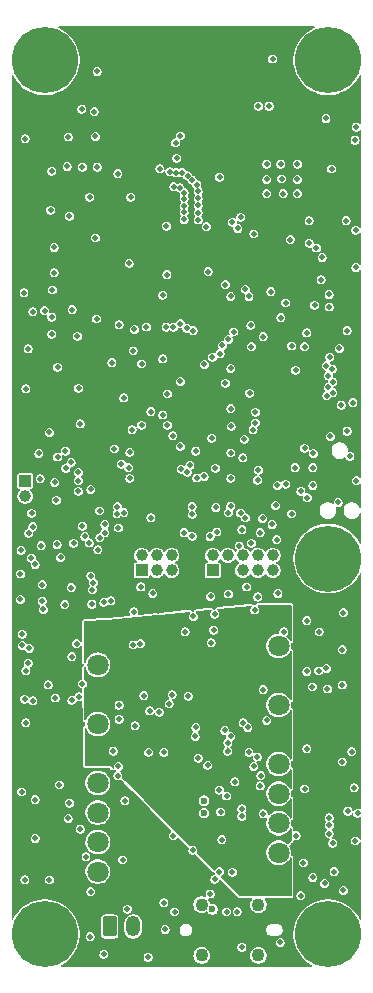
<source format=gbr>
%TF.GenerationSoftware,KiCad,Pcbnew,9.0.1*%
%TF.CreationDate,2025-10-12T21:16:11-04:00*%
%TF.ProjectId,OshTelemega,4f736854-656c-4656-9d65-67612e6b6963,rev?*%
%TF.SameCoordinates,Original*%
%TF.FileFunction,Copper,L2,Inr*%
%TF.FilePolarity,Positive*%
%FSLAX46Y46*%
G04 Gerber Fmt 4.6, Leading zero omitted, Abs format (unit mm)*
G04 Created by KiCad (PCBNEW 9.0.1) date 2025-10-12 21:16:11*
%MOMM*%
%LPD*%
G01*
G04 APERTURE LIST*
G04 Aperture macros list*
%AMRoundRect*
0 Rectangle with rounded corners*
0 $1 Rounding radius*
0 $2 $3 $4 $5 $6 $7 $8 $9 X,Y pos of 4 corners*
0 Add a 4 corners polygon primitive as box body*
4,1,4,$2,$3,$4,$5,$6,$7,$8,$9,$2,$3,0*
0 Add four circle primitives for the rounded corners*
1,1,$1+$1,$2,$3*
1,1,$1+$1,$4,$5*
1,1,$1+$1,$6,$7*
1,1,$1+$1,$8,$9*
0 Add four rect primitives between the rounded corners*
20,1,$1+$1,$2,$3,$4,$5,0*
20,1,$1+$1,$4,$5,$6,$7,0*
20,1,$1+$1,$6,$7,$8,$9,0*
20,1,$1+$1,$8,$9,$2,$3,0*%
G04 Aperture macros list end*
%TA.AperFunction,ComponentPad*%
%ADD10C,1.800000*%
%TD*%
%TA.AperFunction,ComponentPad*%
%ADD11C,5.600000*%
%TD*%
%TA.AperFunction,ComponentPad*%
%ADD12RoundRect,0.250000X-0.350000X-0.625000X0.350000X-0.625000X0.350000X0.625000X-0.350000X0.625000X0*%
%TD*%
%TA.AperFunction,ComponentPad*%
%ADD13O,1.200000X1.750000*%
%TD*%
%TA.AperFunction,HeatsinkPad*%
%ADD14C,1.100000*%
%TD*%
%TA.AperFunction,ComponentPad*%
%ADD15R,1.000000X1.000000*%
%TD*%
%TA.AperFunction,ComponentPad*%
%ADD16C,1.000000*%
%TD*%
%TA.AperFunction,ViaPad*%
%ADD17C,0.460000*%
%TD*%
%TA.AperFunction,ViaPad*%
%ADD18C,0.600000*%
%TD*%
G04 APERTURE END LIST*
D10*
%TO.N,Net-(J6-Pin_1)*%
%TO.C,J6*%
X42800000Y-90099998D03*
%TO.N,V_LIPO*%
X42800000Y-87599998D03*
%TO.N,GND*%
X42800000Y-85099998D03*
%TO.N,/FET_A*%
X42800000Y-82599997D03*
%TO.N,V_PYRO*%
X42800000Y-80099997D03*
%TO.N,/FET_B*%
X42800000Y-77599997D03*
%TO.N,V_PYRO*%
X42800000Y-75100000D03*
%TO.N,/FET_C*%
X42800000Y-72600000D03*
%TO.N,V_PYRO*%
X42800000Y-70100000D03*
%TD*%
D11*
%TO.N,GND*%
%TO.C,H2*%
X23000000Y-97000000D03*
%TD*%
D12*
%TO.N,V_CHARGE*%
%TO.C,J8*%
X28500000Y-96350000D03*
D13*
%TO.N,GND*%
X30500000Y-96350000D03*
%TD*%
D14*
%TO.N,GND*%
%TO.C,J4*%
X36300000Y-94500000D03*
X36300000Y-98800000D03*
X41100000Y-94500000D03*
X41100000Y-98800000D03*
%TD*%
D11*
%TO.N,GND*%
%TO.C,H3*%
X47000000Y-97000000D03*
%TD*%
%TO.N,GND*%
%TO.C,H4*%
X47000000Y-23000000D03*
%TD*%
%TO.N,GND*%
%TO.C,H5*%
X47000000Y-65200000D03*
%TD*%
D15*
%TO.N,GND*%
%TO.C,J9*%
X37240000Y-66200000D03*
D16*
%TO.N,/SCK2*%
X37240000Y-64929999D03*
%TO.N,+3V3*%
X38510001Y-66200000D03*
%TO.N,/MISO2*%
X38510000Y-64930000D03*
%TO.N,/TX1*%
X39780000Y-66200000D03*
%TO.N,/RX1*%
X39780000Y-64930000D03*
%TO.N,/MOSI2*%
X41050000Y-66200000D03*
%TO.N,/CS_COMP1*%
X41050000Y-64930000D03*
%TO.N,V_LIPO*%
X42319999Y-66200000D03*
%TO.N,/CS_COMP0*%
X42320000Y-64930000D03*
%TD*%
D15*
%TO.N,GND*%
%TO.C,J10*%
X31210000Y-66200000D03*
D16*
%TO.N,Net-(J10-Pin_2)*%
X31210000Y-64929999D03*
%TO.N,Net-(J10-Pin_3)*%
X32480001Y-66200000D03*
%TO.N,Net-(J10-Pin_4)*%
X32480000Y-64930000D03*
%TO.N,Net-(J10-Pin_5)*%
X33750000Y-66200000D03*
%TO.N,GND*%
X33750000Y-64930000D03*
%TD*%
D15*
%TO.N,/BUZZ*%
%TO.C,J2*%
X21350000Y-58630000D03*
D16*
%TO.N,GND*%
X21350000Y-59900000D03*
%TD*%
D10*
%TO.N,V_PYRO*%
%TO.C,J7*%
X27499999Y-71700000D03*
%TO.N,/FET_D*%
X27499999Y-74200000D03*
%TO.N,V_PYRO*%
X27499999Y-76700000D03*
%TO.N,/FET_E*%
X27499999Y-79200001D03*
%TO.N,V_PYRO*%
X27499999Y-81700001D03*
%TO.N,/FET_F*%
X27499999Y-84200001D03*
%TO.N,/MGSW_IN*%
X27499999Y-86699998D03*
%TO.N,V_PROT*%
X27499999Y-89199998D03*
%TO.N,V_LIPO*%
X27499999Y-91699998D03*
%TD*%
D11*
%TO.N,GND*%
%TO.C,H1*%
X23000000Y-23000000D03*
%TD*%
D17*
%TO.N,/BUZZ*%
X22500000Y-56300000D03*
X24100000Y-56600000D03*
%TO.N,GND*%
X44400000Y-33100000D03*
X26200000Y-75800000D03*
X33350000Y-41150000D03*
X43900000Y-61400000D03*
X38750000Y-56250000D03*
X47400000Y-50250000D03*
X21000000Y-64500000D03*
X49500000Y-86750000D03*
X23500000Y-35700000D03*
X33800000Y-76725000D03*
X27200000Y-27350000D03*
X24750000Y-56100000D03*
X37500000Y-60875000D03*
X48100000Y-52200000D03*
X49100000Y-52000000D03*
X25325000Y-44125000D03*
X31617954Y-45592323D03*
X29250000Y-82800000D03*
X40500000Y-47250000D03*
X37450000Y-57550000D03*
X48600000Y-45900000D03*
X24350000Y-65100000D03*
X25250000Y-67650000D03*
X38750000Y-49100000D03*
X23600000Y-44750000D03*
X36700000Y-37100000D03*
X45675000Y-76050000D03*
X47076498Y-42829135D03*
X34500000Y-55700000D03*
X34806271Y-35880329D03*
X24900000Y-32000000D03*
X33596140Y-32456559D03*
X30200000Y-56200000D03*
X34900000Y-71400000D03*
X47200000Y-54850000D03*
X38800000Y-54000000D03*
X44680000Y-93740000D03*
X36000000Y-35300000D03*
X38000000Y-89000000D03*
X37300000Y-71250000D03*
X33400000Y-51250000D03*
X34441838Y-33810353D03*
X30000001Y-94889999D03*
X29250000Y-62600000D03*
X31750000Y-98950000D03*
X31800000Y-81600000D03*
X46500000Y-39700000D03*
X21324999Y-92400000D03*
X25700000Y-72400000D03*
X48675000Y-86575000D03*
X34101486Y-32519727D03*
X22800000Y-68800000D03*
X48300000Y-69775000D03*
X21700000Y-72800000D03*
X30300000Y-34600000D03*
X22000000Y-62500000D03*
X21600000Y-47450000D03*
X35550000Y-89900000D03*
X44400000Y-34300000D03*
X39100000Y-84100000D03*
X29300000Y-78800000D03*
X43000000Y-31800000D03*
X46850000Y-74500000D03*
X41800000Y-31800000D03*
X34800000Y-63000000D03*
X47950000Y-47400000D03*
X45700000Y-92200000D03*
X46400000Y-41600000D03*
X34813559Y-35340969D03*
X49000000Y-81550000D03*
X47100000Y-43900000D03*
X29126622Y-61387412D03*
X45000000Y-47250000D03*
X38550000Y-46650000D03*
X23800000Y-41000000D03*
X25850000Y-57900000D03*
X48200000Y-72900000D03*
X36850000Y-40900000D03*
X37150000Y-55000000D03*
X34804859Y-36487885D03*
X26200000Y-32050000D03*
X38750000Y-80250000D03*
X41100000Y-26890000D03*
X34802626Y-34207584D03*
X37100000Y-72325000D03*
X44900000Y-90950000D03*
X47400000Y-89300000D03*
X29200000Y-32600000D03*
X29700000Y-51600000D03*
X43062500Y-33037500D03*
X27300000Y-29450000D03*
X48600000Y-54400000D03*
X36000000Y-34700000D03*
X42150000Y-42600000D03*
X32000000Y-61750000D03*
X38300000Y-50350000D03*
X40850000Y-52800000D03*
X34180000Y-31300000D03*
X38750000Y-43000000D03*
X37900000Y-86650000D03*
X35600000Y-70100000D03*
X29600000Y-90700000D03*
X38750000Y-52500000D03*
X21350000Y-29650000D03*
X23800000Y-38850000D03*
X38750000Y-60750000D03*
X23900000Y-77000000D03*
X40200000Y-79500000D03*
X30550000Y-69700000D03*
X30650000Y-79350000D03*
X42300000Y-22900000D03*
X44400000Y-31800000D03*
X23399998Y-92400000D03*
X49276887Y-29766862D03*
X47400000Y-51150000D03*
X47150000Y-48150000D03*
X21100000Y-71600000D03*
X35300000Y-57300000D03*
X38250000Y-79750000D03*
X27300000Y-38050000D03*
X24999998Y-87200000D03*
X49350000Y-37400000D03*
X30200000Y-58400000D03*
X26000000Y-53800000D03*
X36000000Y-35900000D03*
X34080000Y-30000000D03*
X29300000Y-45400000D03*
X26500000Y-90450000D03*
X22000000Y-44300000D03*
X32000000Y-52750000D03*
X42650000Y-63600000D03*
X35890670Y-33565788D03*
X24700000Y-69100000D03*
X33400000Y-53900000D03*
X21250000Y-42700000D03*
X39700000Y-62750000D03*
X34500000Y-50200000D03*
X48300000Y-93300000D03*
X46250000Y-71400000D03*
X33200000Y-96600000D03*
X34500000Y-45300000D03*
X27450000Y-23950000D03*
X43400000Y-58900000D03*
X34645705Y-32521347D03*
X22199998Y-88900000D03*
X25850000Y-59500000D03*
X22199998Y-85600000D03*
X35800000Y-79500000D03*
X47850000Y-60450000D03*
X41800000Y-33100000D03*
X27400000Y-44900000D03*
X24250000Y-84350000D03*
X47300000Y-32200000D03*
X23850000Y-58750000D03*
X32150000Y-68150000D03*
X41800000Y-34300000D03*
X26900000Y-59350000D03*
X31400000Y-76800000D03*
X40300000Y-43000000D03*
X24100000Y-49000000D03*
X35475000Y-60800000D03*
X38900000Y-91750000D03*
X24000000Y-60250000D03*
X34000000Y-95100000D03*
X41500000Y-86800000D03*
X38750000Y-58400000D03*
X33927989Y-33704667D03*
X33007476Y-53044727D03*
X37575000Y-62950000D03*
X27450000Y-32050000D03*
X26775000Y-63875000D03*
X34806271Y-34728722D03*
X43200000Y-34300000D03*
X41800000Y-78900000D03*
X39806400Y-79100000D03*
X35100000Y-32800000D03*
X34500000Y-29400000D03*
X47086817Y-87163183D03*
X22613838Y-58438625D03*
X23650000Y-42450000D03*
X26150000Y-27150000D03*
X36000000Y-34100000D03*
X30100000Y-57500000D03*
X45200000Y-46100000D03*
X39475000Y-64125000D03*
X35509231Y-33169772D03*
X25775000Y-46375000D03*
X33850000Y-54800000D03*
X27650000Y-61150000D03*
X33300000Y-37050000D03*
X48526477Y-36588664D03*
X47350000Y-49150000D03*
X20950000Y-66500000D03*
X22900000Y-69500000D03*
X37850000Y-47850000D03*
X43800000Y-38200000D03*
X21400000Y-50825000D03*
X44300000Y-88650000D03*
X37400000Y-92350000D03*
X21300000Y-77100000D03*
X46819429Y-27933495D03*
X45250000Y-60050000D03*
X35800000Y-56100000D03*
X25300000Y-77200000D03*
X43400000Y-43550000D03*
X32750000Y-32200000D03*
X37810000Y-32900000D03*
X23400000Y-54525000D03*
X26900000Y-93400000D03*
X40350000Y-51200000D03*
X21050000Y-84950000D03*
X33900000Y-88650000D03*
X28700000Y-48600000D03*
X33100001Y-94340000D03*
X36000197Y-36526757D03*
X22000000Y-77250000D03*
X48200000Y-75900000D03*
X39900000Y-55100000D03*
X49376887Y-28666862D03*
X25000000Y-29500000D03*
X41250000Y-84450000D03*
X28000000Y-98700000D03*
X44250000Y-49250000D03*
X20950000Y-68650000D03*
X47104073Y-87753834D03*
X42000000Y-26890000D03*
X25875000Y-50775000D03*
X40800000Y-69550000D03*
X43400000Y-43550000D03*
X31900000Y-78100000D03*
X30150000Y-40200000D03*
X25250000Y-57050000D03*
X23600000Y-46200000D03*
X45850000Y-43750000D03*
X42550000Y-60700000D03*
X41250000Y-63000000D03*
%TO.N,+3V3*%
X42800000Y-58300000D03*
X23850000Y-27250000D03*
X38580022Y-34454558D03*
X24900000Y-74700000D03*
X44000000Y-89500000D03*
X41400000Y-43700000D03*
X20700000Y-33300000D03*
X29211198Y-58200000D03*
D18*
X23424999Y-87000000D03*
D17*
X46700000Y-89100000D03*
X45500000Y-30476251D03*
X45500000Y-35400000D03*
X26000000Y-55500000D03*
X20700000Y-34400000D03*
X25200000Y-48085000D03*
X24834488Y-58765513D03*
X44699429Y-28333495D03*
X39600000Y-39700000D03*
X46776887Y-30866862D03*
X44400000Y-43000000D03*
X30000000Y-45400000D03*
X39900000Y-31830000D03*
X48650000Y-43850000D03*
X23700000Y-65200000D03*
X23700000Y-71200000D03*
X47100000Y-56750000D03*
D18*
X22324999Y-87000000D03*
D17*
X25600000Y-65500000D03*
X25900000Y-53100000D03*
X38500000Y-81500000D03*
D18*
X22324999Y-88100000D03*
D17*
X36160000Y-30860000D03*
X42700000Y-36400000D03*
X32600000Y-69600000D03*
X36100000Y-68000000D03*
%TO.N,/NRST*%
X49350000Y-40550000D03*
X23600000Y-32400000D03*
X23000000Y-44200000D03*
X45400000Y-36600000D03*
%TO.N,VBUS*%
X37800000Y-91700000D03*
D18*
X37200000Y-94900000D03*
%TO.N,V_LIPO*%
X36502000Y-86752000D03*
X36500000Y-85700000D03*
D17*
%TO.N,Net-(J4-CC1)*%
X37000000Y-93600000D03*
%TO.N,Net-(J4-D+-PadA6)*%
X38400000Y-95100000D03*
%TO.N,Net-(J4-CC2)*%
X39700000Y-98100000D03*
%TO.N,Net-(J4-D--PadA7)*%
X39300000Y-95100000D03*
%TO.N,/RX1*%
X41450000Y-61800000D03*
X45000000Y-55850000D03*
D18*
%TO.N,V_PYRO*%
X40560000Y-90850000D03*
X40050000Y-89760000D03*
X42700000Y-93500000D03*
X40600000Y-92160000D03*
X41280000Y-91330000D03*
X41380000Y-92200000D03*
X41350000Y-89860000D03*
X40990000Y-93010000D03*
D17*
%TO.N,/MGSW_IN*%
X48200000Y-82400000D03*
X26850000Y-97200000D03*
X42950000Y-97700000D03*
%TO.N,/SENSE_A*%
X40641194Y-54274217D03*
X45000000Y-84700000D03*
%TO.N,/SENSE_B*%
X49200000Y-84600000D03*
X40850000Y-53700000D03*
%TO.N,/FIRE_A*%
X35875000Y-58375000D03*
X47100000Y-88500000D03*
%TO.N,/FIRE_B*%
X49300000Y-89100000D03*
X36500000Y-58250000D03*
%TO.N,/FIRE_C*%
X30500000Y-72500000D03*
X28000000Y-68900000D03*
X32700000Y-78200000D03*
X40300000Y-81600000D03*
X36000000Y-82100000D03*
X27659962Y-63434902D03*
%TO.N,/SENSE_C*%
X35571937Y-45893037D03*
X33000000Y-48300000D03*
X41500000Y-76300000D03*
X39784174Y-56665826D03*
%TO.N,/FIRE_D*%
X38500000Y-80800000D03*
X33550000Y-77500000D03*
X35750000Y-80250000D03*
X28599138Y-68780172D03*
X31102689Y-72399552D03*
X28100000Y-63011003D03*
%TO.N,/SENSE_D*%
X36522547Y-48753221D03*
X35150000Y-76850000D03*
%TO.N,/FIRE_E*%
X23300000Y-75900000D03*
X28900000Y-55900000D03*
%TO.N,/SENSE_E*%
X30600000Y-45800000D03*
X30500000Y-47600000D03*
X25900000Y-76900000D03*
X30400000Y-54300000D03*
%TO.N,/FIRE_F*%
X21400000Y-74700000D03*
X28100000Y-62300000D03*
%TO.N,/SENSE_F*%
X35025000Y-45700000D03*
X31200000Y-53900000D03*
X21400000Y-79100000D03*
X31200000Y-48700000D03*
%TO.N,/CMP_LDO_IN*%
X29300000Y-77600000D03*
X46700000Y-92700000D03*
X21114258Y-72557377D03*
X25100000Y-85900000D03*
X47500000Y-91700000D03*
%TO.N,/CMP_RAIL*%
X40700000Y-82800000D03*
X26000000Y-88100000D03*
X28800000Y-81500000D03*
X36800000Y-82700000D03*
X25300000Y-73500000D03*
X21600000Y-74050000D03*
%TO.N,/V_PBATT*%
X39700000Y-87011003D03*
X33900000Y-45600000D03*
%TO.N,/V_BATT*%
X39700000Y-86400000D03*
X33288997Y-45600000D03*
%TO.N,/IMU_GYRO_INT*%
X24050000Y-64000000D03*
X29700000Y-61300000D03*
%TO.N,/SWDIO*%
X44200000Y-57500000D03*
X45700000Y-57500000D03*
X48846736Y-56525232D03*
%TO.N,/IMU_ACCEL_INT*%
X26200000Y-62450000D03*
X29150000Y-60800000D03*
%TO.N,/MAG_MISO2*%
X37050000Y-68400000D03*
X37000000Y-63325000D03*
%TO.N,/TX1*%
X40500000Y-63900000D03*
X40100000Y-67600000D03*
X45750000Y-56300000D03*
X42250000Y-62300000D03*
%TO.N,/MISO2*%
X39600000Y-36300000D03*
X39595693Y-61334141D03*
X43900000Y-47200000D03*
%TO.N,/CS_COMP1*%
X34556727Y-57628136D03*
%TO.N,/SCK1*%
X24800000Y-57550000D03*
X21900000Y-61350000D03*
X37200000Y-48150000D03*
X25850000Y-58600000D03*
%TO.N,/MISO1*%
X38050000Y-47150000D03*
X25450000Y-63900000D03*
X22700000Y-64100000D03*
%TO.N,/RADIO_MARC_ISR*%
X43000000Y-44800000D03*
X46000000Y-38900000D03*
%TO.N,/CS_COMP0*%
X35075167Y-57888180D03*
%TO.N,/AC_SCK1*%
X21873809Y-65156348D03*
X27050000Y-67850000D03*
%TO.N,/MOSI1*%
X21650000Y-63050000D03*
X39000000Y-46000000D03*
%TO.N,/MOSI2*%
X40000000Y-42400000D03*
X40700000Y-37700000D03*
%TO.N,/CS_MAG*%
X35500000Y-63300000D03*
X35500000Y-61450000D03*
X38550000Y-68200000D03*
X40000000Y-61750000D03*
%TO.N,/USB_D-*%
X41295771Y-83574624D03*
X38400000Y-85300000D03*
X44700000Y-59500000D03*
X45200000Y-81300000D03*
%TO.N,/RADIO_INT*%
X40450000Y-45450000D03*
X45400000Y-38500000D03*
%TO.N,/SCK2*%
X38300000Y-42000000D03*
X38550000Y-61300000D03*
X41500000Y-46400000D03*
X39350000Y-37250000D03*
%TO.N,/SWCLK*%
X45700000Y-59000000D03*
X41025000Y-58550000D03*
X49389000Y-58600000D03*
%TO.N,/AC_MOSI1*%
X22200000Y-65700000D03*
X26898387Y-66655876D03*
%TO.N,/BA_MISO1*%
X26800000Y-34600000D03*
X25100000Y-36200000D03*
%TO.N,/USB_D+*%
X37800000Y-84800000D03*
X41000000Y-82000000D03*
%TO.N,/CS_RADIO*%
X38887048Y-36712952D03*
X33000000Y-42900000D03*
%TO.N,/AC_MISO1*%
X22800000Y-67400000D03*
X27125786Y-67243715D03*
%TO.N,Net-(J10-Pin_4)*%
X47000000Y-49700000D03*
%TO.N,Net-(J10-Pin_3)*%
X46881230Y-51409385D03*
%TO.N,Net-(J10-Pin_2)*%
X46842987Y-48868326D03*
%TO.N,Net-(J10-Pin_5)*%
X47000000Y-50700000D03*
%TO.N,/HALL_OUT*%
X45200000Y-70450000D03*
X29500000Y-57200000D03*
X46200000Y-74700000D03*
X26400000Y-63318350D03*
X42700000Y-59000000D03*
X41100000Y-57700000D03*
%TO.N,Net-(Q2-G)*%
X43250000Y-71400000D03*
X33100000Y-81600000D03*
X46937500Y-76237500D03*
X45200000Y-74750000D03*
%TO.N,Net-(D5-A1)*%
X27500000Y-64450000D03*
%TO.N,Net-(D5-A2)*%
X31150000Y-67600000D03*
X41050000Y-68450000D03*
X37400000Y-69900000D03*
X27000000Y-69050000D03*
X42750000Y-68150000D03*
%TO.N,Net-(Q2-D)*%
X29800000Y-85700000D03*
X29200000Y-83600000D03*
%TD*%
%TA.AperFunction,Conductor*%
%TO.N,V_PYRO*%
G36*
X43878326Y-69121674D02*
G01*
X43900000Y-69174000D01*
X43900000Y-72138523D01*
X43878326Y-72190849D01*
X43826000Y-72212523D01*
X43773674Y-72190849D01*
X43757633Y-72166842D01*
X43738023Y-72119500D01*
X43730941Y-72102402D01*
X43615977Y-71930345D01*
X43489194Y-71803562D01*
X43467521Y-71751238D01*
X43489194Y-71698913D01*
X43554476Y-71633632D01*
X43604569Y-71546867D01*
X43630499Y-71450096D01*
X43630500Y-71450096D01*
X43630500Y-71349904D01*
X43630499Y-71349903D01*
X43617152Y-71300094D01*
X43604569Y-71253133D01*
X43554476Y-71166368D01*
X43483632Y-71095524D01*
X43483631Y-71095523D01*
X43396865Y-71045430D01*
X43396866Y-71045430D01*
X43300096Y-71019500D01*
X43300094Y-71019500D01*
X43199906Y-71019500D01*
X43199904Y-71019500D01*
X43103133Y-71045430D01*
X43016368Y-71095523D01*
X42945523Y-71166368D01*
X42895430Y-71253133D01*
X42869500Y-71349903D01*
X42869500Y-71450095D01*
X42871175Y-71456346D01*
X42863783Y-71512499D01*
X42818851Y-71546978D01*
X42799697Y-71549500D01*
X42696535Y-71549500D01*
X42671519Y-71554476D01*
X42493586Y-71589868D01*
X42493579Y-71589870D01*
X42302401Y-71669059D01*
X42130345Y-71784022D01*
X42130344Y-71784024D01*
X41984024Y-71930344D01*
X41984022Y-71930345D01*
X41869059Y-72102401D01*
X41789870Y-72293579D01*
X41789868Y-72293586D01*
X41749500Y-72496535D01*
X41749500Y-72703464D01*
X41789868Y-72906413D01*
X41789870Y-72906420D01*
X41869059Y-73097598D01*
X41983624Y-73269059D01*
X41984023Y-73269655D01*
X42130345Y-73415977D01*
X42302402Y-73530941D01*
X42493580Y-73610130D01*
X42696535Y-73650500D01*
X42696536Y-73650500D01*
X42903464Y-73650500D01*
X42903465Y-73650500D01*
X43106420Y-73610130D01*
X43297598Y-73530941D01*
X43469655Y-73415977D01*
X43615977Y-73269655D01*
X43730941Y-73097598D01*
X43757633Y-73033157D01*
X43797681Y-72993109D01*
X43854318Y-72993109D01*
X43894367Y-73033157D01*
X43900000Y-73061476D01*
X43900000Y-77138520D01*
X43878326Y-77190846D01*
X43826000Y-77212520D01*
X43773674Y-77190846D01*
X43757633Y-77166839D01*
X43730941Y-77102399D01*
X43615977Y-76930342D01*
X43469655Y-76784020D01*
X43456299Y-76775096D01*
X43297598Y-76669056D01*
X43106420Y-76589867D01*
X43106413Y-76589865D01*
X42953516Y-76559452D01*
X42903465Y-76549497D01*
X42696535Y-76549497D01*
X42656385Y-76557483D01*
X42493586Y-76589865D01*
X42493579Y-76589867D01*
X42302401Y-76669056D01*
X42130345Y-76784019D01*
X42130344Y-76784021D01*
X41984024Y-76930341D01*
X41984022Y-76930342D01*
X41869059Y-77102398D01*
X41789870Y-77293576D01*
X41789868Y-77293583D01*
X41749500Y-77496532D01*
X41749500Y-77703461D01*
X41789868Y-77906410D01*
X41789870Y-77906417D01*
X41869059Y-78097595D01*
X41968798Y-78246867D01*
X41984023Y-78269652D01*
X42130345Y-78415974D01*
X42302402Y-78530938D01*
X42493580Y-78610127D01*
X42696535Y-78650497D01*
X42696536Y-78650497D01*
X42903464Y-78650497D01*
X42903465Y-78650497D01*
X43106420Y-78610127D01*
X43297598Y-78530938D01*
X43469655Y-78415974D01*
X43615977Y-78269652D01*
X43730941Y-78097595D01*
X43757633Y-78033154D01*
X43797681Y-77993106D01*
X43854318Y-77993106D01*
X43894367Y-78033154D01*
X43900000Y-78061473D01*
X43900000Y-82138520D01*
X43878326Y-82190846D01*
X43826000Y-82212520D01*
X43773674Y-82190846D01*
X43757633Y-82166839D01*
X43745903Y-82138520D01*
X43730941Y-82102399D01*
X43615977Y-81930342D01*
X43469655Y-81784020D01*
X43414051Y-81746867D01*
X43297598Y-81669056D01*
X43106420Y-81589867D01*
X43106413Y-81589865D01*
X42953516Y-81559452D01*
X42903465Y-81549497D01*
X42696535Y-81549497D01*
X42656385Y-81557483D01*
X42493586Y-81589865D01*
X42493579Y-81589867D01*
X42302401Y-81669056D01*
X42130345Y-81784019D01*
X42130344Y-81784021D01*
X41984024Y-81930341D01*
X41984022Y-81930342D01*
X41869059Y-82102398D01*
X41789870Y-82293576D01*
X41789868Y-82293583D01*
X41749500Y-82496532D01*
X41749500Y-82703461D01*
X41789868Y-82906410D01*
X41789870Y-82906417D01*
X41869059Y-83097595D01*
X41959924Y-83233586D01*
X41984023Y-83269652D01*
X42130345Y-83415974D01*
X42302402Y-83530938D01*
X42493580Y-83610127D01*
X42696535Y-83650497D01*
X42696536Y-83650497D01*
X42903464Y-83650497D01*
X42903465Y-83650497D01*
X43106420Y-83610127D01*
X43297598Y-83530938D01*
X43469655Y-83415974D01*
X43615977Y-83269652D01*
X43730941Y-83097595D01*
X43757633Y-83033154D01*
X43797681Y-82993106D01*
X43854318Y-82993106D01*
X43894367Y-83033154D01*
X43900000Y-83061473D01*
X43900000Y-84638521D01*
X43878326Y-84690847D01*
X43826000Y-84712521D01*
X43773674Y-84690847D01*
X43757633Y-84666840D01*
X43745903Y-84638521D01*
X43730941Y-84602400D01*
X43615977Y-84430343D01*
X43469655Y-84284021D01*
X43414048Y-84246866D01*
X43297598Y-84169057D01*
X43106420Y-84089868D01*
X43106413Y-84089866D01*
X42953516Y-84059453D01*
X42903465Y-84049498D01*
X42696535Y-84049498D01*
X42656385Y-84057484D01*
X42493586Y-84089866D01*
X42493579Y-84089868D01*
X42302401Y-84169057D01*
X42130345Y-84284020D01*
X42130344Y-84284022D01*
X41984024Y-84430342D01*
X41984022Y-84430343D01*
X41869059Y-84602399D01*
X41789870Y-84793577D01*
X41789868Y-84793584D01*
X41762096Y-84933206D01*
X41749500Y-84996533D01*
X41749500Y-85203463D01*
X41757764Y-85245007D01*
X41789868Y-85406411D01*
X41789870Y-85406418D01*
X41869059Y-85597596D01*
X41983624Y-85769057D01*
X41984023Y-85769653D01*
X42130345Y-85915975D01*
X42302402Y-86030939D01*
X42493580Y-86110128D01*
X42696535Y-86150498D01*
X42696536Y-86150498D01*
X42903464Y-86150498D01*
X42903465Y-86150498D01*
X43106420Y-86110128D01*
X43297598Y-86030939D01*
X43469655Y-85915975D01*
X43615977Y-85769653D01*
X43730941Y-85597596D01*
X43757633Y-85533155D01*
X43797681Y-85493107D01*
X43854318Y-85493107D01*
X43894367Y-85533155D01*
X43900000Y-85561474D01*
X43900000Y-87138521D01*
X43878326Y-87190847D01*
X43826000Y-87212521D01*
X43773674Y-87190847D01*
X43757633Y-87166840D01*
X43730941Y-87102400D01*
X43615977Y-86930343D01*
X43469655Y-86784021D01*
X43430451Y-86757826D01*
X43297598Y-86669057D01*
X43106420Y-86589868D01*
X43106413Y-86589866D01*
X42953516Y-86559453D01*
X42903465Y-86549498D01*
X42696535Y-86549498D01*
X42656385Y-86557484D01*
X42493586Y-86589866D01*
X42493579Y-86589868D01*
X42302401Y-86669057D01*
X42130345Y-86784020D01*
X42006785Y-86907580D01*
X41954459Y-86929254D01*
X41902133Y-86907580D01*
X41880459Y-86855254D01*
X41880500Y-86854631D01*
X41880500Y-86749904D01*
X41880499Y-86749903D01*
X41867152Y-86700094D01*
X41854569Y-86653133D01*
X41804476Y-86566368D01*
X41733632Y-86495524D01*
X41733631Y-86495523D01*
X41646865Y-86445430D01*
X41646866Y-86445430D01*
X41550096Y-86419500D01*
X41550094Y-86419500D01*
X41449906Y-86419500D01*
X41449904Y-86419500D01*
X41353133Y-86445430D01*
X41266368Y-86495523D01*
X41195523Y-86566368D01*
X41145430Y-86653133D01*
X41119500Y-86749903D01*
X41119500Y-86850096D01*
X41145430Y-86946866D01*
X41193716Y-87030500D01*
X41195524Y-87033632D01*
X41266368Y-87104476D01*
X41353133Y-87154569D01*
X41449903Y-87180499D01*
X41449904Y-87180500D01*
X41449906Y-87180500D01*
X41550096Y-87180500D01*
X41550096Y-87180499D01*
X41634552Y-87157869D01*
X41646864Y-87154570D01*
X41646864Y-87154569D01*
X41646867Y-87154569D01*
X41721705Y-87111361D01*
X41777857Y-87103970D01*
X41822790Y-87138448D01*
X41830182Y-87194601D01*
X41827071Y-87203766D01*
X41789871Y-87293573D01*
X41789868Y-87293584D01*
X41749500Y-87496533D01*
X41749500Y-87703462D01*
X41789868Y-87906411D01*
X41789870Y-87906418D01*
X41869059Y-88097596D01*
X41983920Y-88269500D01*
X41984023Y-88269653D01*
X42130345Y-88415975D01*
X42302402Y-88530939D01*
X42493580Y-88610128D01*
X42696535Y-88650498D01*
X42696536Y-88650498D01*
X42903464Y-88650498D01*
X42903465Y-88650498D01*
X43106420Y-88610128D01*
X43297598Y-88530939D01*
X43469655Y-88415975D01*
X43615977Y-88269653D01*
X43730941Y-88097596D01*
X43757633Y-88033155D01*
X43797681Y-87993107D01*
X43854318Y-87993107D01*
X43894367Y-88033155D01*
X43900000Y-88061474D01*
X43900000Y-89076572D01*
X43878326Y-89128898D01*
X43857299Y-89142948D01*
X43857333Y-89143006D01*
X43856452Y-89143514D01*
X43854325Y-89144936D01*
X43853138Y-89145427D01*
X43766367Y-89195524D01*
X43695524Y-89266367D01*
X43654608Y-89337236D01*
X43609674Y-89371715D01*
X43553522Y-89364322D01*
X43538196Y-89352562D01*
X43469654Y-89284020D01*
X43297598Y-89169057D01*
X43106420Y-89089868D01*
X43106413Y-89089866D01*
X42953516Y-89059453D01*
X42903465Y-89049498D01*
X42696535Y-89049498D01*
X42656385Y-89057484D01*
X42493586Y-89089866D01*
X42493579Y-89089868D01*
X42302401Y-89169057D01*
X42130345Y-89284020D01*
X42130344Y-89284022D01*
X41984024Y-89430342D01*
X41984022Y-89430343D01*
X41869059Y-89602399D01*
X41789870Y-89793577D01*
X41789868Y-89793584D01*
X41772580Y-89880500D01*
X41749500Y-89996533D01*
X41749500Y-90203463D01*
X41750826Y-90210128D01*
X41789868Y-90406411D01*
X41789870Y-90406418D01*
X41869059Y-90597596D01*
X41983624Y-90769057D01*
X41984023Y-90769653D01*
X42130345Y-90915975D01*
X42302402Y-91030939D01*
X42493580Y-91110128D01*
X42696535Y-91150498D01*
X42696536Y-91150498D01*
X42903464Y-91150498D01*
X42903465Y-91150498D01*
X43106420Y-91110128D01*
X43297598Y-91030939D01*
X43469655Y-90915975D01*
X43615977Y-90769653D01*
X43730941Y-90597596D01*
X43757633Y-90533155D01*
X43797681Y-90493107D01*
X43854318Y-90493107D01*
X43894367Y-90533155D01*
X43900000Y-90561474D01*
X43900000Y-93726000D01*
X43878326Y-93778326D01*
X43826000Y-93800000D01*
X41177709Y-93800000D01*
X41170462Y-93799644D01*
X41168999Y-93799500D01*
X41168993Y-93799500D01*
X41031007Y-93799500D01*
X41031001Y-93799500D01*
X41029538Y-93799644D01*
X41022291Y-93800000D01*
X39524067Y-93800000D01*
X39471741Y-93778326D01*
X39471486Y-93778070D01*
X37892597Y-92183702D01*
X37871179Y-92131271D01*
X37893108Y-92079051D01*
X37926025Y-92060154D01*
X37935889Y-92057510D01*
X37946867Y-92054569D01*
X38033632Y-92004476D01*
X38104476Y-91933632D01*
X38154569Y-91846867D01*
X38180499Y-91750096D01*
X38180500Y-91750096D01*
X38180500Y-91699903D01*
X38519500Y-91699903D01*
X38519500Y-91800096D01*
X38545430Y-91896866D01*
X38545431Y-91896867D01*
X38595524Y-91983632D01*
X38666368Y-92054476D01*
X38753133Y-92104569D01*
X38849903Y-92130499D01*
X38849904Y-92130500D01*
X38849906Y-92130500D01*
X38950096Y-92130500D01*
X38950096Y-92130499D01*
X39046867Y-92104569D01*
X39133632Y-92054476D01*
X39204476Y-91983632D01*
X39254569Y-91896867D01*
X39280499Y-91800096D01*
X39280500Y-91800096D01*
X39280500Y-91699904D01*
X39280499Y-91699903D01*
X39254569Y-91603133D01*
X39204476Y-91516368D01*
X39133631Y-91445523D01*
X39046865Y-91395430D01*
X39046866Y-91395430D01*
X38950096Y-91369500D01*
X38950094Y-91369500D01*
X38849906Y-91369500D01*
X38849904Y-91369500D01*
X38753133Y-91395430D01*
X38666368Y-91445523D01*
X38595523Y-91516368D01*
X38545430Y-91603133D01*
X38519500Y-91699903D01*
X38180500Y-91699903D01*
X38180500Y-91649904D01*
X38180499Y-91649903D01*
X38154569Y-91553133D01*
X38104476Y-91466368D01*
X38033631Y-91395523D01*
X37946865Y-91345430D01*
X37946866Y-91345430D01*
X37850096Y-91319500D01*
X37850094Y-91319500D01*
X37749906Y-91319500D01*
X37749904Y-91319500D01*
X37653133Y-91345430D01*
X37566368Y-91395523D01*
X37495523Y-91466368D01*
X37445431Y-91553131D01*
X37441038Y-91569526D01*
X37406557Y-91614457D01*
X37350404Y-91621848D01*
X37316979Y-91602440D01*
X35897158Y-90168699D01*
X35875740Y-90116268D01*
X35885653Y-90079630D01*
X35904569Y-90046867D01*
X35930499Y-89950096D01*
X35930500Y-89950096D01*
X35930500Y-89849904D01*
X35930499Y-89849903D01*
X35915406Y-89793578D01*
X35904569Y-89753133D01*
X35854476Y-89666368D01*
X35783632Y-89595524D01*
X35783631Y-89595523D01*
X35720111Y-89558851D01*
X35696867Y-89545431D01*
X35696866Y-89545430D01*
X35600096Y-89519500D01*
X35600094Y-89519500D01*
X35499906Y-89519500D01*
X35499904Y-89519500D01*
X35403134Y-89545430D01*
X35374175Y-89562149D01*
X35318022Y-89569540D01*
X35284596Y-89550132D01*
X35279940Y-89545430D01*
X34690195Y-88949903D01*
X37619500Y-88949903D01*
X37619500Y-89050096D01*
X37645430Y-89146866D01*
X37673523Y-89195524D01*
X37695524Y-89233632D01*
X37766368Y-89304476D01*
X37853133Y-89354569D01*
X37949903Y-89380499D01*
X37949904Y-89380500D01*
X37949906Y-89380500D01*
X38050096Y-89380500D01*
X38050096Y-89380499D01*
X38146867Y-89354569D01*
X38233632Y-89304476D01*
X38304476Y-89233632D01*
X38354569Y-89146867D01*
X38380499Y-89050096D01*
X38380500Y-89050096D01*
X38380500Y-88949904D01*
X38380499Y-88949903D01*
X38365406Y-88893578D01*
X38354569Y-88853133D01*
X38304476Y-88766368D01*
X38233632Y-88695524D01*
X38233631Y-88695523D01*
X38146865Y-88645430D01*
X38146866Y-88645430D01*
X38050096Y-88619500D01*
X38050094Y-88619500D01*
X37949906Y-88619500D01*
X37949904Y-88619500D01*
X37853133Y-88645430D01*
X37766368Y-88695523D01*
X37695523Y-88766368D01*
X37645430Y-88853133D01*
X37619500Y-88949903D01*
X34690195Y-88949903D01*
X34508442Y-88766368D01*
X34269687Y-88525272D01*
X34257550Y-88507011D01*
X34256994Y-88507333D01*
X34204476Y-88416368D01*
X34133632Y-88345524D01*
X34044279Y-88293937D01*
X34028698Y-88281921D01*
X32948217Y-87190847D01*
X32454894Y-86692688D01*
X36051500Y-86692688D01*
X36051500Y-86811311D01*
X36082199Y-86925882D01*
X36082201Y-86925887D01*
X36141508Y-87028609D01*
X36141509Y-87028610D01*
X36141511Y-87028613D01*
X36225387Y-87112489D01*
X36225389Y-87112490D01*
X36225390Y-87112491D01*
X36303988Y-87157870D01*
X36328114Y-87171799D01*
X36328115Y-87171799D01*
X36328117Y-87171800D01*
X36360586Y-87180500D01*
X36442688Y-87202499D01*
X36442689Y-87202500D01*
X36442691Y-87202500D01*
X36561311Y-87202500D01*
X36561311Y-87202499D01*
X36675886Y-87171799D01*
X36778613Y-87112489D01*
X36862489Y-87028613D01*
X36921799Y-86925886D01*
X36952499Y-86811311D01*
X36952500Y-86811311D01*
X36952500Y-86692689D01*
X36952499Y-86692688D01*
X36931471Y-86614209D01*
X36927638Y-86599903D01*
X37519500Y-86599903D01*
X37519500Y-86700096D01*
X37545430Y-86796866D01*
X37578781Y-86854631D01*
X37595524Y-86883632D01*
X37666368Y-86954476D01*
X37753133Y-87004569D01*
X37849903Y-87030499D01*
X37849904Y-87030500D01*
X37849906Y-87030500D01*
X37950096Y-87030500D01*
X37950096Y-87030499D01*
X38046867Y-87004569D01*
X38133632Y-86954476D01*
X38204476Y-86883632D01*
X38254569Y-86796867D01*
X38280499Y-86700096D01*
X38280500Y-86700096D01*
X38280500Y-86599904D01*
X38280499Y-86599903D01*
X38266287Y-86546866D01*
X38254569Y-86503133D01*
X38204476Y-86416368D01*
X38138011Y-86349903D01*
X39319500Y-86349903D01*
X39319500Y-86450096D01*
X39345430Y-86546866D01*
X39395523Y-86633631D01*
X39415067Y-86653175D01*
X39436741Y-86705501D01*
X39415068Y-86757826D01*
X39395523Y-86777371D01*
X39345430Y-86864136D01*
X39319500Y-86960906D01*
X39319500Y-87061099D01*
X39345430Y-87157869D01*
X39371929Y-87203766D01*
X39395524Y-87244635D01*
X39466368Y-87315479D01*
X39553133Y-87365572D01*
X39649903Y-87391502D01*
X39649904Y-87391503D01*
X39649906Y-87391503D01*
X39750096Y-87391503D01*
X39750096Y-87391502D01*
X39846867Y-87365572D01*
X39933632Y-87315479D01*
X40004476Y-87244635D01*
X40054569Y-87157870D01*
X40080499Y-87061099D01*
X40080500Y-87061099D01*
X40080500Y-86960907D01*
X40080499Y-86960906D01*
X40072309Y-86930343D01*
X40054569Y-86864136D01*
X40004476Y-86777371D01*
X39984932Y-86757827D01*
X39963258Y-86705501D01*
X39984931Y-86653176D01*
X40004476Y-86633632D01*
X40054569Y-86546867D01*
X40080499Y-86450096D01*
X40080500Y-86450096D01*
X40080500Y-86349904D01*
X40080499Y-86349903D01*
X40079325Y-86345523D01*
X40054569Y-86253133D01*
X40004476Y-86166368D01*
X39933632Y-86095524D01*
X39933631Y-86095523D01*
X39846865Y-86045430D01*
X39846866Y-86045430D01*
X39750096Y-86019500D01*
X39750094Y-86019500D01*
X39649906Y-86019500D01*
X39649904Y-86019500D01*
X39553133Y-86045430D01*
X39466368Y-86095523D01*
X39395523Y-86166368D01*
X39345430Y-86253133D01*
X39319500Y-86349903D01*
X38138011Y-86349903D01*
X38133632Y-86345524D01*
X38133631Y-86345523D01*
X38046865Y-86295430D01*
X38046866Y-86295430D01*
X37950096Y-86269500D01*
X37950094Y-86269500D01*
X37849906Y-86269500D01*
X37849904Y-86269500D01*
X37753133Y-86295430D01*
X37666368Y-86345523D01*
X37595523Y-86416368D01*
X37545430Y-86503133D01*
X37519500Y-86599903D01*
X36927638Y-86599903D01*
X36921800Y-86578117D01*
X36921798Y-86578112D01*
X36862491Y-86475390D01*
X36862490Y-86475389D01*
X36862489Y-86475387D01*
X36778613Y-86391511D01*
X36778610Y-86391509D01*
X36778609Y-86391508D01*
X36675887Y-86332201D01*
X36675882Y-86332199D01*
X36561311Y-86301500D01*
X36561309Y-86301500D01*
X36442691Y-86301500D01*
X36442689Y-86301500D01*
X36328117Y-86332199D01*
X36328112Y-86332201D01*
X36225390Y-86391508D01*
X36141508Y-86475390D01*
X36082201Y-86578112D01*
X36082199Y-86578117D01*
X36051500Y-86692688D01*
X32454894Y-86692688D01*
X31413108Y-85640688D01*
X36049500Y-85640688D01*
X36049500Y-85759311D01*
X36080199Y-85873882D01*
X36080201Y-85873887D01*
X36139508Y-85976609D01*
X36139509Y-85976610D01*
X36139511Y-85976613D01*
X36223387Y-86060489D01*
X36223389Y-86060490D01*
X36223390Y-86060491D01*
X36309363Y-86110128D01*
X36326114Y-86119799D01*
X36326115Y-86119799D01*
X36326117Y-86119800D01*
X36383402Y-86135149D01*
X36440688Y-86150499D01*
X36440689Y-86150500D01*
X36440691Y-86150500D01*
X36559311Y-86150500D01*
X36559311Y-86150499D01*
X36673886Y-86119799D01*
X36776613Y-86060489D01*
X36860489Y-85976613D01*
X36919799Y-85873886D01*
X36950499Y-85759311D01*
X36950500Y-85759311D01*
X36950500Y-85640689D01*
X36950499Y-85640688D01*
X36919800Y-85526117D01*
X36919798Y-85526112D01*
X36860491Y-85423390D01*
X36860490Y-85423389D01*
X36860489Y-85423387D01*
X36776613Y-85339511D01*
X36776610Y-85339509D01*
X36776609Y-85339508D01*
X36673887Y-85280201D01*
X36673882Y-85280199D01*
X36559311Y-85249500D01*
X36559309Y-85249500D01*
X36440691Y-85249500D01*
X36440689Y-85249500D01*
X36326117Y-85280199D01*
X36326112Y-85280201D01*
X36223390Y-85339508D01*
X36139508Y-85423390D01*
X36080201Y-85526112D01*
X36080199Y-85526117D01*
X36049500Y-85640688D01*
X31413108Y-85640688D01*
X30530972Y-84749903D01*
X37419500Y-84749903D01*
X37419500Y-84850096D01*
X37445430Y-84946866D01*
X37485332Y-85015978D01*
X37495524Y-85033632D01*
X37566368Y-85104476D01*
X37653133Y-85154569D01*
X37749903Y-85180499D01*
X37749904Y-85180500D01*
X37749906Y-85180500D01*
X37850095Y-85180500D01*
X37885027Y-85171139D01*
X37928833Y-85159401D01*
X37984986Y-85166793D01*
X38019465Y-85211725D01*
X38019467Y-85245007D01*
X38020133Y-85245095D01*
X38019500Y-85249904D01*
X38019500Y-85350096D01*
X38045430Y-85446866D01*
X38095249Y-85533155D01*
X38095524Y-85533632D01*
X38166368Y-85604476D01*
X38253133Y-85654569D01*
X38349903Y-85680499D01*
X38349904Y-85680500D01*
X38349906Y-85680500D01*
X38450096Y-85680500D01*
X38450096Y-85680499D01*
X38546867Y-85654569D01*
X38633632Y-85604476D01*
X38704476Y-85533632D01*
X38754569Y-85446867D01*
X38780499Y-85350096D01*
X38780500Y-85350096D01*
X38780500Y-85249904D01*
X38780499Y-85249903D01*
X38754569Y-85153133D01*
X38704476Y-85066368D01*
X38633631Y-84995523D01*
X38549354Y-84946867D01*
X38546867Y-84945431D01*
X38546866Y-84945430D01*
X38450096Y-84919500D01*
X38450094Y-84919500D01*
X38349906Y-84919500D01*
X38349904Y-84919500D01*
X38271165Y-84940598D01*
X38215012Y-84933206D01*
X38180534Y-84888273D01*
X38180535Y-84854993D01*
X38179867Y-84854905D01*
X38180500Y-84850096D01*
X38180500Y-84749904D01*
X38180499Y-84749903D01*
X38154569Y-84653133D01*
X38104476Y-84566368D01*
X38033631Y-84495523D01*
X37946865Y-84445430D01*
X37946866Y-84445430D01*
X37850096Y-84419500D01*
X37850094Y-84419500D01*
X37749906Y-84419500D01*
X37749904Y-84419500D01*
X37653133Y-84445430D01*
X37566368Y-84495523D01*
X37495523Y-84566368D01*
X37445430Y-84653133D01*
X37419500Y-84749903D01*
X30530972Y-84749903D01*
X29837768Y-84049903D01*
X38719500Y-84049903D01*
X38719500Y-84150096D01*
X38745430Y-84246866D01*
X38777916Y-84303133D01*
X38795524Y-84333632D01*
X38866368Y-84404476D01*
X38953133Y-84454569D01*
X39049903Y-84480499D01*
X39049904Y-84480500D01*
X39049906Y-84480500D01*
X39150096Y-84480500D01*
X39150096Y-84480499D01*
X39246867Y-84454569D01*
X39333632Y-84404476D01*
X39338205Y-84399903D01*
X40869500Y-84399903D01*
X40869500Y-84500096D01*
X40895430Y-84596866D01*
X40927916Y-84653133D01*
X40945524Y-84683632D01*
X41016368Y-84754476D01*
X41103133Y-84804569D01*
X41199903Y-84830499D01*
X41199904Y-84830500D01*
X41199906Y-84830500D01*
X41300096Y-84830500D01*
X41300096Y-84830499D01*
X41396867Y-84804569D01*
X41483632Y-84754476D01*
X41554476Y-84683632D01*
X41604569Y-84596867D01*
X41630499Y-84500096D01*
X41630500Y-84500096D01*
X41630500Y-84399904D01*
X41630499Y-84399903D01*
X41604569Y-84303133D01*
X41554476Y-84216368D01*
X41483631Y-84145523D01*
X41396867Y-84095430D01*
X41376309Y-84089922D01*
X41331377Y-84055443D01*
X41323985Y-83999290D01*
X41358464Y-83954358D01*
X41376310Y-83946966D01*
X41442638Y-83929193D01*
X41529403Y-83879100D01*
X41600247Y-83808256D01*
X41650340Y-83721491D01*
X41676270Y-83624720D01*
X41676271Y-83624720D01*
X41676271Y-83524528D01*
X41676270Y-83524527D01*
X41650340Y-83427757D01*
X41600247Y-83340992D01*
X41529402Y-83270147D01*
X41442636Y-83220054D01*
X41442637Y-83220054D01*
X41345867Y-83194124D01*
X41345865Y-83194124D01*
X41245677Y-83194124D01*
X41245675Y-83194124D01*
X41148904Y-83220054D01*
X41062139Y-83270147D01*
X40991294Y-83340992D01*
X40941201Y-83427757D01*
X40915271Y-83524527D01*
X40915271Y-83624720D01*
X40941201Y-83721490D01*
X40991294Y-83808255D01*
X41062139Y-83879100D01*
X41148901Y-83929192D01*
X41148903Y-83929192D01*
X41148904Y-83929193D01*
X41169460Y-83934701D01*
X41214392Y-83969178D01*
X41221786Y-84025331D01*
X41187308Y-84070264D01*
X41169461Y-84077657D01*
X41103132Y-84095430D01*
X41016368Y-84145523D01*
X40945523Y-84216368D01*
X40895430Y-84303133D01*
X40869500Y-84399903D01*
X39338205Y-84399903D01*
X39404476Y-84333632D01*
X39454569Y-84246867D01*
X39480499Y-84150096D01*
X39480500Y-84150096D01*
X39480500Y-84049904D01*
X39480499Y-84049903D01*
X39480390Y-84049498D01*
X39454569Y-83953133D01*
X39404476Y-83866368D01*
X39333632Y-83795524D01*
X39333631Y-83795523D01*
X39246865Y-83745430D01*
X39246866Y-83745430D01*
X39150096Y-83719500D01*
X39150094Y-83719500D01*
X39049906Y-83719500D01*
X39049904Y-83719500D01*
X38953133Y-83745430D01*
X38866368Y-83795523D01*
X38795523Y-83866368D01*
X38745430Y-83953133D01*
X38719500Y-84049903D01*
X29837768Y-84049903D01*
X29580863Y-83790479D01*
X29559446Y-83738050D01*
X29561967Y-83719257D01*
X29580500Y-83650095D01*
X29580500Y-83549904D01*
X29580499Y-83549903D01*
X29573699Y-83524527D01*
X29554569Y-83453133D01*
X29504476Y-83366368D01*
X29433632Y-83295524D01*
X29404177Y-83278518D01*
X29369700Y-83233586D01*
X29377092Y-83177433D01*
X29404177Y-83150348D01*
X29483632Y-83104476D01*
X29554476Y-83033632D01*
X29604569Y-82946867D01*
X29630499Y-82850096D01*
X29630500Y-82850096D01*
X29630500Y-82749904D01*
X29607537Y-82664210D01*
X29607537Y-82664209D01*
X29607536Y-82664208D01*
X29604569Y-82653133D01*
X29602704Y-82649903D01*
X36419500Y-82649903D01*
X36419500Y-82750096D01*
X36445430Y-82846866D01*
X36479812Y-82906417D01*
X36495524Y-82933632D01*
X36566368Y-83004476D01*
X36653133Y-83054569D01*
X36749903Y-83080499D01*
X36749904Y-83080500D01*
X36749906Y-83080500D01*
X36850096Y-83080500D01*
X36850096Y-83080499D01*
X36946867Y-83054569D01*
X37033632Y-83004476D01*
X37104476Y-82933632D01*
X37154569Y-82846867D01*
X37180499Y-82750096D01*
X37180500Y-82750096D01*
X37180500Y-82649904D01*
X37180499Y-82649903D01*
X37154569Y-82553133D01*
X37104476Y-82466368D01*
X37033631Y-82395523D01*
X36962695Y-82354569D01*
X36946867Y-82345431D01*
X36946866Y-82345430D01*
X36850096Y-82319500D01*
X36850094Y-82319500D01*
X36749906Y-82319500D01*
X36749904Y-82319500D01*
X36653133Y-82345430D01*
X36566368Y-82395523D01*
X36495523Y-82466368D01*
X36445430Y-82553133D01*
X36419500Y-82649903D01*
X29602704Y-82649903D01*
X29554476Y-82566368D01*
X29483632Y-82495524D01*
X29483631Y-82495523D01*
X29396865Y-82445430D01*
X29396866Y-82445430D01*
X29300096Y-82419500D01*
X29300094Y-82419500D01*
X29199906Y-82419500D01*
X29199904Y-82419500D01*
X29103133Y-82445430D01*
X29016368Y-82495523D01*
X28945523Y-82566368D01*
X28895430Y-82653133D01*
X28869500Y-82749903D01*
X28869500Y-82850096D01*
X28878885Y-82885121D01*
X28871493Y-82941274D01*
X28826560Y-82975752D01*
X28770407Y-82968360D01*
X28754826Y-82956344D01*
X28600000Y-82800000D01*
X26473401Y-82800000D01*
X26421075Y-82778326D01*
X26399403Y-82726602D01*
X26398779Y-82649904D01*
X26393901Y-82049903D01*
X35619500Y-82049903D01*
X35619500Y-82150096D01*
X35645430Y-82246866D01*
X35672399Y-82293577D01*
X35695524Y-82333632D01*
X35766368Y-82404476D01*
X35853133Y-82454569D01*
X35949903Y-82480499D01*
X35949904Y-82480500D01*
X35949906Y-82480500D01*
X36050096Y-82480500D01*
X36050096Y-82480499D01*
X36146867Y-82454569D01*
X36233632Y-82404476D01*
X36304476Y-82333632D01*
X36354569Y-82246867D01*
X36380499Y-82150096D01*
X36380500Y-82150096D01*
X36380500Y-82049904D01*
X36380499Y-82049903D01*
X36354569Y-81953133D01*
X36304476Y-81866368D01*
X36233631Y-81795523D01*
X36149354Y-81746867D01*
X36146867Y-81745431D01*
X36146866Y-81745430D01*
X36050096Y-81719500D01*
X36050094Y-81719500D01*
X35949906Y-81719500D01*
X35949904Y-81719500D01*
X35853133Y-81745430D01*
X35766368Y-81795523D01*
X35695523Y-81866368D01*
X35645430Y-81953133D01*
X35619500Y-82049903D01*
X26393901Y-82049903D01*
X26389023Y-81449903D01*
X28419500Y-81449903D01*
X28419500Y-81550096D01*
X28445430Y-81646866D01*
X28473523Y-81695524D01*
X28495524Y-81733632D01*
X28566368Y-81804476D01*
X28653133Y-81854569D01*
X28749903Y-81880499D01*
X28749904Y-81880500D01*
X28749906Y-81880500D01*
X28850096Y-81880500D01*
X28850096Y-81880499D01*
X28946867Y-81854569D01*
X29033632Y-81804476D01*
X29104476Y-81733632D01*
X29154569Y-81646867D01*
X29180499Y-81550096D01*
X29180500Y-81550096D01*
X29180500Y-81549903D01*
X31419500Y-81549903D01*
X31419500Y-81650096D01*
X31445430Y-81746866D01*
X31473523Y-81795524D01*
X31495524Y-81833632D01*
X31566368Y-81904476D01*
X31653133Y-81954569D01*
X31749903Y-81980499D01*
X31749904Y-81980500D01*
X31749906Y-81980500D01*
X31850096Y-81980500D01*
X31850096Y-81980499D01*
X31946867Y-81954569D01*
X32033632Y-81904476D01*
X32104476Y-81833632D01*
X32154569Y-81746867D01*
X32180499Y-81650096D01*
X32180500Y-81650096D01*
X32180500Y-81549904D01*
X32180499Y-81549903D01*
X32719500Y-81549903D01*
X32719500Y-81650096D01*
X32745430Y-81746866D01*
X32773523Y-81795524D01*
X32795524Y-81833632D01*
X32866368Y-81904476D01*
X32953133Y-81954569D01*
X33049903Y-81980499D01*
X33049904Y-81980500D01*
X33049906Y-81980500D01*
X33150096Y-81980500D01*
X33150096Y-81980499D01*
X33160682Y-81977662D01*
X33175929Y-81973578D01*
X33226565Y-81960009D01*
X33246867Y-81954569D01*
X33333632Y-81904476D01*
X33404476Y-81833632D01*
X33454569Y-81746867D01*
X33480499Y-81650096D01*
X33480500Y-81650096D01*
X33480500Y-81549904D01*
X33480499Y-81549903D01*
X33454569Y-81453133D01*
X33404476Y-81366368D01*
X33333631Y-81295523D01*
X33246865Y-81245430D01*
X33246866Y-81245430D01*
X33150096Y-81219500D01*
X33150094Y-81219500D01*
X33049906Y-81219500D01*
X33049904Y-81219500D01*
X32953133Y-81245430D01*
X32866368Y-81295523D01*
X32795523Y-81366368D01*
X32745430Y-81453133D01*
X32719500Y-81549903D01*
X32180499Y-81549903D01*
X32154569Y-81453133D01*
X32104476Y-81366368D01*
X32033631Y-81295523D01*
X31946865Y-81245430D01*
X31946866Y-81245430D01*
X31850096Y-81219500D01*
X31850094Y-81219500D01*
X31749906Y-81219500D01*
X31749904Y-81219500D01*
X31653133Y-81245430D01*
X31566368Y-81295523D01*
X31495523Y-81366368D01*
X31445430Y-81453133D01*
X31419500Y-81549903D01*
X29180500Y-81549903D01*
X29180500Y-81449904D01*
X29180499Y-81449903D01*
X29154569Y-81353133D01*
X29104476Y-81266368D01*
X29033631Y-81195523D01*
X28946865Y-81145430D01*
X28946866Y-81145430D01*
X28850096Y-81119500D01*
X28850094Y-81119500D01*
X28749906Y-81119500D01*
X28749904Y-81119500D01*
X28653133Y-81145430D01*
X28566368Y-81195523D01*
X28495523Y-81266368D01*
X28445430Y-81353133D01*
X28419500Y-81449903D01*
X26389023Y-81449903D01*
X26373977Y-79599252D01*
X26395225Y-79546753D01*
X26447373Y-79524654D01*
X26499874Y-79545902D01*
X26516342Y-79570333D01*
X26569058Y-79697599D01*
X26683917Y-79869500D01*
X26684022Y-79869656D01*
X26830344Y-80015978D01*
X27002401Y-80130942D01*
X27193579Y-80210131D01*
X27396534Y-80250501D01*
X27396535Y-80250501D01*
X27603463Y-80250501D01*
X27603464Y-80250501D01*
X27806419Y-80210131D01*
X27831111Y-80199903D01*
X35369500Y-80199903D01*
X35369500Y-80300096D01*
X35395430Y-80396866D01*
X35423894Y-80446167D01*
X35445524Y-80483632D01*
X35516368Y-80554476D01*
X35603133Y-80604569D01*
X35699903Y-80630499D01*
X35699904Y-80630500D01*
X35699906Y-80630500D01*
X35800096Y-80630500D01*
X35800096Y-80630499D01*
X35896867Y-80604569D01*
X35983632Y-80554476D01*
X36054476Y-80483632D01*
X36104569Y-80396867D01*
X36130499Y-80300096D01*
X36130500Y-80300096D01*
X36130500Y-80199904D01*
X36130499Y-80199903D01*
X36104569Y-80103133D01*
X36054476Y-80016368D01*
X35980704Y-79942596D01*
X35959030Y-79890270D01*
X35980704Y-79837944D01*
X35996026Y-79826187D01*
X36033632Y-79804476D01*
X36104476Y-79733632D01*
X36123949Y-79699903D01*
X37869500Y-79699903D01*
X37869500Y-79800096D01*
X37895430Y-79896866D01*
X37923523Y-79945524D01*
X37945524Y-79983632D01*
X38016368Y-80054476D01*
X38103133Y-80104569D01*
X38199903Y-80130499D01*
X38199904Y-80130500D01*
X38295500Y-80130500D01*
X38347826Y-80152174D01*
X38369500Y-80204500D01*
X38369500Y-80300096D01*
X38386336Y-80362928D01*
X38378944Y-80419081D01*
X38351858Y-80446167D01*
X38266367Y-80495524D01*
X38195523Y-80566368D01*
X38145430Y-80653133D01*
X38119500Y-80749903D01*
X38119500Y-80850096D01*
X38145430Y-80946866D01*
X38195523Y-81033631D01*
X38259566Y-81097674D01*
X38281240Y-81150000D01*
X38259566Y-81202326D01*
X38195523Y-81266368D01*
X38145430Y-81353133D01*
X38119500Y-81449903D01*
X38119500Y-81550096D01*
X38145430Y-81646866D01*
X38173523Y-81695524D01*
X38195524Y-81733632D01*
X38266368Y-81804476D01*
X38353133Y-81854569D01*
X38449903Y-81880499D01*
X38449904Y-81880500D01*
X38449906Y-81880500D01*
X38550096Y-81880500D01*
X38550096Y-81880499D01*
X38646867Y-81854569D01*
X38733632Y-81804476D01*
X38804476Y-81733632D01*
X38854569Y-81646867D01*
X38880499Y-81550096D01*
X38880500Y-81550096D01*
X38880500Y-81549903D01*
X39919500Y-81549903D01*
X39919500Y-81650096D01*
X39945430Y-81746866D01*
X39973523Y-81795524D01*
X39995524Y-81833632D01*
X40066368Y-81904476D01*
X40153133Y-81954569D01*
X40249903Y-81980499D01*
X40249904Y-81980500D01*
X40249906Y-81980500D01*
X40350096Y-81980500D01*
X40350096Y-81980499D01*
X40418117Y-81962272D01*
X40446864Y-81954570D01*
X40446864Y-81954569D01*
X40446867Y-81954569D01*
X40508501Y-81918984D01*
X40564653Y-81911593D01*
X40609586Y-81946071D01*
X40619500Y-81983071D01*
X40619500Y-82050096D01*
X40645430Y-82146866D01*
X40695523Y-82233631D01*
X40755066Y-82293174D01*
X40776740Y-82345500D01*
X40755066Y-82397826D01*
X40702740Y-82419500D01*
X40649904Y-82419500D01*
X40553133Y-82445430D01*
X40466368Y-82495523D01*
X40395523Y-82566368D01*
X40345430Y-82653133D01*
X40319500Y-82749903D01*
X40319500Y-82850096D01*
X40345430Y-82946866D01*
X40395249Y-83033155D01*
X40395524Y-83033632D01*
X40466368Y-83104476D01*
X40553133Y-83154569D01*
X40649903Y-83180499D01*
X40649904Y-83180500D01*
X40649906Y-83180500D01*
X40750096Y-83180500D01*
X40750096Y-83180499D01*
X40846867Y-83154569D01*
X40933632Y-83104476D01*
X41004476Y-83033632D01*
X41054569Y-82946867D01*
X41080499Y-82850096D01*
X41080500Y-82850096D01*
X41080500Y-82749904D01*
X41080499Y-82749903D01*
X41074255Y-82726602D01*
X41054569Y-82653133D01*
X41004476Y-82566368D01*
X40944934Y-82506826D01*
X40923260Y-82454500D01*
X40944934Y-82402174D01*
X40997260Y-82380500D01*
X41050096Y-82380500D01*
X41050096Y-82380499D01*
X41146867Y-82354569D01*
X41233632Y-82304476D01*
X41304476Y-82233632D01*
X41354569Y-82146867D01*
X41380499Y-82050096D01*
X41380500Y-82050096D01*
X41380500Y-81949904D01*
X41380499Y-81949903D01*
X41372214Y-81918985D01*
X41354569Y-81853133D01*
X41304476Y-81766368D01*
X41233632Y-81695524D01*
X41233631Y-81695523D01*
X41149354Y-81646867D01*
X41146867Y-81645431D01*
X41146866Y-81645430D01*
X41050096Y-81619500D01*
X41050094Y-81619500D01*
X40949906Y-81619500D01*
X40949904Y-81619500D01*
X40853133Y-81645430D01*
X40791499Y-81681014D01*
X40735346Y-81688406D01*
X40690414Y-81653927D01*
X40680500Y-81616928D01*
X40680500Y-81549904D01*
X40680499Y-81549903D01*
X40654569Y-81453133D01*
X40604476Y-81366368D01*
X40533631Y-81295523D01*
X40446865Y-81245430D01*
X40446866Y-81245430D01*
X40350096Y-81219500D01*
X40350094Y-81219500D01*
X40249906Y-81219500D01*
X40249904Y-81219500D01*
X40153133Y-81245430D01*
X40066368Y-81295523D01*
X39995523Y-81366368D01*
X39945430Y-81453133D01*
X39919500Y-81549903D01*
X38880500Y-81549903D01*
X38880500Y-81449904D01*
X38880499Y-81449903D01*
X38854569Y-81353133D01*
X38804476Y-81266368D01*
X38740434Y-81202326D01*
X38718760Y-81150000D01*
X38740434Y-81097674D01*
X38804476Y-81033632D01*
X38854569Y-80946867D01*
X38880499Y-80850096D01*
X38880500Y-80850096D01*
X38880500Y-80749904D01*
X38863663Y-80687072D01*
X38871055Y-80630919D01*
X38898137Y-80603835D01*
X38983632Y-80554476D01*
X39054476Y-80483632D01*
X39104569Y-80396867D01*
X39130499Y-80300096D01*
X39130500Y-80300096D01*
X39130500Y-80199904D01*
X39130499Y-80199903D01*
X39104569Y-80103133D01*
X39054476Y-80016368D01*
X38983631Y-79945523D01*
X38899354Y-79896867D01*
X38896867Y-79895431D01*
X38896866Y-79895430D01*
X38800096Y-79869500D01*
X38800094Y-79869500D01*
X38704500Y-79869500D01*
X38652174Y-79847826D01*
X38630500Y-79795500D01*
X38630500Y-79699904D01*
X38630499Y-79699903D01*
X38616287Y-79646866D01*
X38604569Y-79603133D01*
X38554476Y-79516368D01*
X38483632Y-79445524D01*
X38483631Y-79445523D01*
X38396865Y-79395430D01*
X38396866Y-79395430D01*
X38300096Y-79369500D01*
X38300094Y-79369500D01*
X38199906Y-79369500D01*
X38199904Y-79369500D01*
X38103133Y-79395430D01*
X38016368Y-79445523D01*
X37945523Y-79516368D01*
X37895430Y-79603133D01*
X37869500Y-79699903D01*
X36123949Y-79699903D01*
X36154569Y-79646867D01*
X36180499Y-79550096D01*
X36180500Y-79550096D01*
X36180500Y-79449904D01*
X36180499Y-79449903D01*
X36179325Y-79445523D01*
X36154569Y-79353133D01*
X36104476Y-79266368D01*
X36033632Y-79195524D01*
X36033631Y-79195523D01*
X35946865Y-79145430D01*
X35946866Y-79145430D01*
X35850096Y-79119500D01*
X35850094Y-79119500D01*
X35749906Y-79119500D01*
X35749904Y-79119500D01*
X35653133Y-79145430D01*
X35566368Y-79195523D01*
X35495523Y-79266368D01*
X35445430Y-79353133D01*
X35419500Y-79449903D01*
X35419500Y-79550096D01*
X35445430Y-79646866D01*
X35495523Y-79733631D01*
X35569295Y-79807403D01*
X35590969Y-79859729D01*
X35569295Y-79912055D01*
X35553969Y-79923815D01*
X35516367Y-79945524D01*
X35445523Y-80016368D01*
X35395430Y-80103133D01*
X35369500Y-80199903D01*
X27831111Y-80199903D01*
X27997597Y-80130942D01*
X28169654Y-80015978D01*
X28315976Y-79869656D01*
X28430940Y-79697599D01*
X28510129Y-79506421D01*
X28550499Y-79303466D01*
X28550499Y-79299903D01*
X30269500Y-79299903D01*
X30269500Y-79400096D01*
X30295430Y-79496866D01*
X30323741Y-79545902D01*
X30345524Y-79583632D01*
X30416368Y-79654476D01*
X30503133Y-79704569D01*
X30599903Y-79730499D01*
X30599904Y-79730500D01*
X30599906Y-79730500D01*
X30700096Y-79730500D01*
X30700096Y-79730499D01*
X30796867Y-79704569D01*
X30883632Y-79654476D01*
X30954476Y-79583632D01*
X31004569Y-79496867D01*
X31030499Y-79400096D01*
X31030500Y-79400096D01*
X31030500Y-79299903D01*
X31004569Y-79203133D01*
X30954476Y-79116368D01*
X30888011Y-79049903D01*
X39425900Y-79049903D01*
X39425900Y-79150096D01*
X39451830Y-79246866D01*
X39482453Y-79299906D01*
X39501924Y-79333632D01*
X39572768Y-79404476D01*
X39659533Y-79454569D01*
X39760991Y-79481756D01*
X39760535Y-79483454D01*
X39804207Y-79508666D01*
X39816733Y-79545567D01*
X39818867Y-79545287D01*
X39819500Y-79550096D01*
X39845430Y-79646866D01*
X39893716Y-79730500D01*
X39895524Y-79733632D01*
X39966368Y-79804476D01*
X40053133Y-79854569D01*
X40149903Y-79880499D01*
X40149904Y-79880500D01*
X40149906Y-79880500D01*
X40250096Y-79880500D01*
X40250096Y-79880499D01*
X40346867Y-79854569D01*
X40433632Y-79804476D01*
X40504476Y-79733632D01*
X40554569Y-79646867D01*
X40580499Y-79550096D01*
X40580500Y-79550096D01*
X40580500Y-79449904D01*
X40580499Y-79449903D01*
X40579325Y-79445523D01*
X40554569Y-79353133D01*
X40504476Y-79266368D01*
X40433632Y-79195524D01*
X40433631Y-79195523D01*
X40346865Y-79145430D01*
X40346866Y-79145430D01*
X40245409Y-79118244D01*
X40245862Y-79116550D01*
X40202181Y-79091317D01*
X40189665Y-79054432D01*
X40187533Y-79054713D01*
X40186900Y-79049910D01*
X40186900Y-79049906D01*
X40160969Y-78953133D01*
X40110876Y-78866368D01*
X40094411Y-78849903D01*
X41419500Y-78849903D01*
X41419500Y-78950096D01*
X41445430Y-79046866D01*
X41486640Y-79118244D01*
X41495524Y-79133632D01*
X41566368Y-79204476D01*
X41653133Y-79254569D01*
X41749903Y-79280499D01*
X41749904Y-79280500D01*
X41749906Y-79280500D01*
X41850096Y-79280500D01*
X41850096Y-79280499D01*
X41946867Y-79254569D01*
X42033632Y-79204476D01*
X42104476Y-79133632D01*
X42154569Y-79046867D01*
X42180499Y-78950096D01*
X42180500Y-78950096D01*
X42180500Y-78849904D01*
X42180499Y-78849903D01*
X42154569Y-78753133D01*
X42104476Y-78666368D01*
X42033631Y-78595523D01*
X41946865Y-78545430D01*
X41946866Y-78545430D01*
X41850096Y-78519500D01*
X41850094Y-78519500D01*
X41749906Y-78519500D01*
X41749904Y-78519500D01*
X41653133Y-78545430D01*
X41566368Y-78595523D01*
X41495523Y-78666368D01*
X41445430Y-78753133D01*
X41419500Y-78849903D01*
X40094411Y-78849903D01*
X40040032Y-78795524D01*
X40040031Y-78795523D01*
X39961018Y-78749906D01*
X39953267Y-78745431D01*
X39953266Y-78745430D01*
X39856496Y-78719500D01*
X39856494Y-78719500D01*
X39756306Y-78719500D01*
X39756304Y-78719500D01*
X39659533Y-78745430D01*
X39572768Y-78795523D01*
X39501923Y-78866368D01*
X39451830Y-78953133D01*
X39425900Y-79049903D01*
X30888011Y-79049903D01*
X30883631Y-79045523D01*
X30796865Y-78995430D01*
X30796866Y-78995430D01*
X30700096Y-78969500D01*
X30700094Y-78969500D01*
X30599906Y-78969500D01*
X30599904Y-78969500D01*
X30503133Y-78995430D01*
X30416368Y-79045523D01*
X30345523Y-79116368D01*
X30295430Y-79203133D01*
X30269500Y-79299903D01*
X28550499Y-79299903D01*
X28550499Y-79096536D01*
X28510129Y-78893581D01*
X28492038Y-78849906D01*
X28460338Y-78773374D01*
X28450616Y-78749903D01*
X28919500Y-78749903D01*
X28919500Y-78850096D01*
X28945430Y-78946866D01*
X28949050Y-78953135D01*
X28995524Y-79033632D01*
X29066368Y-79104476D01*
X29153133Y-79154569D01*
X29249903Y-79180499D01*
X29249904Y-79180500D01*
X29249906Y-79180500D01*
X29350096Y-79180500D01*
X29350096Y-79180499D01*
X29446867Y-79154569D01*
X29533632Y-79104476D01*
X29604476Y-79033632D01*
X29654569Y-78946867D01*
X29680499Y-78850096D01*
X29680500Y-78850096D01*
X29680500Y-78749904D01*
X29680499Y-78749903D01*
X29679300Y-78745430D01*
X29654569Y-78653133D01*
X29604476Y-78566368D01*
X29533632Y-78495524D01*
X29533631Y-78495523D01*
X29446865Y-78445430D01*
X29446866Y-78445430D01*
X29350096Y-78419500D01*
X29350094Y-78419500D01*
X29249906Y-78419500D01*
X29249904Y-78419500D01*
X29153133Y-78445430D01*
X29066368Y-78495523D01*
X28995523Y-78566368D01*
X28945430Y-78653133D01*
X28919500Y-78749903D01*
X28450616Y-78749903D01*
X28438022Y-78719500D01*
X28430940Y-78702403D01*
X28315976Y-78530346D01*
X28169654Y-78384024D01*
X28114044Y-78346867D01*
X27997597Y-78269060D01*
X27806419Y-78189871D01*
X27806412Y-78189869D01*
X27653515Y-78159456D01*
X27603464Y-78149501D01*
X27396534Y-78149501D01*
X27356384Y-78157487D01*
X27193585Y-78189869D01*
X27193578Y-78189871D01*
X27002400Y-78269060D01*
X26830344Y-78384023D01*
X26830343Y-78384025D01*
X26684023Y-78530345D01*
X26684021Y-78530346D01*
X26569058Y-78702402D01*
X26509985Y-78845016D01*
X26469936Y-78885064D01*
X26413299Y-78885064D01*
X26373251Y-78845015D01*
X26367620Y-78817299D01*
X26367263Y-78773374D01*
X26361381Y-78049903D01*
X31519500Y-78049903D01*
X31519500Y-78150096D01*
X31545430Y-78246866D01*
X31591001Y-78325797D01*
X31595524Y-78333632D01*
X31666368Y-78404476D01*
X31753133Y-78454569D01*
X31849903Y-78480499D01*
X31849904Y-78480500D01*
X31849906Y-78480500D01*
X31950096Y-78480500D01*
X31950096Y-78480499D01*
X32046867Y-78454569D01*
X32133632Y-78404476D01*
X32204476Y-78333632D01*
X32209000Y-78325794D01*
X32253929Y-78291315D01*
X32310082Y-78298703D01*
X32344564Y-78343633D01*
X32345430Y-78346867D01*
X32395523Y-78433631D01*
X32395524Y-78433632D01*
X32466368Y-78504476D01*
X32553133Y-78554569D01*
X32649903Y-78580499D01*
X32649904Y-78580500D01*
X32649906Y-78580500D01*
X32750096Y-78580500D01*
X32750096Y-78580499D01*
X32846867Y-78554569D01*
X32933632Y-78504476D01*
X33004476Y-78433632D01*
X33054569Y-78346867D01*
X33080499Y-78250096D01*
X33080500Y-78250096D01*
X33080500Y-78149904D01*
X33080499Y-78149903D01*
X33054569Y-78053133D01*
X33004476Y-77966368D01*
X32933631Y-77895523D01*
X32846865Y-77845430D01*
X32846866Y-77845430D01*
X32750096Y-77819500D01*
X32750094Y-77819500D01*
X32649906Y-77819500D01*
X32649904Y-77819500D01*
X32553133Y-77845430D01*
X32466368Y-77895523D01*
X32395523Y-77966368D01*
X32390997Y-77974208D01*
X32346063Y-78008686D01*
X32289911Y-78001292D01*
X32255433Y-77956359D01*
X32254569Y-77953133D01*
X32204476Y-77866368D01*
X32133632Y-77795524D01*
X32133631Y-77795523D01*
X32049354Y-77746867D01*
X32046867Y-77745431D01*
X32046866Y-77745430D01*
X31950096Y-77719500D01*
X31950094Y-77719500D01*
X31849906Y-77719500D01*
X31849904Y-77719500D01*
X31753133Y-77745430D01*
X31666368Y-77795523D01*
X31595523Y-77866368D01*
X31545430Y-77953133D01*
X31519500Y-78049903D01*
X26361381Y-78049903D01*
X26357316Y-77549903D01*
X28919500Y-77549903D01*
X28919500Y-77650096D01*
X28945430Y-77746866D01*
X28973523Y-77795524D01*
X28995524Y-77833632D01*
X29066368Y-77904476D01*
X29153133Y-77954569D01*
X29249903Y-77980499D01*
X29249904Y-77980500D01*
X29249906Y-77980500D01*
X29350096Y-77980500D01*
X29350096Y-77980499D01*
X29360682Y-77977662D01*
X29375929Y-77973578D01*
X29426565Y-77960009D01*
X29446867Y-77954569D01*
X29533632Y-77904476D01*
X29604476Y-77833632D01*
X29654569Y-77746867D01*
X29680499Y-77650096D01*
X29680500Y-77650096D01*
X29680500Y-77549904D01*
X29657537Y-77464210D01*
X29657537Y-77464209D01*
X29657536Y-77464208D01*
X29654569Y-77453133D01*
X29652704Y-77449903D01*
X33169500Y-77449903D01*
X33169500Y-77550096D01*
X33195430Y-77646866D01*
X33228106Y-77703462D01*
X33245524Y-77733632D01*
X33316368Y-77804476D01*
X33403133Y-77854569D01*
X33499903Y-77880499D01*
X33499904Y-77880500D01*
X33499906Y-77880500D01*
X33600096Y-77880500D01*
X33600096Y-77880499D01*
X33696867Y-77854569D01*
X33783632Y-77804476D01*
X33854476Y-77733632D01*
X33904569Y-77646867D01*
X33930499Y-77550096D01*
X33930500Y-77550096D01*
X33930500Y-77449904D01*
X33930499Y-77449903D01*
X33904569Y-77353133D01*
X33854476Y-77266368D01*
X33817308Y-77229200D01*
X33795634Y-77176874D01*
X33817308Y-77124548D01*
X33850480Y-77105396D01*
X33946867Y-77079569D01*
X34033632Y-77029476D01*
X34104476Y-76958632D01*
X34154569Y-76871867D01*
X34161161Y-76847262D01*
X34173852Y-76799903D01*
X34769500Y-76799903D01*
X34769500Y-76900096D01*
X34795430Y-76996866D01*
X34814258Y-77029476D01*
X34845524Y-77083632D01*
X34916368Y-77154476D01*
X35003133Y-77204569D01*
X35099903Y-77230499D01*
X35099904Y-77230500D01*
X35099906Y-77230500D01*
X35200096Y-77230500D01*
X35200096Y-77230499D01*
X35296867Y-77204569D01*
X35383632Y-77154476D01*
X35454476Y-77083632D01*
X35504569Y-76996867D01*
X35530499Y-76900096D01*
X35530500Y-76900096D01*
X35530500Y-76799904D01*
X35530499Y-76799903D01*
X35526243Y-76784021D01*
X35504569Y-76703133D01*
X35454476Y-76616368D01*
X35383632Y-76545524D01*
X35383631Y-76545523D01*
X35296865Y-76495430D01*
X35296866Y-76495430D01*
X35200096Y-76469500D01*
X35200094Y-76469500D01*
X35099906Y-76469500D01*
X35099904Y-76469500D01*
X35003133Y-76495430D01*
X34916368Y-76545523D01*
X34845523Y-76616368D01*
X34795430Y-76703133D01*
X34769500Y-76799903D01*
X34173852Y-76799903D01*
X34180284Y-76775903D01*
X34180500Y-76775095D01*
X34180500Y-76674904D01*
X34180499Y-76674903D01*
X34175050Y-76654569D01*
X34154569Y-76578133D01*
X34104476Y-76491368D01*
X34033632Y-76420524D01*
X34033631Y-76420523D01*
X33946865Y-76370430D01*
X33946866Y-76370430D01*
X33850096Y-76344500D01*
X33850094Y-76344500D01*
X33749906Y-76344500D01*
X33749904Y-76344500D01*
X33653133Y-76370430D01*
X33566368Y-76420523D01*
X33495523Y-76491368D01*
X33445430Y-76578133D01*
X33419500Y-76674903D01*
X33419500Y-76775096D01*
X33445430Y-76871866D01*
X33495523Y-76958631D01*
X33532691Y-76995799D01*
X33554365Y-77048125D01*
X33532691Y-77100451D01*
X33499519Y-77119603D01*
X33403132Y-77145430D01*
X33316368Y-77195523D01*
X33245523Y-77266368D01*
X33195430Y-77353133D01*
X33169500Y-77449903D01*
X29652704Y-77449903D01*
X29604476Y-77366368D01*
X29533632Y-77295524D01*
X29533631Y-77295523D01*
X29446865Y-77245430D01*
X29446866Y-77245430D01*
X29350096Y-77219500D01*
X29350094Y-77219500D01*
X29249906Y-77219500D01*
X29249904Y-77219500D01*
X29153133Y-77245430D01*
X29066368Y-77295523D01*
X28995523Y-77366368D01*
X28945430Y-77453133D01*
X28919500Y-77549903D01*
X26357316Y-77549903D01*
X26350812Y-76749903D01*
X31019500Y-76749903D01*
X31019500Y-76850096D01*
X31045430Y-76946866D01*
X31093125Y-77029476D01*
X31095524Y-77033632D01*
X31166368Y-77104476D01*
X31253133Y-77154569D01*
X31349903Y-77180499D01*
X31349904Y-77180500D01*
X31349906Y-77180500D01*
X31450096Y-77180500D01*
X31450096Y-77180499D01*
X31546867Y-77154569D01*
X31633632Y-77104476D01*
X31704476Y-77033632D01*
X31754569Y-76946867D01*
X31780499Y-76850096D01*
X31780500Y-76850096D01*
X31780500Y-76749904D01*
X31780499Y-76749903D01*
X31754569Y-76653133D01*
X31704476Y-76566368D01*
X31633631Y-76495523D01*
X31549354Y-76446867D01*
X31546867Y-76445431D01*
X31546866Y-76445430D01*
X31450096Y-76419500D01*
X31450094Y-76419500D01*
X31349906Y-76419500D01*
X31349904Y-76419500D01*
X31253133Y-76445430D01*
X31166368Y-76495523D01*
X31095523Y-76566368D01*
X31045430Y-76653133D01*
X31019500Y-76749903D01*
X26350812Y-76749903D01*
X26346746Y-76249903D01*
X41119500Y-76249903D01*
X41119500Y-76350096D01*
X41145430Y-76446866D01*
X41173523Y-76495524D01*
X41195524Y-76533632D01*
X41266368Y-76604476D01*
X41353133Y-76654569D01*
X41449903Y-76680499D01*
X41449904Y-76680500D01*
X41449906Y-76680500D01*
X41550096Y-76680500D01*
X41550096Y-76680499D01*
X41646867Y-76654569D01*
X41733632Y-76604476D01*
X41804476Y-76533632D01*
X41854569Y-76446867D01*
X41880499Y-76350096D01*
X41880500Y-76350096D01*
X41880500Y-76249904D01*
X41880499Y-76249903D01*
X41854569Y-76153133D01*
X41804476Y-76066368D01*
X41733631Y-75995523D01*
X41649354Y-75946867D01*
X41646867Y-75945431D01*
X41646866Y-75945430D01*
X41550096Y-75919500D01*
X41550094Y-75919500D01*
X41449906Y-75919500D01*
X41449904Y-75919500D01*
X41353133Y-75945430D01*
X41266368Y-75995523D01*
X41195523Y-76066368D01*
X41145430Y-76153133D01*
X41119500Y-76249903D01*
X26346746Y-76249903D01*
X26346326Y-76198205D01*
X26367574Y-76145707D01*
X26383323Y-76133521D01*
X26433632Y-76104476D01*
X26504476Y-76033632D01*
X26554569Y-75946867D01*
X26580499Y-75850096D01*
X26580500Y-75850096D01*
X26580500Y-75749904D01*
X26580499Y-75749903D01*
X26554569Y-75653133D01*
X26504476Y-75566368D01*
X26433632Y-75495524D01*
X26376829Y-75462729D01*
X26342351Y-75417796D01*
X26339831Y-75399245D01*
X26338293Y-75210129D01*
X26332243Y-74465905D01*
X26353491Y-74413405D01*
X26405639Y-74391306D01*
X26458140Y-74412554D01*
X26478819Y-74450868D01*
X26489867Y-74506413D01*
X26489869Y-74506420D01*
X26569058Y-74697598D01*
X26684022Y-74869655D01*
X26830344Y-75015977D01*
X27002401Y-75130941D01*
X27193579Y-75210130D01*
X27396534Y-75250500D01*
X27396535Y-75250500D01*
X27603463Y-75250500D01*
X27603464Y-75250500D01*
X27806419Y-75210130D01*
X27997597Y-75130941D01*
X28169654Y-75015977D01*
X28315976Y-74869655D01*
X28430940Y-74697598D01*
X28510129Y-74506420D01*
X28550499Y-74303465D01*
X28550499Y-74096535D01*
X28510129Y-73893580D01*
X28430940Y-73702402D01*
X28315976Y-73530345D01*
X28169654Y-73384023D01*
X27997597Y-73269059D01*
X27806419Y-73189870D01*
X27806412Y-73189868D01*
X27653515Y-73159455D01*
X27603464Y-73149500D01*
X27396534Y-73149500D01*
X27356384Y-73157486D01*
X27193585Y-73189868D01*
X27193578Y-73189870D01*
X27002400Y-73269059D01*
X26830344Y-73384022D01*
X26830343Y-73384024D01*
X26684023Y-73530344D01*
X26684021Y-73530345D01*
X26569058Y-73702401D01*
X26489869Y-73893579D01*
X26489867Y-73893585D01*
X26474674Y-73969968D01*
X26443208Y-74017060D01*
X26387659Y-74028109D01*
X26340567Y-73996643D01*
X26328098Y-73956135D01*
X26315852Y-72449903D01*
X30119500Y-72449903D01*
X30119500Y-72550096D01*
X30145430Y-72646866D01*
X30194222Y-72731376D01*
X30195524Y-72733632D01*
X30266368Y-72804476D01*
X30353133Y-72854569D01*
X30449903Y-72880499D01*
X30449904Y-72880500D01*
X30449906Y-72880500D01*
X30550096Y-72880500D01*
X30550096Y-72880499D01*
X30646867Y-72854569D01*
X30733632Y-72804476D01*
X30804476Y-72733632D01*
X30804477Y-72733629D01*
X30806731Y-72731376D01*
X30859057Y-72709702D01*
X30896056Y-72719616D01*
X30916426Y-72731376D01*
X30955822Y-72754121D01*
X31052592Y-72780051D01*
X31052593Y-72780052D01*
X31052595Y-72780052D01*
X31152785Y-72780052D01*
X31152785Y-72780051D01*
X31249556Y-72754121D01*
X31336321Y-72704028D01*
X31407165Y-72633184D01*
X31457258Y-72546419D01*
X31483188Y-72449648D01*
X31483189Y-72449648D01*
X31483189Y-72349456D01*
X31467045Y-72289210D01*
X31467045Y-72289209D01*
X31463212Y-72274903D01*
X36719500Y-72274903D01*
X36719500Y-72375096D01*
X36745430Y-72471866D01*
X36790596Y-72550096D01*
X36795524Y-72558632D01*
X36866368Y-72629476D01*
X36953133Y-72679569D01*
X37049903Y-72705499D01*
X37049904Y-72705500D01*
X37049906Y-72705500D01*
X37150096Y-72705500D01*
X37150096Y-72705499D01*
X37246867Y-72679569D01*
X37333632Y-72629476D01*
X37404476Y-72558632D01*
X37454569Y-72471867D01*
X37480499Y-72375096D01*
X37480500Y-72375096D01*
X37480500Y-72274904D01*
X37480499Y-72274903D01*
X37454569Y-72178133D01*
X37404476Y-72091368D01*
X37333631Y-72020523D01*
X37246865Y-71970430D01*
X37246866Y-71970430D01*
X37150096Y-71944500D01*
X37150094Y-71944500D01*
X37049906Y-71944500D01*
X37049904Y-71944500D01*
X36953133Y-71970430D01*
X36866368Y-72020523D01*
X36795523Y-72091368D01*
X36745430Y-72178133D01*
X36719500Y-72274903D01*
X31463212Y-72274903D01*
X31457258Y-72252685D01*
X31407165Y-72165920D01*
X31336320Y-72095075D01*
X31249554Y-72044982D01*
X31249555Y-72044982D01*
X31152785Y-72019052D01*
X31152783Y-72019052D01*
X31052595Y-72019052D01*
X31052593Y-72019052D01*
X30955822Y-72044982D01*
X30869057Y-72095075D01*
X30795957Y-72168175D01*
X30743631Y-72189849D01*
X30706632Y-72179935D01*
X30646865Y-72145430D01*
X30646866Y-72145430D01*
X30550096Y-72119500D01*
X30550094Y-72119500D01*
X30449906Y-72119500D01*
X30449904Y-72119500D01*
X30353133Y-72145430D01*
X30266368Y-72195523D01*
X30195523Y-72266368D01*
X30145430Y-72353133D01*
X30119500Y-72449903D01*
X26315852Y-72449903D01*
X26306909Y-71349903D01*
X34519500Y-71349903D01*
X34519500Y-71450096D01*
X34545430Y-71546866D01*
X34595523Y-71633630D01*
X34595524Y-71633632D01*
X34666368Y-71704476D01*
X34753133Y-71754569D01*
X34849903Y-71780499D01*
X34849904Y-71780500D01*
X34849906Y-71780500D01*
X34950096Y-71780500D01*
X34950096Y-71780499D01*
X35046867Y-71754569D01*
X35133632Y-71704476D01*
X35204476Y-71633632D01*
X35254569Y-71546867D01*
X35280499Y-71450096D01*
X35280500Y-71450096D01*
X35280500Y-71349904D01*
X35280499Y-71349903D01*
X35254570Y-71253135D01*
X35242400Y-71232056D01*
X35242399Y-71232054D01*
X35223837Y-71199903D01*
X36919500Y-71199903D01*
X36919500Y-71300096D01*
X36945430Y-71396866D01*
X36979771Y-71456346D01*
X36995524Y-71483632D01*
X37066368Y-71554476D01*
X37153133Y-71604569D01*
X37249903Y-71630499D01*
X37249904Y-71630500D01*
X37249906Y-71630500D01*
X37350096Y-71630500D01*
X37350096Y-71630499D01*
X37446867Y-71604569D01*
X37533632Y-71554476D01*
X37604476Y-71483632D01*
X37654569Y-71396867D01*
X37680499Y-71300096D01*
X37680500Y-71300096D01*
X37680500Y-71199904D01*
X37680499Y-71199903D01*
X37654569Y-71103133D01*
X37604476Y-71016368D01*
X37533631Y-70945523D01*
X37446865Y-70895430D01*
X37446866Y-70895430D01*
X37350096Y-70869500D01*
X37350094Y-70869500D01*
X37249906Y-70869500D01*
X37249904Y-70869500D01*
X37153133Y-70895430D01*
X37066368Y-70945523D01*
X36995523Y-71016368D01*
X36945430Y-71103133D01*
X36919500Y-71199903D01*
X35223837Y-71199903D01*
X35204476Y-71166368D01*
X35133631Y-71095523D01*
X35046865Y-71045430D01*
X35046866Y-71045430D01*
X34950096Y-71019500D01*
X34950094Y-71019500D01*
X34849906Y-71019500D01*
X34849904Y-71019500D01*
X34753133Y-71045430D01*
X34666368Y-71095523D01*
X34595523Y-71166368D01*
X34545430Y-71253133D01*
X34519500Y-71349903D01*
X26306909Y-71349903D01*
X26300618Y-70576038D01*
X26321866Y-70523539D01*
X26370725Y-70501540D01*
X28300000Y-70400000D01*
X32521534Y-69977846D01*
X32548042Y-69980000D01*
X32549906Y-69980500D01*
X32549908Y-69980500D01*
X32650094Y-69980500D01*
X32736645Y-69957307D01*
X32748396Y-69955160D01*
X35273605Y-69702639D01*
X35327827Y-69718999D01*
X35354600Y-69768909D01*
X35338240Y-69823132D01*
X35333294Y-69828597D01*
X35295523Y-69866368D01*
X35245430Y-69953133D01*
X35219500Y-70049903D01*
X35219500Y-70150096D01*
X35245430Y-70246866D01*
X35264849Y-70280500D01*
X35295524Y-70333632D01*
X35366368Y-70404476D01*
X35453133Y-70454569D01*
X35549903Y-70480499D01*
X35549904Y-70480500D01*
X35549906Y-70480500D01*
X35650096Y-70480500D01*
X35650096Y-70480499D01*
X35746867Y-70454569D01*
X35833632Y-70404476D01*
X35904476Y-70333632D01*
X35954569Y-70246867D01*
X35980499Y-70150096D01*
X35980500Y-70150096D01*
X35980500Y-70049904D01*
X35980499Y-70049903D01*
X35979685Y-70046867D01*
X35954569Y-69953133D01*
X35904476Y-69866368D01*
X35833632Y-69795524D01*
X35833631Y-69795523D01*
X35812768Y-69783478D01*
X35778289Y-69738545D01*
X35785681Y-69682393D01*
X35830614Y-69647914D01*
X35842396Y-69645760D01*
X37051383Y-69524861D01*
X37105605Y-69541221D01*
X37132378Y-69591131D01*
X37116018Y-69645354D01*
X37111072Y-69650819D01*
X37095523Y-69666368D01*
X37045430Y-69753133D01*
X37019500Y-69849903D01*
X37019500Y-69950096D01*
X37045430Y-70046866D01*
X37064849Y-70080500D01*
X37095524Y-70133632D01*
X37166368Y-70204476D01*
X37253133Y-70254569D01*
X37349903Y-70280499D01*
X37349904Y-70280500D01*
X37349906Y-70280500D01*
X37450096Y-70280500D01*
X37450096Y-70280499D01*
X37546867Y-70254569D01*
X37633632Y-70204476D01*
X37704476Y-70133632D01*
X37754569Y-70046867D01*
X37780499Y-69950096D01*
X37780500Y-69950096D01*
X37780500Y-69849904D01*
X37780499Y-69849903D01*
X37779685Y-69846867D01*
X37754569Y-69753133D01*
X37704476Y-69666368D01*
X37633632Y-69595524D01*
X37633631Y-69595523D01*
X37633271Y-69595247D01*
X37633156Y-69595048D01*
X37630202Y-69592094D01*
X37630993Y-69591302D01*
X37604950Y-69546198D01*
X37619607Y-69491491D01*
X37668656Y-69463170D01*
X37670915Y-69462908D01*
X40440273Y-69185972D01*
X40494494Y-69202332D01*
X40521267Y-69252242D01*
X40504907Y-69306465D01*
X40499963Y-69311928D01*
X40495523Y-69316368D01*
X40445430Y-69403133D01*
X40419500Y-69499903D01*
X40419500Y-69600096D01*
X40445430Y-69696866D01*
X40487024Y-69768909D01*
X40495524Y-69783632D01*
X40566368Y-69854476D01*
X40653133Y-69904569D01*
X40749903Y-69930499D01*
X40749904Y-69930500D01*
X40749906Y-69930500D01*
X40850096Y-69930500D01*
X40850096Y-69930499D01*
X40946867Y-69904569D01*
X41033632Y-69854476D01*
X41104476Y-69783632D01*
X41154569Y-69696867D01*
X41180499Y-69600096D01*
X41180500Y-69600096D01*
X41180500Y-69499904D01*
X41180499Y-69499903D01*
X41154569Y-69403133D01*
X41104476Y-69316368D01*
X41035973Y-69247865D01*
X41014299Y-69195539D01*
X41035973Y-69143213D01*
X41080934Y-69121906D01*
X41296330Y-69100367D01*
X41303693Y-69100000D01*
X43826000Y-69100000D01*
X43878326Y-69121674D01*
G37*
%TD.AperFunction*%
%TD*%
%TA.AperFunction,Conductor*%
%TO.N,+3V3*%
G36*
X38565963Y-81202174D02*
G01*
X38582004Y-81226182D01*
X38596770Y-81261832D01*
X38630478Y-81312280D01*
X38673156Y-81354958D01*
X38684915Y-81370283D01*
X38684916Y-81370284D01*
X38704795Y-81404716D01*
X38712187Y-81422561D01*
X38718700Y-81446867D01*
X38722478Y-81460963D01*
X38725000Y-81480118D01*
X38725000Y-81519880D01*
X38722478Y-81539033D01*
X38714080Y-81570374D01*
X38714078Y-81570383D01*
X38712185Y-81577444D01*
X38704795Y-81595282D01*
X38684916Y-81629714D01*
X38673156Y-81645040D01*
X38645040Y-81673156D01*
X38629714Y-81684916D01*
X38595282Y-81704795D01*
X38577437Y-81712187D01*
X38559632Y-81716958D01*
X38539031Y-81722478D01*
X38519880Y-81725000D01*
X38480118Y-81725000D01*
X38460965Y-81722478D01*
X38422561Y-81712187D01*
X38404715Y-81704795D01*
X38370283Y-81684915D01*
X38354958Y-81673156D01*
X38326843Y-81645041D01*
X38315085Y-81629718D01*
X38295202Y-81595280D01*
X38287811Y-81577435D01*
X38277521Y-81539032D01*
X38275000Y-81519879D01*
X38275000Y-81480117D01*
X38277521Y-81460965D01*
X38281299Y-81446866D01*
X38287811Y-81422561D01*
X38295203Y-81404717D01*
X38315083Y-81370283D01*
X38326837Y-81354963D01*
X38369520Y-81312282D01*
X38403229Y-81261833D01*
X38417996Y-81226181D01*
X38428403Y-81215774D01*
X38434037Y-81202174D01*
X38447636Y-81196541D01*
X38458044Y-81186133D01*
X38486363Y-81180500D01*
X38513637Y-81180500D01*
X38565963Y-81202174D01*
G37*
%TD.AperFunction*%
%TA.AperFunction,Conductor*%
G36*
X45844948Y-20172174D02*
G01*
X45866622Y-20224500D01*
X45844948Y-20276826D01*
X45824730Y-20291172D01*
X45570540Y-20413583D01*
X45289939Y-20589896D01*
X45030847Y-20796515D01*
X44796515Y-21030847D01*
X44589896Y-21289939D01*
X44413583Y-21570540D01*
X44269796Y-21869116D01*
X44160348Y-22181902D01*
X44160345Y-22181914D01*
X44086604Y-22504991D01*
X44082048Y-22545430D01*
X44049500Y-22834303D01*
X44049500Y-23165697D01*
X44062435Y-23280499D01*
X44086604Y-23495008D01*
X44160345Y-23818085D01*
X44160348Y-23818097D01*
X44269796Y-24130883D01*
X44269798Y-24130887D01*
X44413584Y-24429461D01*
X44589896Y-24710060D01*
X44796516Y-24969153D01*
X45030847Y-25203484D01*
X45289940Y-25410104D01*
X45570539Y-25586416D01*
X45869113Y-25730202D01*
X46181910Y-25839654D01*
X46504994Y-25913396D01*
X46834303Y-25950500D01*
X46834307Y-25950500D01*
X47165693Y-25950500D01*
X47165697Y-25950500D01*
X47495006Y-25913396D01*
X47818090Y-25839654D01*
X48130887Y-25730202D01*
X48429461Y-25586416D01*
X48710060Y-25410104D01*
X48969153Y-25203484D01*
X49203484Y-24969153D01*
X49410104Y-24710060D01*
X49586416Y-24429461D01*
X49658828Y-24279095D01*
X49701059Y-24241356D01*
X49757607Y-24244531D01*
X49795347Y-24286762D01*
X49799500Y-24311203D01*
X49799500Y-28372715D01*
X49777826Y-28425041D01*
X49725500Y-28446715D01*
X49673174Y-28425041D01*
X49610518Y-28362385D01*
X49523752Y-28312292D01*
X49523753Y-28312292D01*
X49426983Y-28286362D01*
X49426981Y-28286362D01*
X49326793Y-28286362D01*
X49326791Y-28286362D01*
X49230020Y-28312292D01*
X49143255Y-28362385D01*
X49072410Y-28433230D01*
X49022317Y-28519995D01*
X48996387Y-28616765D01*
X48996387Y-28716958D01*
X49022317Y-28813728D01*
X49064626Y-28887009D01*
X49072411Y-28900494D01*
X49143255Y-28971338D01*
X49230020Y-29021431D01*
X49326790Y-29047361D01*
X49326791Y-29047362D01*
X49326793Y-29047362D01*
X49426983Y-29047362D01*
X49426983Y-29047361D01*
X49523754Y-29021431D01*
X49610519Y-28971338D01*
X49673174Y-28908683D01*
X49725500Y-28887009D01*
X49777826Y-28908683D01*
X49799500Y-28961009D01*
X49799500Y-29685054D01*
X49777826Y-29737380D01*
X49725500Y-29759054D01*
X49673174Y-29737380D01*
X49654022Y-29704207D01*
X49631456Y-29619995D01*
X49581363Y-29533230D01*
X49510518Y-29462385D01*
X49427074Y-29414210D01*
X49423754Y-29412293D01*
X49423753Y-29412292D01*
X49326983Y-29386362D01*
X49326981Y-29386362D01*
X49226793Y-29386362D01*
X49226791Y-29386362D01*
X49130020Y-29412292D01*
X49043255Y-29462385D01*
X48972410Y-29533230D01*
X48922317Y-29619995D01*
X48896387Y-29716765D01*
X48896387Y-29816958D01*
X48922317Y-29913728D01*
X48945843Y-29954476D01*
X48972411Y-30000494D01*
X49043255Y-30071338D01*
X49130020Y-30121431D01*
X49226790Y-30147361D01*
X49226791Y-30147362D01*
X49226793Y-30147362D01*
X49326983Y-30147362D01*
X49326983Y-30147361D01*
X49423754Y-30121431D01*
X49510519Y-30071338D01*
X49581363Y-30000494D01*
X49631456Y-29913729D01*
X49642215Y-29873578D01*
X49654022Y-29829516D01*
X49688501Y-29784583D01*
X49744653Y-29777191D01*
X49789586Y-29811670D01*
X49799500Y-29848669D01*
X49799500Y-37141385D01*
X49777826Y-37193711D01*
X49725500Y-37215385D01*
X49673174Y-37193711D01*
X49661414Y-37178385D01*
X49660172Y-37176235D01*
X49654476Y-37166368D01*
X49583632Y-37095524D01*
X49583631Y-37095523D01*
X49504618Y-37049906D01*
X49496867Y-37045431D01*
X49496866Y-37045430D01*
X49400096Y-37019500D01*
X49400094Y-37019500D01*
X49299906Y-37019500D01*
X49299904Y-37019500D01*
X49203133Y-37045430D01*
X49116368Y-37095523D01*
X49045523Y-37166368D01*
X48995430Y-37253133D01*
X48969500Y-37349903D01*
X48969500Y-37450096D01*
X48995430Y-37546866D01*
X49043716Y-37630500D01*
X49045524Y-37633632D01*
X49116368Y-37704476D01*
X49203133Y-37754569D01*
X49299903Y-37780499D01*
X49299904Y-37780500D01*
X49299906Y-37780500D01*
X49400096Y-37780500D01*
X49400096Y-37780499D01*
X49496867Y-37754569D01*
X49583632Y-37704476D01*
X49654476Y-37633632D01*
X49661414Y-37621613D01*
X49706346Y-37587136D01*
X49762499Y-37594527D01*
X49796978Y-37639460D01*
X49799500Y-37658614D01*
X49799500Y-40291385D01*
X49777826Y-40343711D01*
X49725500Y-40365385D01*
X49673174Y-40343711D01*
X49661414Y-40328385D01*
X49654475Y-40316367D01*
X49583631Y-40245523D01*
X49496865Y-40195430D01*
X49496866Y-40195430D01*
X49400096Y-40169500D01*
X49400094Y-40169500D01*
X49299906Y-40169500D01*
X49299904Y-40169500D01*
X49203133Y-40195430D01*
X49116368Y-40245523D01*
X49045523Y-40316368D01*
X48995430Y-40403133D01*
X48969500Y-40499903D01*
X48969500Y-40600096D01*
X48995430Y-40696866D01*
X49035557Y-40766368D01*
X49045524Y-40783632D01*
X49116368Y-40854476D01*
X49203133Y-40904569D01*
X49299903Y-40930499D01*
X49299904Y-40930500D01*
X49299906Y-40930500D01*
X49400096Y-40930500D01*
X49400096Y-40930499D01*
X49496867Y-40904569D01*
X49583632Y-40854476D01*
X49654476Y-40783632D01*
X49661414Y-40771613D01*
X49706346Y-40737136D01*
X49762499Y-40744527D01*
X49796978Y-40789460D01*
X49799500Y-40808614D01*
X49799500Y-58293740D01*
X49777826Y-58346066D01*
X49725500Y-58367740D01*
X49673174Y-58346066D01*
X49622631Y-58295523D01*
X49535865Y-58245430D01*
X49535866Y-58245430D01*
X49439096Y-58219500D01*
X49439094Y-58219500D01*
X49338906Y-58219500D01*
X49338904Y-58219500D01*
X49242133Y-58245430D01*
X49155368Y-58295523D01*
X49084523Y-58366368D01*
X49034430Y-58453133D01*
X49008500Y-58549903D01*
X49008500Y-58650096D01*
X49034430Y-58746866D01*
X49083732Y-58832260D01*
X49084524Y-58833632D01*
X49155368Y-58904476D01*
X49242133Y-58954569D01*
X49338903Y-58980499D01*
X49338904Y-58980500D01*
X49338906Y-58980500D01*
X49439096Y-58980500D01*
X49439096Y-58980499D01*
X49535867Y-58954569D01*
X49622632Y-58904476D01*
X49673174Y-58853934D01*
X49725500Y-58832260D01*
X49777826Y-58853934D01*
X49799500Y-58906260D01*
X49799500Y-60879927D01*
X49777826Y-60932253D01*
X49725500Y-60953927D01*
X49673174Y-60932253D01*
X49657133Y-60908246D01*
X49633046Y-60850096D01*
X49616610Y-60810415D01*
X49540463Y-60696453D01*
X49443547Y-60599537D01*
X49329585Y-60523390D01*
X49329581Y-60523388D01*
X49329579Y-60523387D01*
X49329580Y-60523387D01*
X49202961Y-60470940D01*
X49202950Y-60470937D01*
X49101680Y-60450793D01*
X49068530Y-60444200D01*
X48931470Y-60444200D01*
X48904877Y-60449489D01*
X48797049Y-60470937D01*
X48797038Y-60470940D01*
X48670419Y-60523387D01*
X48556453Y-60599536D01*
X48556452Y-60599538D01*
X48459538Y-60696452D01*
X48459536Y-60696453D01*
X48383387Y-60810419D01*
X48330940Y-60937038D01*
X48330937Y-60937049D01*
X48304200Y-61071470D01*
X48304200Y-61208529D01*
X48330937Y-61342950D01*
X48330940Y-61342961D01*
X48383387Y-61469580D01*
X48383389Y-61469583D01*
X48383390Y-61469585D01*
X48403777Y-61500096D01*
X48435027Y-61546866D01*
X48459537Y-61583547D01*
X48556453Y-61680463D01*
X48670415Y-61756610D01*
X48670420Y-61756612D01*
X48670419Y-61756612D01*
X48786198Y-61804569D01*
X48797043Y-61809061D01*
X48931470Y-61835800D01*
X48931471Y-61835800D01*
X49068529Y-61835800D01*
X49068530Y-61835800D01*
X49202957Y-61809061D01*
X49329585Y-61756610D01*
X49443547Y-61680463D01*
X49540463Y-61583547D01*
X49616610Y-61469585D01*
X49657133Y-61371754D01*
X49697181Y-61331705D01*
X49753818Y-61331705D01*
X49793867Y-61371753D01*
X49799500Y-61400072D01*
X49799500Y-63888796D01*
X49777826Y-63941122D01*
X49725500Y-63962796D01*
X49673174Y-63941122D01*
X49658828Y-63920904D01*
X49644604Y-63891368D01*
X49586416Y-63770539D01*
X49410104Y-63489940D01*
X49203484Y-63230847D01*
X48969153Y-62996516D01*
X48949068Y-62980499D01*
X48710060Y-62789896D01*
X48577379Y-62706527D01*
X48429461Y-62613584D01*
X48297233Y-62549906D01*
X48130883Y-62469796D01*
X47818097Y-62360348D01*
X47818092Y-62360346D01*
X47818090Y-62360346D01*
X47495006Y-62286604D01*
X47495009Y-62286604D01*
X47353873Y-62270702D01*
X47165697Y-62249500D01*
X46834303Y-62249500D01*
X46646126Y-62270702D01*
X46504991Y-62286604D01*
X46181914Y-62360345D01*
X46181902Y-62360348D01*
X45869116Y-62469796D01*
X45570540Y-62613583D01*
X45289939Y-62789896D01*
X45030847Y-62996515D01*
X44796515Y-63230847D01*
X44589896Y-63489939D01*
X44413583Y-63770540D01*
X44269796Y-64069116D01*
X44160348Y-64381902D01*
X44160345Y-64381914D01*
X44086604Y-64704991D01*
X44072463Y-64830499D01*
X44049500Y-65034303D01*
X44049500Y-65365697D01*
X44071245Y-65558693D01*
X44086604Y-65695008D01*
X44160345Y-66018085D01*
X44160348Y-66018097D01*
X44269796Y-66330883D01*
X44406461Y-66614670D01*
X44413584Y-66629461D01*
X44424521Y-66646867D01*
X44589896Y-66910060D01*
X44738854Y-67096848D01*
X44796516Y-67169153D01*
X45030847Y-67403484D01*
X45289940Y-67610104D01*
X45570539Y-67786416D01*
X45869113Y-67930202D01*
X46181910Y-68039654D01*
X46504994Y-68113396D01*
X46834303Y-68150500D01*
X46834307Y-68150500D01*
X47165693Y-68150500D01*
X47165697Y-68150500D01*
X47495006Y-68113396D01*
X47818090Y-68039654D01*
X48130887Y-67930202D01*
X48429461Y-67786416D01*
X48710060Y-67610104D01*
X48969153Y-67403484D01*
X49203484Y-67169153D01*
X49410104Y-66910060D01*
X49586416Y-66629461D01*
X49658828Y-66479095D01*
X49701059Y-66441356D01*
X49757607Y-66444531D01*
X49795347Y-66486762D01*
X49799500Y-66511203D01*
X49799500Y-86355381D01*
X49777826Y-86407707D01*
X49725500Y-86429381D01*
X49688501Y-86419468D01*
X49668130Y-86407707D01*
X49646867Y-86395431D01*
X49646866Y-86395430D01*
X49646863Y-86395429D01*
X49550096Y-86369500D01*
X49550094Y-86369500D01*
X49449906Y-86369500D01*
X49449904Y-86369500D01*
X49353133Y-86395430D01*
X49266368Y-86445523D01*
X49195524Y-86516367D01*
X49187648Y-86530009D01*
X49142714Y-86564486D01*
X49086561Y-86557092D01*
X49052085Y-86512160D01*
X49029569Y-86428133D01*
X48979476Y-86341368D01*
X48908631Y-86270523D01*
X48821865Y-86220430D01*
X48821866Y-86220430D01*
X48725096Y-86194500D01*
X48725094Y-86194500D01*
X48624906Y-86194500D01*
X48624904Y-86194500D01*
X48528133Y-86220430D01*
X48441368Y-86270523D01*
X48370523Y-86341368D01*
X48320430Y-86428133D01*
X48294500Y-86524903D01*
X48294500Y-86625096D01*
X48320430Y-86721866D01*
X48370514Y-86808614D01*
X48370524Y-86808632D01*
X48441368Y-86879476D01*
X48528133Y-86929569D01*
X48624903Y-86955499D01*
X48624904Y-86955500D01*
X48624906Y-86955500D01*
X48725096Y-86955500D01*
X48725096Y-86955499D01*
X48821867Y-86929569D01*
X48908632Y-86879476D01*
X48979476Y-86808632D01*
X48987349Y-86794994D01*
X49032281Y-86760514D01*
X49088433Y-86767905D01*
X49122914Y-86812837D01*
X49122914Y-86812838D01*
X49145430Y-86896867D01*
X49195523Y-86983631D01*
X49195524Y-86983632D01*
X49266368Y-87054476D01*
X49353133Y-87104569D01*
X49449903Y-87130499D01*
X49449904Y-87130500D01*
X49449906Y-87130500D01*
X49550096Y-87130500D01*
X49550096Y-87130499D01*
X49618117Y-87112272D01*
X49646864Y-87104570D01*
X49646864Y-87104569D01*
X49646867Y-87104569D01*
X49688501Y-87080531D01*
X49744653Y-87073140D01*
X49789586Y-87107618D01*
X49799500Y-87144618D01*
X49799500Y-88931937D01*
X49777826Y-88984263D01*
X49725500Y-89005937D01*
X49673174Y-88984263D01*
X49657525Y-88957159D01*
X49656426Y-88957615D01*
X49654569Y-88953134D01*
X49654569Y-88953133D01*
X49604476Y-88866368D01*
X49533632Y-88795524D01*
X49533631Y-88795523D01*
X49446865Y-88745430D01*
X49446866Y-88745430D01*
X49350096Y-88719500D01*
X49350094Y-88719500D01*
X49249906Y-88719500D01*
X49249904Y-88719500D01*
X49153133Y-88745430D01*
X49066368Y-88795523D01*
X48995523Y-88866368D01*
X48945430Y-88953133D01*
X48919500Y-89049903D01*
X48919500Y-89150096D01*
X48945430Y-89246866D01*
X48991604Y-89326842D01*
X48995524Y-89333632D01*
X49066368Y-89404476D01*
X49153133Y-89454569D01*
X49249903Y-89480499D01*
X49249904Y-89480500D01*
X49249906Y-89480500D01*
X49350096Y-89480500D01*
X49350096Y-89480499D01*
X49446867Y-89454569D01*
X49533632Y-89404476D01*
X49604476Y-89333632D01*
X49654569Y-89246867D01*
X49654570Y-89246861D01*
X49656426Y-89242385D01*
X49658401Y-89243203D01*
X49688496Y-89203979D01*
X49744648Y-89196582D01*
X49789583Y-89231058D01*
X49799500Y-89268062D01*
X49799500Y-95688796D01*
X49777826Y-95741122D01*
X49725500Y-95762796D01*
X49673174Y-95741122D01*
X49658828Y-95720904D01*
X49645621Y-95693480D01*
X49586416Y-95570539D01*
X49410104Y-95289940D01*
X49203484Y-95030847D01*
X48969153Y-94796516D01*
X48710060Y-94589896D01*
X48429461Y-94413584D01*
X48425036Y-94411453D01*
X48130883Y-94269796D01*
X47818097Y-94160348D01*
X47818092Y-94160346D01*
X47818090Y-94160346D01*
X47495006Y-94086604D01*
X47495009Y-94086604D01*
X47353072Y-94070612D01*
X47165697Y-94049500D01*
X46834303Y-94049500D01*
X46646928Y-94070612D01*
X46504991Y-94086604D01*
X46181914Y-94160345D01*
X46181902Y-94160348D01*
X45869116Y-94269796D01*
X45570540Y-94413583D01*
X45289939Y-94589896D01*
X45030847Y-94796515D01*
X44796515Y-95030847D01*
X44589896Y-95289939D01*
X44413583Y-95570540D01*
X44269796Y-95869116D01*
X44160348Y-96181902D01*
X44160345Y-96181914D01*
X44086604Y-96504991D01*
X44070255Y-96650094D01*
X44049500Y-96834303D01*
X44049500Y-97165697D01*
X44063515Y-97290084D01*
X44086604Y-97495008D01*
X44121959Y-97649906D01*
X44155195Y-97795524D01*
X44160345Y-97818085D01*
X44160348Y-97818097D01*
X44269796Y-98130883D01*
X44269798Y-98130887D01*
X44413584Y-98429461D01*
X44589896Y-98710060D01*
X44796516Y-98969153D01*
X45030847Y-99203484D01*
X45289940Y-99410104D01*
X45570539Y-99586416D01*
X45570542Y-99586417D01*
X45570543Y-99586418D01*
X45617078Y-99608828D01*
X45654818Y-99651059D01*
X45651643Y-99707607D01*
X45609412Y-99745347D01*
X45584971Y-99749500D01*
X24415029Y-99749500D01*
X24362703Y-99727826D01*
X24341029Y-99675500D01*
X24362703Y-99623174D01*
X24382922Y-99608828D01*
X24429461Y-99586416D01*
X24710060Y-99410104D01*
X24969153Y-99203484D01*
X25203484Y-98969153D01*
X25410104Y-98710060D01*
X25447903Y-98649903D01*
X27619500Y-98649903D01*
X27619500Y-98750096D01*
X27645430Y-98846866D01*
X27676053Y-98899906D01*
X27695524Y-98933632D01*
X27766368Y-99004476D01*
X27853133Y-99054569D01*
X27949903Y-99080499D01*
X27949904Y-99080500D01*
X27949906Y-99080500D01*
X28050096Y-99080500D01*
X28050096Y-99080499D01*
X28146867Y-99054569D01*
X28233632Y-99004476D01*
X28304476Y-98933632D01*
X28323949Y-98899903D01*
X31369500Y-98899903D01*
X31369500Y-99000096D01*
X31395430Y-99096866D01*
X31415606Y-99131811D01*
X31445524Y-99183632D01*
X31516368Y-99254476D01*
X31603133Y-99304569D01*
X31699903Y-99330499D01*
X31699904Y-99330500D01*
X31699906Y-99330500D01*
X31800096Y-99330500D01*
X31800096Y-99330499D01*
X31896867Y-99304569D01*
X31983632Y-99254476D01*
X32054476Y-99183632D01*
X32104569Y-99096867D01*
X32130499Y-99000096D01*
X32130500Y-99000096D01*
X32130500Y-98899904D01*
X32130499Y-98899903D01*
X32104570Y-98803135D01*
X32104569Y-98803133D01*
X32062928Y-98731007D01*
X35599500Y-98731007D01*
X35599500Y-98868993D01*
X35605649Y-98899904D01*
X35626418Y-99004322D01*
X35626421Y-99004332D01*
X35679223Y-99131808D01*
X35679224Y-99131810D01*
X35679225Y-99131811D01*
X35755886Y-99246542D01*
X35853458Y-99344114D01*
X35968189Y-99420775D01*
X35968190Y-99420775D01*
X35968191Y-99420776D01*
X36095667Y-99473578D01*
X36095672Y-99473580D01*
X36231007Y-99500500D01*
X36231009Y-99500500D01*
X36368991Y-99500500D01*
X36368993Y-99500500D01*
X36504328Y-99473580D01*
X36631811Y-99420775D01*
X36746542Y-99344114D01*
X36844114Y-99246542D01*
X36920775Y-99131811D01*
X36973580Y-99004328D01*
X37000500Y-98868993D01*
X37000500Y-98731007D01*
X40399500Y-98731007D01*
X40399500Y-98868993D01*
X40405649Y-98899904D01*
X40426418Y-99004322D01*
X40426421Y-99004332D01*
X40479223Y-99131808D01*
X40479224Y-99131810D01*
X40479225Y-99131811D01*
X40555886Y-99246542D01*
X40653458Y-99344114D01*
X40768189Y-99420775D01*
X40768190Y-99420775D01*
X40768191Y-99420776D01*
X40895667Y-99473578D01*
X40895672Y-99473580D01*
X41031007Y-99500500D01*
X41031009Y-99500500D01*
X41168991Y-99500500D01*
X41168993Y-99500500D01*
X41304328Y-99473580D01*
X41431811Y-99420775D01*
X41546542Y-99344114D01*
X41644114Y-99246542D01*
X41720775Y-99131811D01*
X41773580Y-99004328D01*
X41800500Y-98868993D01*
X41800500Y-98731007D01*
X41773580Y-98595672D01*
X41755960Y-98553133D01*
X41720776Y-98468191D01*
X41694897Y-98429461D01*
X41644114Y-98353458D01*
X41546542Y-98255886D01*
X41533044Y-98246867D01*
X41431808Y-98179223D01*
X41304332Y-98126421D01*
X41304322Y-98126418D01*
X41213694Y-98108391D01*
X41168993Y-98099500D01*
X41031007Y-98099500D01*
X40992642Y-98107131D01*
X40895677Y-98126418D01*
X40895667Y-98126421D01*
X40768191Y-98179223D01*
X40653461Y-98255883D01*
X40555883Y-98353461D01*
X40479223Y-98468191D01*
X40426421Y-98595667D01*
X40426418Y-98595677D01*
X40415632Y-98649906D01*
X40399500Y-98731007D01*
X37000500Y-98731007D01*
X36973580Y-98595672D01*
X36955960Y-98553133D01*
X36920776Y-98468191D01*
X36894897Y-98429461D01*
X36844114Y-98353458D01*
X36746542Y-98255886D01*
X36733044Y-98246867D01*
X36631808Y-98179223D01*
X36504332Y-98126421D01*
X36504322Y-98126418D01*
X36460158Y-98117634D01*
X36368993Y-98099500D01*
X36231007Y-98099500D01*
X36192642Y-98107131D01*
X36095677Y-98126418D01*
X36095667Y-98126421D01*
X35968191Y-98179223D01*
X35853461Y-98255883D01*
X35755883Y-98353461D01*
X35679223Y-98468191D01*
X35626421Y-98595667D01*
X35626418Y-98595677D01*
X35615632Y-98649906D01*
X35599500Y-98731007D01*
X32062928Y-98731007D01*
X32054476Y-98716368D01*
X31983632Y-98645524D01*
X31983631Y-98645523D01*
X31896865Y-98595430D01*
X31896866Y-98595430D01*
X31800096Y-98569500D01*
X31800094Y-98569500D01*
X31699906Y-98569500D01*
X31699904Y-98569500D01*
X31603133Y-98595430D01*
X31516368Y-98645523D01*
X31445523Y-98716368D01*
X31395430Y-98803133D01*
X31369500Y-98899903D01*
X28323949Y-98899903D01*
X28354569Y-98846867D01*
X28380499Y-98750096D01*
X28380500Y-98750096D01*
X28380500Y-98649904D01*
X28380499Y-98649903D01*
X28379325Y-98645523D01*
X28354569Y-98553133D01*
X28304476Y-98466368D01*
X28233632Y-98395524D01*
X28233631Y-98395523D01*
X28170111Y-98358851D01*
X28146867Y-98345431D01*
X28146866Y-98345430D01*
X28050096Y-98319500D01*
X28050094Y-98319500D01*
X27949906Y-98319500D01*
X27949904Y-98319500D01*
X27853133Y-98345430D01*
X27766368Y-98395523D01*
X27695523Y-98466368D01*
X27645430Y-98553133D01*
X27619500Y-98649903D01*
X25447903Y-98649903D01*
X25586416Y-98429461D01*
X25730202Y-98130887D01*
X25758539Y-98049903D01*
X39319500Y-98049903D01*
X39319500Y-98150096D01*
X39345430Y-98246866D01*
X39345431Y-98246867D01*
X39395524Y-98333632D01*
X39466368Y-98404476D01*
X39553133Y-98454569D01*
X39649903Y-98480499D01*
X39649904Y-98480500D01*
X39649906Y-98480500D01*
X39750096Y-98480500D01*
X39750096Y-98480499D01*
X39846867Y-98454569D01*
X39933632Y-98404476D01*
X40004476Y-98333632D01*
X40054569Y-98246867D01*
X40080499Y-98150096D01*
X40080500Y-98150096D01*
X40080500Y-98049904D01*
X40080499Y-98049903D01*
X40054569Y-97953133D01*
X40004476Y-97866368D01*
X39933631Y-97795523D01*
X39846865Y-97745430D01*
X39846866Y-97745430D01*
X39750096Y-97719500D01*
X39750094Y-97719500D01*
X39649906Y-97719500D01*
X39649904Y-97719500D01*
X39553133Y-97745430D01*
X39466368Y-97795523D01*
X39395523Y-97866368D01*
X39345430Y-97953133D01*
X39319500Y-98049903D01*
X25758539Y-98049903D01*
X25839654Y-97818090D01*
X25878042Y-97649903D01*
X42569500Y-97649903D01*
X42569500Y-97750096D01*
X42595430Y-97846866D01*
X42606690Y-97866368D01*
X42645524Y-97933632D01*
X42716368Y-98004476D01*
X42803133Y-98054569D01*
X42899903Y-98080499D01*
X42899904Y-98080500D01*
X42899906Y-98080500D01*
X43000096Y-98080500D01*
X43000096Y-98080499D01*
X43096867Y-98054569D01*
X43183632Y-98004476D01*
X43254476Y-97933632D01*
X43304569Y-97846867D01*
X43330499Y-97750096D01*
X43330500Y-97750096D01*
X43330500Y-97649904D01*
X43330499Y-97649903D01*
X43304569Y-97553133D01*
X43254476Y-97466368D01*
X43183631Y-97395523D01*
X43099354Y-97346867D01*
X43096867Y-97345431D01*
X43096866Y-97345430D01*
X43000096Y-97319500D01*
X43000094Y-97319500D01*
X42899906Y-97319500D01*
X42899904Y-97319500D01*
X42803133Y-97345430D01*
X42716368Y-97395523D01*
X42645523Y-97466368D01*
X42595430Y-97553133D01*
X42569500Y-97649903D01*
X25878042Y-97649903D01*
X25913396Y-97495006D01*
X25950500Y-97165697D01*
X25950500Y-97149903D01*
X26469500Y-97149903D01*
X26469500Y-97250096D01*
X26495430Y-97346866D01*
X26523523Y-97395524D01*
X26545524Y-97433632D01*
X26616368Y-97504476D01*
X26703133Y-97554569D01*
X26799903Y-97580499D01*
X26799904Y-97580500D01*
X26799906Y-97580500D01*
X26900096Y-97580500D01*
X26900096Y-97580499D01*
X26910682Y-97577662D01*
X26925929Y-97573578D01*
X26976565Y-97560009D01*
X26996867Y-97554569D01*
X27083632Y-97504476D01*
X27154476Y-97433632D01*
X27204569Y-97346867D01*
X27230499Y-97250096D01*
X27230500Y-97250096D01*
X27230500Y-97149904D01*
X27230499Y-97149903D01*
X27227979Y-97140500D01*
X27204569Y-97053133D01*
X27154476Y-96966368D01*
X27083632Y-96895524D01*
X27083631Y-96895523D01*
X26996865Y-96845430D01*
X26996866Y-96845430D01*
X26900096Y-96819500D01*
X26900094Y-96819500D01*
X26799906Y-96819500D01*
X26799904Y-96819500D01*
X26703133Y-96845430D01*
X26616368Y-96895523D01*
X26545523Y-96966368D01*
X26495430Y-97053133D01*
X26469500Y-97149903D01*
X25950500Y-97149903D01*
X25950500Y-96834303D01*
X25913396Y-96504994D01*
X25839654Y-96181910D01*
X25730202Y-95869113D01*
X25645621Y-95693480D01*
X27749500Y-95693480D01*
X27749500Y-97006519D01*
X27764353Y-97100304D01*
X27764354Y-97100306D01*
X27805216Y-97180500D01*
X27821950Y-97213342D01*
X27911658Y-97303050D01*
X28024696Y-97360646D01*
X28118481Y-97375500D01*
X28881518Y-97375499D01*
X28881519Y-97375499D01*
X28975304Y-97360646D01*
X28975306Y-97360645D01*
X28977419Y-97359568D01*
X29088342Y-97303050D01*
X29178050Y-97213342D01*
X29235646Y-97100304D01*
X29250500Y-97006519D01*
X29250499Y-96001082D01*
X29749500Y-96001082D01*
X29749500Y-96698918D01*
X29752615Y-96714576D01*
X29778340Y-96843907D01*
X29778343Y-96843917D01*
X29834915Y-96980494D01*
X29914970Y-97100304D01*
X29917049Y-97103416D01*
X30021584Y-97207951D01*
X30144505Y-97290084D01*
X30281087Y-97346658D01*
X30426082Y-97375500D01*
X30426084Y-97375500D01*
X30573916Y-97375500D01*
X30573918Y-97375500D01*
X30718913Y-97346658D01*
X30855495Y-97290084D01*
X30978416Y-97207951D01*
X31082951Y-97103416D01*
X31165084Y-96980495D01*
X31221658Y-96843913D01*
X31250500Y-96698918D01*
X31250500Y-96549903D01*
X32819500Y-96549903D01*
X32819500Y-96650096D01*
X32845430Y-96746866D01*
X32845431Y-96746867D01*
X32895524Y-96833632D01*
X32966368Y-96904476D01*
X33053133Y-96954569D01*
X33149903Y-96980499D01*
X33149904Y-96980500D01*
X33149906Y-96980500D01*
X33250096Y-96980500D01*
X33250096Y-96980499D01*
X33346867Y-96954569D01*
X33433632Y-96904476D01*
X33504476Y-96833632D01*
X33554569Y-96746867D01*
X33580499Y-96650096D01*
X33580500Y-96650096D01*
X33580500Y-96580158D01*
X34419500Y-96580158D01*
X34419500Y-96719842D01*
X34453151Y-96845430D01*
X34455653Y-96854767D01*
X34455654Y-96854769D01*
X34487610Y-96910118D01*
X34525494Y-96975735D01*
X34624265Y-97074506D01*
X34745235Y-97144348D01*
X34880158Y-97180500D01*
X34880160Y-97180500D01*
X35019840Y-97180500D01*
X35019842Y-97180500D01*
X35154765Y-97144348D01*
X35275735Y-97074506D01*
X35374506Y-96975735D01*
X35444348Y-96854765D01*
X35480500Y-96719842D01*
X35480500Y-96585424D01*
X41749500Y-96585424D01*
X41749500Y-96714576D01*
X41777614Y-96819500D01*
X41782926Y-96839326D01*
X41782928Y-96839330D01*
X41847499Y-96951170D01*
X41847500Y-96951171D01*
X41847502Y-96951174D01*
X41938826Y-97042498D01*
X42050674Y-97107074D01*
X42175424Y-97140500D01*
X42175425Y-97140500D01*
X42724575Y-97140500D01*
X42724576Y-97140500D01*
X42849326Y-97107074D01*
X42961174Y-97042498D01*
X43052498Y-96951174D01*
X43117074Y-96839326D01*
X43150500Y-96714576D01*
X43150500Y-96585424D01*
X43117074Y-96460674D01*
X43052498Y-96348826D01*
X42961174Y-96257502D01*
X42961171Y-96257500D01*
X42961170Y-96257499D01*
X42849330Y-96192928D01*
X42849326Y-96192926D01*
X42808183Y-96181902D01*
X42724576Y-96159500D01*
X42175424Y-96159500D01*
X42113049Y-96176213D01*
X42050673Y-96192926D01*
X42050669Y-96192928D01*
X41938829Y-96257499D01*
X41847499Y-96348829D01*
X41782928Y-96460669D01*
X41782926Y-96460673D01*
X41771051Y-96504994D01*
X41749500Y-96585424D01*
X35480500Y-96585424D01*
X35480500Y-96580158D01*
X35444348Y-96445235D01*
X35374506Y-96324265D01*
X35275735Y-96225494D01*
X35200252Y-96181914D01*
X35154769Y-96155654D01*
X35154767Y-96155653D01*
X35154766Y-96155652D01*
X35154765Y-96155652D01*
X35019842Y-96119500D01*
X34880158Y-96119500D01*
X34745235Y-96155652D01*
X34745234Y-96155652D01*
X34745232Y-96155653D01*
X34745230Y-96155654D01*
X34624264Y-96225494D01*
X34525494Y-96324264D01*
X34455654Y-96445230D01*
X34455653Y-96445232D01*
X34455652Y-96445234D01*
X34455652Y-96445235D01*
X34419500Y-96580158D01*
X33580500Y-96580158D01*
X33580500Y-96549904D01*
X33580499Y-96549903D01*
X33568465Y-96504994D01*
X33554569Y-96453133D01*
X33504476Y-96366368D01*
X33433632Y-96295524D01*
X33433631Y-96295523D01*
X33346865Y-96245430D01*
X33346866Y-96245430D01*
X33250096Y-96219500D01*
X33250094Y-96219500D01*
X33149906Y-96219500D01*
X33149904Y-96219500D01*
X33053133Y-96245430D01*
X32966368Y-96295523D01*
X32895523Y-96366368D01*
X32845430Y-96453133D01*
X32819500Y-96549903D01*
X31250500Y-96549903D01*
X31250500Y-96001082D01*
X31221658Y-95856087D01*
X31165084Y-95719505D01*
X31082951Y-95596584D01*
X30978416Y-95492049D01*
X30970347Y-95486657D01*
X30855494Y-95409915D01*
X30718917Y-95353343D01*
X30718907Y-95353340D01*
X30621811Y-95334026D01*
X30573918Y-95324500D01*
X30426082Y-95324500D01*
X30384977Y-95332676D01*
X30281092Y-95353340D01*
X30281082Y-95353343D01*
X30144505Y-95409915D01*
X30021584Y-95492048D01*
X30021583Y-95492050D01*
X29917050Y-95596583D01*
X29917048Y-95596584D01*
X29834915Y-95719505D01*
X29778343Y-95856082D01*
X29778340Y-95856092D01*
X29754263Y-95977135D01*
X29749500Y-96001082D01*
X29250499Y-96001082D01*
X29250499Y-95693482D01*
X29235646Y-95599696D01*
X29235646Y-95599695D01*
X29235645Y-95599693D01*
X29180797Y-95492050D01*
X29178050Y-95486658D01*
X29088342Y-95396950D01*
X28975304Y-95339354D01*
X28975302Y-95339353D01*
X28975301Y-95339353D01*
X28881519Y-95324500D01*
X28118480Y-95324500D01*
X28024695Y-95339353D01*
X28024693Y-95339354D01*
X27911657Y-95396950D01*
X27821951Y-95486656D01*
X27764353Y-95599698D01*
X27749500Y-95693480D01*
X25645621Y-95693480D01*
X25586416Y-95570539D01*
X25410104Y-95289940D01*
X25203484Y-95030847D01*
X25012539Y-94839902D01*
X29619501Y-94839902D01*
X29619501Y-94940095D01*
X29645431Y-95036865D01*
X29693877Y-95120776D01*
X29695525Y-95123631D01*
X29766369Y-95194475D01*
X29853134Y-95244568D01*
X29949904Y-95270498D01*
X29949905Y-95270499D01*
X29949907Y-95270499D01*
X30050097Y-95270499D01*
X30050097Y-95270498D01*
X30146868Y-95244568D01*
X30233633Y-95194475D01*
X30304477Y-95123631D01*
X30347043Y-95049903D01*
X33619500Y-95049903D01*
X33619500Y-95150096D01*
X33645430Y-95246866D01*
X33690252Y-95324500D01*
X33695524Y-95333632D01*
X33766368Y-95404476D01*
X33853133Y-95454569D01*
X33949903Y-95480499D01*
X33949904Y-95480500D01*
X33949906Y-95480500D01*
X34050096Y-95480500D01*
X34050096Y-95480499D01*
X34146867Y-95454569D01*
X34233632Y-95404476D01*
X34304476Y-95333632D01*
X34354569Y-95246867D01*
X34380499Y-95150096D01*
X34380500Y-95150096D01*
X34380500Y-95049904D01*
X34380499Y-95049903D01*
X34378948Y-95044116D01*
X34354569Y-94953133D01*
X34304476Y-94866368D01*
X34233632Y-94795524D01*
X34233631Y-94795523D01*
X34146865Y-94745430D01*
X34146866Y-94745430D01*
X34050096Y-94719500D01*
X34050094Y-94719500D01*
X33949906Y-94719500D01*
X33949904Y-94719500D01*
X33853133Y-94745430D01*
X33766368Y-94795523D01*
X33695523Y-94866368D01*
X33645430Y-94953133D01*
X33619500Y-95049903D01*
X30347043Y-95049903D01*
X30354570Y-95036866D01*
X30357506Y-95025909D01*
X30357508Y-95025903D01*
X30380500Y-94940095D01*
X30380501Y-94940095D01*
X30380501Y-94839903D01*
X30380500Y-94839902D01*
X30368608Y-94795523D01*
X30354570Y-94743132D01*
X30304477Y-94656367D01*
X30233633Y-94585523D01*
X30233632Y-94585522D01*
X30170112Y-94548850D01*
X30146868Y-94535430D01*
X30146867Y-94535429D01*
X30050097Y-94509499D01*
X30050095Y-94509499D01*
X29949907Y-94509499D01*
X29949905Y-94509499D01*
X29853134Y-94535429D01*
X29766369Y-94585522D01*
X29695524Y-94656367D01*
X29645431Y-94743132D01*
X29619501Y-94839902D01*
X25012539Y-94839902D01*
X24969153Y-94796516D01*
X24710060Y-94589896D01*
X24429461Y-94413584D01*
X24429460Y-94413583D01*
X24429456Y-94413581D01*
X24301016Y-94351728D01*
X24172635Y-94289903D01*
X32719501Y-94289903D01*
X32719501Y-94390096D01*
X32745431Y-94486866D01*
X32792847Y-94568993D01*
X32795525Y-94573632D01*
X32866369Y-94644476D01*
X32953134Y-94694569D01*
X33049904Y-94720499D01*
X33049905Y-94720500D01*
X33049907Y-94720500D01*
X33150097Y-94720500D01*
X33150097Y-94720499D01*
X33246868Y-94694569D01*
X33333633Y-94644476D01*
X33404477Y-94573632D01*
X33454570Y-94486867D01*
X33469538Y-94431008D01*
X35599500Y-94431008D01*
X35599500Y-94568991D01*
X35626418Y-94704322D01*
X35626421Y-94704332D01*
X35679223Y-94831808D01*
X35679224Y-94831810D01*
X35679225Y-94831811D01*
X35755886Y-94946542D01*
X35853458Y-95044114D01*
X35968189Y-95120775D01*
X35968190Y-95120775D01*
X35968191Y-95120776D01*
X36038976Y-95150096D01*
X36095672Y-95173580D01*
X36231007Y-95200500D01*
X36231009Y-95200500D01*
X36368991Y-95200500D01*
X36368993Y-95200500D01*
X36504328Y-95173580D01*
X36631811Y-95120775D01*
X36692733Y-95080067D01*
X36748281Y-95069018D01*
X36795373Y-95100483D01*
X36797931Y-95104596D01*
X36839508Y-95176609D01*
X36839509Y-95176610D01*
X36839511Y-95176613D01*
X36923387Y-95260489D01*
X36923389Y-95260490D01*
X36923390Y-95260491D01*
X36974395Y-95289939D01*
X37026114Y-95319799D01*
X37026115Y-95319799D01*
X37026117Y-95319800D01*
X37077735Y-95333631D01*
X37140688Y-95350499D01*
X37140689Y-95350500D01*
X37140691Y-95350500D01*
X37259311Y-95350500D01*
X37259311Y-95350499D01*
X37373886Y-95319799D01*
X37476613Y-95260489D01*
X37560489Y-95176613D01*
X37619799Y-95073886D01*
X37623421Y-95060368D01*
X37626225Y-95049903D01*
X38019500Y-95049903D01*
X38019500Y-95150096D01*
X38045430Y-95246866D01*
X38090252Y-95324500D01*
X38095524Y-95333632D01*
X38166368Y-95404476D01*
X38253133Y-95454569D01*
X38349903Y-95480499D01*
X38349904Y-95480500D01*
X38349906Y-95480500D01*
X38450096Y-95480500D01*
X38450096Y-95480499D01*
X38546867Y-95454569D01*
X38633632Y-95404476D01*
X38704476Y-95333632D01*
X38754569Y-95246867D01*
X38773395Y-95176609D01*
X38778522Y-95157477D01*
X38813000Y-95112544D01*
X38869153Y-95105152D01*
X38914086Y-95139630D01*
X38921478Y-95157477D01*
X38945430Y-95246866D01*
X38990252Y-95324500D01*
X38995524Y-95333632D01*
X39066368Y-95404476D01*
X39153133Y-95454569D01*
X39249903Y-95480499D01*
X39249904Y-95480500D01*
X39249906Y-95480500D01*
X39350096Y-95480500D01*
X39350096Y-95480499D01*
X39446867Y-95454569D01*
X39533632Y-95404476D01*
X39604476Y-95333632D01*
X39654569Y-95246867D01*
X39680499Y-95150096D01*
X39680500Y-95150096D01*
X39680500Y-95049904D01*
X39680499Y-95049903D01*
X39678948Y-95044116D01*
X39654569Y-94953133D01*
X39604476Y-94866368D01*
X39533632Y-94795524D01*
X39533631Y-94795523D01*
X39446865Y-94745430D01*
X39446866Y-94745430D01*
X39350096Y-94719500D01*
X39350094Y-94719500D01*
X39249906Y-94719500D01*
X39249904Y-94719500D01*
X39153133Y-94745430D01*
X39066368Y-94795523D01*
X38995523Y-94866368D01*
X38945430Y-94953133D01*
X38921478Y-95042522D01*
X38886999Y-95087455D01*
X38830847Y-95094847D01*
X38785914Y-95060368D01*
X38778522Y-95042522D01*
X38754569Y-94953133D01*
X38704476Y-94866368D01*
X38633631Y-94795523D01*
X38546865Y-94745430D01*
X38546866Y-94745430D01*
X38450096Y-94719500D01*
X38450094Y-94719500D01*
X38349906Y-94719500D01*
X38349904Y-94719500D01*
X38253133Y-94745430D01*
X38166368Y-94795523D01*
X38095523Y-94866368D01*
X38045430Y-94953133D01*
X38019500Y-95049903D01*
X37626225Y-95049903D01*
X37632655Y-95025909D01*
X37632656Y-95025904D01*
X37650500Y-94959308D01*
X37650500Y-94840689D01*
X37650499Y-94840688D01*
X37650288Y-94839902D01*
X37619799Y-94726114D01*
X37616557Y-94720499D01*
X37560491Y-94623390D01*
X37560490Y-94623389D01*
X37560489Y-94623387D01*
X37476613Y-94539511D01*
X37476610Y-94539509D01*
X37476609Y-94539508D01*
X37373887Y-94480201D01*
X37373882Y-94480199D01*
X37259311Y-94449500D01*
X37259309Y-94449500D01*
X37140691Y-94449500D01*
X37140689Y-94449500D01*
X37087403Y-94463778D01*
X37031250Y-94456386D01*
X36996772Y-94411453D01*
X36995672Y-94406736D01*
X36973581Y-94295678D01*
X36973581Y-94295677D01*
X36973580Y-94295672D01*
X36920775Y-94168189D01*
X36870893Y-94093536D01*
X36859845Y-94037990D01*
X36891310Y-93990897D01*
X36945050Y-93980207D01*
X36945095Y-93979867D01*
X36946099Y-93979999D01*
X36946859Y-93979848D01*
X36949335Y-93980425D01*
X36949904Y-93980500D01*
X36949906Y-93980500D01*
X37050096Y-93980500D01*
X37050096Y-93980499D01*
X37146867Y-93954569D01*
X37233632Y-93904476D01*
X37304476Y-93833632D01*
X37354569Y-93746867D01*
X37380499Y-93650096D01*
X37380500Y-93650096D01*
X37380500Y-93549904D01*
X37380499Y-93549903D01*
X37379685Y-93546867D01*
X37354569Y-93453133D01*
X37304476Y-93366368D01*
X37233632Y-93295524D01*
X37233631Y-93295523D01*
X37154618Y-93249906D01*
X37146867Y-93245431D01*
X37146866Y-93245430D01*
X37050096Y-93219500D01*
X37050094Y-93219500D01*
X36949906Y-93219500D01*
X36949904Y-93219500D01*
X36853133Y-93245430D01*
X36766368Y-93295523D01*
X36695523Y-93366368D01*
X36645430Y-93453133D01*
X36619500Y-93549903D01*
X36619500Y-93650096D01*
X36645431Y-93746870D01*
X36646065Y-93748400D01*
X36646064Y-93749234D01*
X36646686Y-93751552D01*
X36646064Y-93751718D01*
X36646061Y-93805037D01*
X36606009Y-93845082D01*
X36549378Y-93845080D01*
X36504332Y-93826421D01*
X36504322Y-93826418D01*
X36413694Y-93808391D01*
X36368993Y-93799500D01*
X36231007Y-93799500D01*
X36203171Y-93805037D01*
X36095677Y-93826418D01*
X36095667Y-93826421D01*
X35968191Y-93879223D01*
X35853461Y-93955883D01*
X35755883Y-94053461D01*
X35679223Y-94168191D01*
X35626421Y-94295667D01*
X35626418Y-94295677D01*
X35599500Y-94431008D01*
X33469538Y-94431008D01*
X33475645Y-94408219D01*
X33480500Y-94390096D01*
X33480501Y-94390096D01*
X33480501Y-94289904D01*
X33480500Y-94289903D01*
X33454570Y-94193133D01*
X33404477Y-94106368D01*
X33333632Y-94035523D01*
X33270112Y-93998851D01*
X33246868Y-93985431D01*
X33246867Y-93985430D01*
X33150097Y-93959500D01*
X33150095Y-93959500D01*
X33049907Y-93959500D01*
X33049905Y-93959500D01*
X32953134Y-93985430D01*
X32866369Y-94035523D01*
X32795524Y-94106368D01*
X32745431Y-94193133D01*
X32719501Y-94289903D01*
X24172635Y-94289903D01*
X24130887Y-94269798D01*
X24130883Y-94269796D01*
X23818097Y-94160348D01*
X23818092Y-94160346D01*
X23818090Y-94160346D01*
X23495006Y-94086604D01*
X23495009Y-94086604D01*
X23353072Y-94070612D01*
X23165697Y-94049500D01*
X22834303Y-94049500D01*
X22646928Y-94070612D01*
X22504991Y-94086604D01*
X22181914Y-94160345D01*
X22181902Y-94160348D01*
X21869116Y-94269796D01*
X21570540Y-94413583D01*
X21289939Y-94589896D01*
X21030847Y-94796515D01*
X20796515Y-95030847D01*
X20589896Y-95289939D01*
X20413583Y-95570540D01*
X20341172Y-95720904D01*
X20298940Y-95758643D01*
X20242392Y-95755468D01*
X20204653Y-95713236D01*
X20200500Y-95688796D01*
X20200500Y-93349903D01*
X26519500Y-93349903D01*
X26519500Y-93450096D01*
X26545430Y-93546866D01*
X26547186Y-93549906D01*
X26595524Y-93633632D01*
X26666368Y-93704476D01*
X26753133Y-93754569D01*
X26849903Y-93780499D01*
X26849904Y-93780500D01*
X26849906Y-93780500D01*
X26950096Y-93780500D01*
X26950096Y-93780499D01*
X27046867Y-93754569D01*
X27133632Y-93704476D01*
X27204476Y-93633632D01*
X27254569Y-93546867D01*
X27280499Y-93450096D01*
X27280500Y-93450096D01*
X27280500Y-93349904D01*
X27280499Y-93349903D01*
X27254569Y-93253133D01*
X27204476Y-93166368D01*
X27133631Y-93095523D01*
X27046865Y-93045430D01*
X27046866Y-93045430D01*
X26950096Y-93019500D01*
X26950094Y-93019500D01*
X26849906Y-93019500D01*
X26849904Y-93019500D01*
X26753133Y-93045430D01*
X26666368Y-93095523D01*
X26595523Y-93166368D01*
X26545430Y-93253133D01*
X26519500Y-93349903D01*
X20200500Y-93349903D01*
X20200500Y-92349903D01*
X20944499Y-92349903D01*
X20944499Y-92450096D01*
X20970429Y-92546866D01*
X21018968Y-92630938D01*
X21020523Y-92633632D01*
X21091367Y-92704476D01*
X21178132Y-92754569D01*
X21274902Y-92780499D01*
X21274903Y-92780500D01*
X21274905Y-92780500D01*
X21375095Y-92780500D01*
X21375095Y-92780499D01*
X21471866Y-92754569D01*
X21558631Y-92704476D01*
X21629475Y-92633632D01*
X21679568Y-92546867D01*
X21705498Y-92450096D01*
X21705499Y-92450096D01*
X21705499Y-92349904D01*
X21705498Y-92349903D01*
X23019498Y-92349903D01*
X23019498Y-92450096D01*
X23045428Y-92546866D01*
X23093967Y-92630938D01*
X23095522Y-92633632D01*
X23166366Y-92704476D01*
X23253131Y-92754569D01*
X23349901Y-92780499D01*
X23349902Y-92780500D01*
X23349904Y-92780500D01*
X23450094Y-92780500D01*
X23450094Y-92780499D01*
X23546865Y-92754569D01*
X23633630Y-92704476D01*
X23704474Y-92633632D01*
X23754567Y-92546867D01*
X23780497Y-92450096D01*
X23780498Y-92450096D01*
X23780498Y-92349904D01*
X23780497Y-92349903D01*
X23779683Y-92346867D01*
X23754567Y-92253133D01*
X23704474Y-92166368D01*
X23633630Y-92095524D01*
X23633629Y-92095523D01*
X23546863Y-92045430D01*
X23546864Y-92045430D01*
X23450094Y-92019500D01*
X23450092Y-92019500D01*
X23349904Y-92019500D01*
X23349902Y-92019500D01*
X23253131Y-92045430D01*
X23166366Y-92095523D01*
X23095521Y-92166368D01*
X23045428Y-92253133D01*
X23019498Y-92349903D01*
X21705498Y-92349903D01*
X21704684Y-92346867D01*
X21679568Y-92253133D01*
X21629475Y-92166368D01*
X21558631Y-92095524D01*
X21558630Y-92095523D01*
X21471864Y-92045430D01*
X21471865Y-92045430D01*
X21375095Y-92019500D01*
X21375093Y-92019500D01*
X21274905Y-92019500D01*
X21274903Y-92019500D01*
X21178132Y-92045430D01*
X21091367Y-92095523D01*
X21020522Y-92166368D01*
X20970429Y-92253133D01*
X20944499Y-92349903D01*
X20200500Y-92349903D01*
X20200500Y-91596533D01*
X26449499Y-91596533D01*
X26449499Y-91803462D01*
X26489867Y-92006411D01*
X26489869Y-92006418D01*
X26569058Y-92197596D01*
X26670827Y-92349906D01*
X26684022Y-92369653D01*
X26830344Y-92515975D01*
X27002401Y-92630939D01*
X27193579Y-92710128D01*
X27396534Y-92750498D01*
X27396535Y-92750498D01*
X27603463Y-92750498D01*
X27603464Y-92750498D01*
X27806419Y-92710128D01*
X27997597Y-92630939D01*
X28169654Y-92515975D01*
X28315976Y-92369653D01*
X28430940Y-92197596D01*
X28510129Y-92006418D01*
X28550499Y-91803463D01*
X28550499Y-91596533D01*
X28510129Y-91393578D01*
X28430940Y-91202400D01*
X28315976Y-91030343D01*
X28169654Y-90884021D01*
X28114047Y-90846866D01*
X27997597Y-90769057D01*
X27806419Y-90689868D01*
X27806412Y-90689866D01*
X27653515Y-90659453D01*
X27605500Y-90649903D01*
X29219500Y-90649903D01*
X29219500Y-90750096D01*
X29245430Y-90846866D01*
X29276053Y-90899906D01*
X29295524Y-90933632D01*
X29366368Y-91004476D01*
X29453133Y-91054569D01*
X29549903Y-91080499D01*
X29549904Y-91080500D01*
X29549906Y-91080500D01*
X29650096Y-91080500D01*
X29650096Y-91080499D01*
X29746867Y-91054569D01*
X29833632Y-91004476D01*
X29904476Y-90933632D01*
X29954569Y-90846867D01*
X29980499Y-90750096D01*
X29980500Y-90750096D01*
X29980500Y-90649904D01*
X29980499Y-90649903D01*
X29980390Y-90649498D01*
X29954569Y-90553133D01*
X29904476Y-90466368D01*
X29833632Y-90395524D01*
X29833631Y-90395523D01*
X29746865Y-90345430D01*
X29746866Y-90345430D01*
X29650096Y-90319500D01*
X29650094Y-90319500D01*
X29549906Y-90319500D01*
X29549904Y-90319500D01*
X29453133Y-90345430D01*
X29366368Y-90395523D01*
X29295523Y-90466368D01*
X29245430Y-90553133D01*
X29219500Y-90649903D01*
X27605500Y-90649903D01*
X27603464Y-90649498D01*
X27396534Y-90649498D01*
X27356384Y-90657484D01*
X27193585Y-90689866D01*
X27193578Y-90689868D01*
X27002400Y-90769057D01*
X26830344Y-90884020D01*
X26830343Y-90884022D01*
X26684023Y-91030342D01*
X26684021Y-91030343D01*
X26569058Y-91202399D01*
X26489869Y-91393577D01*
X26489867Y-91393584D01*
X26449499Y-91596533D01*
X20200500Y-91596533D01*
X20200500Y-90399903D01*
X26119500Y-90399903D01*
X26119500Y-90500096D01*
X26145430Y-90596866D01*
X26176053Y-90649906D01*
X26195524Y-90683632D01*
X26266368Y-90754476D01*
X26353133Y-90804569D01*
X26449903Y-90830499D01*
X26449904Y-90830500D01*
X26449906Y-90830500D01*
X26550096Y-90830500D01*
X26550096Y-90830499D01*
X26646867Y-90804569D01*
X26733632Y-90754476D01*
X26804476Y-90683632D01*
X26854569Y-90596867D01*
X26880499Y-90500096D01*
X26880500Y-90500096D01*
X26880500Y-90399904D01*
X26880499Y-90399903D01*
X26879325Y-90395523D01*
X26854569Y-90303133D01*
X26804476Y-90216368D01*
X26733632Y-90145524D01*
X26733631Y-90145523D01*
X26646865Y-90095430D01*
X26646866Y-90095430D01*
X26550096Y-90069500D01*
X26550094Y-90069500D01*
X26449906Y-90069500D01*
X26449904Y-90069500D01*
X26353133Y-90095430D01*
X26266368Y-90145523D01*
X26195523Y-90216368D01*
X26145430Y-90303133D01*
X26119500Y-90399903D01*
X20200500Y-90399903D01*
X20200500Y-88849903D01*
X21819498Y-88849903D01*
X21819498Y-88950096D01*
X21845428Y-89046866D01*
X21862579Y-89076572D01*
X21895522Y-89133632D01*
X21966366Y-89204476D01*
X22053131Y-89254569D01*
X22149901Y-89280499D01*
X22149902Y-89280500D01*
X22149904Y-89280500D01*
X22250094Y-89280500D01*
X22250094Y-89280499D01*
X22346865Y-89254569D01*
X22433630Y-89204476D01*
X22504474Y-89133632D01*
X22525893Y-89096533D01*
X26449499Y-89096533D01*
X26449499Y-89303463D01*
X26454149Y-89326842D01*
X26489867Y-89506411D01*
X26489869Y-89506418D01*
X26569058Y-89697596D01*
X26670827Y-89849906D01*
X26684022Y-89869653D01*
X26830344Y-90015975D01*
X27002401Y-90130939D01*
X27193579Y-90210128D01*
X27396534Y-90250498D01*
X27396535Y-90250498D01*
X27603463Y-90250498D01*
X27603464Y-90250498D01*
X27806419Y-90210128D01*
X27997597Y-90130939D01*
X28169654Y-90015975D01*
X28315976Y-89869653D01*
X28430940Y-89697596D01*
X28510129Y-89506418D01*
X28550499Y-89303463D01*
X28550499Y-89096533D01*
X28510129Y-88893578D01*
X28430940Y-88702400D01*
X28315976Y-88530343D01*
X28169654Y-88384021D01*
X28112037Y-88345523D01*
X27997597Y-88269057D01*
X27806419Y-88189868D01*
X27806412Y-88189866D01*
X27653515Y-88159453D01*
X27603464Y-88149498D01*
X27396534Y-88149498D01*
X27356384Y-88157484D01*
X27193585Y-88189866D01*
X27193578Y-88189868D01*
X27002400Y-88269057D01*
X26830344Y-88384020D01*
X26830343Y-88384022D01*
X26684023Y-88530342D01*
X26684021Y-88530343D01*
X26569058Y-88702399D01*
X26489869Y-88893577D01*
X26489867Y-88893584D01*
X26457582Y-89055897D01*
X26449499Y-89096533D01*
X22525893Y-89096533D01*
X22554567Y-89046867D01*
X22580497Y-88950096D01*
X22580498Y-88950096D01*
X22580498Y-88849904D01*
X22580497Y-88849903D01*
X22566285Y-88796866D01*
X22554567Y-88753133D01*
X22504474Y-88666368D01*
X22433630Y-88595524D01*
X22433629Y-88595523D01*
X22346863Y-88545430D01*
X22346864Y-88545430D01*
X22250094Y-88519500D01*
X22250092Y-88519500D01*
X22149904Y-88519500D01*
X22149902Y-88519500D01*
X22053131Y-88545430D01*
X21966366Y-88595523D01*
X21895521Y-88666368D01*
X21845428Y-88753133D01*
X21819498Y-88849903D01*
X20200500Y-88849903D01*
X20200500Y-88049903D01*
X25619500Y-88049903D01*
X25619500Y-88150096D01*
X25645430Y-88246866D01*
X25686302Y-88317658D01*
X25695524Y-88333632D01*
X25766368Y-88404476D01*
X25853133Y-88454569D01*
X25949903Y-88480499D01*
X25949904Y-88480500D01*
X25949906Y-88480500D01*
X26050096Y-88480500D01*
X26050096Y-88480499D01*
X26146867Y-88454569D01*
X26233632Y-88404476D01*
X26304476Y-88333632D01*
X26354569Y-88246867D01*
X26380499Y-88150096D01*
X26380500Y-88150096D01*
X26380500Y-88049904D01*
X26380499Y-88049903D01*
X26354569Y-87953133D01*
X26304476Y-87866368D01*
X26233631Y-87795523D01*
X26146865Y-87745430D01*
X26146866Y-87745430D01*
X26050096Y-87719500D01*
X26050094Y-87719500D01*
X25949906Y-87719500D01*
X25949904Y-87719500D01*
X25853133Y-87745430D01*
X25766368Y-87795523D01*
X25695523Y-87866368D01*
X25645430Y-87953133D01*
X25619500Y-88049903D01*
X20200500Y-88049903D01*
X20200500Y-87149903D01*
X24619498Y-87149903D01*
X24619498Y-87250096D01*
X24645428Y-87346866D01*
X24674693Y-87397554D01*
X24695522Y-87433632D01*
X24766366Y-87504476D01*
X24853131Y-87554569D01*
X24949901Y-87580499D01*
X24949902Y-87580500D01*
X24949904Y-87580500D01*
X25050094Y-87580500D01*
X25050094Y-87580499D01*
X25146865Y-87554569D01*
X25233630Y-87504476D01*
X25304474Y-87433632D01*
X25354567Y-87346867D01*
X25380497Y-87250096D01*
X25380498Y-87250096D01*
X25380498Y-87149904D01*
X25380497Y-87149903D01*
X25354567Y-87053133D01*
X25304474Y-86966368D01*
X25233629Y-86895523D01*
X25146863Y-86845430D01*
X25146864Y-86845430D01*
X25050094Y-86819500D01*
X25050092Y-86819500D01*
X24949904Y-86819500D01*
X24949902Y-86819500D01*
X24853131Y-86845430D01*
X24766366Y-86895523D01*
X24695521Y-86966368D01*
X24645428Y-87053133D01*
X24619498Y-87149903D01*
X20200500Y-87149903D01*
X20200500Y-86596533D01*
X26449499Y-86596533D01*
X26449499Y-86803463D01*
X26450524Y-86808614D01*
X26489867Y-87006411D01*
X26489869Y-87006418D01*
X26569058Y-87197596D01*
X26680416Y-87364257D01*
X26684022Y-87369653D01*
X26830344Y-87515975D01*
X27002401Y-87630939D01*
X27193579Y-87710128D01*
X27396534Y-87750498D01*
X27396535Y-87750498D01*
X27603463Y-87750498D01*
X27603464Y-87750498D01*
X27806419Y-87710128D01*
X27997597Y-87630939D01*
X28169654Y-87515975D01*
X28315976Y-87369653D01*
X28430940Y-87197596D01*
X28510129Y-87006418D01*
X28550499Y-86803463D01*
X28550499Y-86596533D01*
X28510129Y-86393578D01*
X28430940Y-86202400D01*
X28315976Y-86030343D01*
X28169654Y-85884021D01*
X28118592Y-85849903D01*
X27997597Y-85769057D01*
X27951821Y-85750096D01*
X27806419Y-85689868D01*
X27806412Y-85689866D01*
X27653515Y-85659453D01*
X27605500Y-85649903D01*
X29419500Y-85649903D01*
X29419500Y-85750096D01*
X29445430Y-85846866D01*
X29466882Y-85884021D01*
X29495524Y-85933632D01*
X29566368Y-86004476D01*
X29653133Y-86054569D01*
X29749903Y-86080499D01*
X29749904Y-86080500D01*
X29749906Y-86080500D01*
X29850096Y-86080500D01*
X29850096Y-86080499D01*
X29946867Y-86054569D01*
X30033632Y-86004476D01*
X30104476Y-85933632D01*
X30154569Y-85846867D01*
X30180499Y-85750096D01*
X30180500Y-85750096D01*
X30180500Y-85649904D01*
X30180499Y-85649903D01*
X30180390Y-85649498D01*
X30154569Y-85553133D01*
X30104476Y-85466368D01*
X30033632Y-85395524D01*
X30033631Y-85395523D01*
X29946865Y-85345430D01*
X29946866Y-85345430D01*
X29850096Y-85319500D01*
X29850094Y-85319500D01*
X29749906Y-85319500D01*
X29749904Y-85319500D01*
X29653133Y-85345430D01*
X29566368Y-85395523D01*
X29495523Y-85466368D01*
X29445430Y-85553133D01*
X29419500Y-85649903D01*
X27605500Y-85649903D01*
X27603464Y-85649498D01*
X27396534Y-85649498D01*
X27356384Y-85657484D01*
X27193585Y-85689866D01*
X27193578Y-85689868D01*
X27002400Y-85769057D01*
X26830344Y-85884020D01*
X26830343Y-85884022D01*
X26684023Y-86030342D01*
X26684021Y-86030343D01*
X26569058Y-86202399D01*
X26561589Y-86220431D01*
X26499481Y-86370374D01*
X26489871Y-86393574D01*
X26489867Y-86393584D01*
X26449499Y-86596533D01*
X20200500Y-86596533D01*
X20200500Y-85549903D01*
X21819498Y-85549903D01*
X21819498Y-85650096D01*
X21845428Y-85746866D01*
X21849047Y-85753133D01*
X21895522Y-85833632D01*
X21966366Y-85904476D01*
X22053131Y-85954569D01*
X22149901Y-85980499D01*
X22149902Y-85980500D01*
X22149904Y-85980500D01*
X22250094Y-85980500D01*
X22250094Y-85980499D01*
X22346865Y-85954569D01*
X22433630Y-85904476D01*
X22488203Y-85849903D01*
X24719500Y-85849903D01*
X24719500Y-85950096D01*
X24745430Y-86046866D01*
X24764849Y-86080500D01*
X24795524Y-86133632D01*
X24866368Y-86204476D01*
X24953133Y-86254569D01*
X25049903Y-86280499D01*
X25049904Y-86280500D01*
X25049906Y-86280500D01*
X25150096Y-86280500D01*
X25150096Y-86280499D01*
X25246867Y-86254569D01*
X25333632Y-86204476D01*
X25404476Y-86133632D01*
X25454569Y-86046867D01*
X25480499Y-85950096D01*
X25480500Y-85950096D01*
X25480500Y-85849904D01*
X25480499Y-85849903D01*
X25479685Y-85846867D01*
X25454569Y-85753133D01*
X25404476Y-85666368D01*
X25333632Y-85595524D01*
X25333631Y-85595523D01*
X25254618Y-85549906D01*
X25246867Y-85545431D01*
X25246866Y-85545430D01*
X25150096Y-85519500D01*
X25150094Y-85519500D01*
X25049906Y-85519500D01*
X25049904Y-85519500D01*
X24953133Y-85545430D01*
X24866368Y-85595523D01*
X24795523Y-85666368D01*
X24745430Y-85753133D01*
X24719500Y-85849903D01*
X22488203Y-85849903D01*
X22504474Y-85833632D01*
X22554567Y-85746867D01*
X22580497Y-85650096D01*
X22580498Y-85650096D01*
X22580498Y-85549904D01*
X22580497Y-85549903D01*
X22579298Y-85545430D01*
X22554567Y-85453133D01*
X22504474Y-85366368D01*
X22433630Y-85295524D01*
X22433629Y-85295523D01*
X22362532Y-85254476D01*
X22346865Y-85245431D01*
X22346864Y-85245430D01*
X22250094Y-85219500D01*
X22250092Y-85219500D01*
X22149904Y-85219500D01*
X22149902Y-85219500D01*
X22053131Y-85245430D01*
X21966366Y-85295523D01*
X21895521Y-85366368D01*
X21845428Y-85453133D01*
X21819498Y-85549903D01*
X20200500Y-85549903D01*
X20200500Y-84899903D01*
X20669500Y-84899903D01*
X20669500Y-85000096D01*
X20695430Y-85096866D01*
X20715104Y-85130942D01*
X20745524Y-85183632D01*
X20816368Y-85254476D01*
X20903133Y-85304569D01*
X20999903Y-85330499D01*
X20999904Y-85330500D01*
X20999906Y-85330500D01*
X21100096Y-85330500D01*
X21100096Y-85330499D01*
X21196867Y-85304569D01*
X21283632Y-85254476D01*
X21354476Y-85183632D01*
X21404569Y-85096867D01*
X21430499Y-85000096D01*
X21430500Y-85000096D01*
X21430500Y-84899904D01*
X21430499Y-84899903D01*
X21422394Y-84869657D01*
X21404569Y-84803133D01*
X21354476Y-84716368D01*
X21283632Y-84645524D01*
X21283631Y-84645523D01*
X21196865Y-84595430D01*
X21196866Y-84595430D01*
X21100096Y-84569500D01*
X21100094Y-84569500D01*
X20999906Y-84569500D01*
X20999904Y-84569500D01*
X20903133Y-84595430D01*
X20816368Y-84645523D01*
X20745523Y-84716368D01*
X20695430Y-84803133D01*
X20669500Y-84899903D01*
X20200500Y-84899903D01*
X20200500Y-84299903D01*
X23869500Y-84299903D01*
X23869500Y-84400096D01*
X23895430Y-84496866D01*
X23934311Y-84564210D01*
X23945524Y-84583632D01*
X24016368Y-84654476D01*
X24103133Y-84704569D01*
X24199903Y-84730499D01*
X24199904Y-84730500D01*
X24199906Y-84730500D01*
X24300096Y-84730500D01*
X24300096Y-84730499D01*
X24396867Y-84704569D01*
X24483632Y-84654476D01*
X24554476Y-84583632D01*
X24604569Y-84496867D01*
X24630499Y-84400096D01*
X24630500Y-84400096D01*
X24630500Y-84299903D01*
X24604569Y-84203133D01*
X24562291Y-84129904D01*
X24562289Y-84129901D01*
X24554475Y-84116367D01*
X24534644Y-84096536D01*
X26449499Y-84096536D01*
X26449499Y-84303465D01*
X26489867Y-84506414D01*
X26489869Y-84506421D01*
X26569058Y-84697599D01*
X26680414Y-84864257D01*
X26684022Y-84869656D01*
X26830344Y-85015978D01*
X27002401Y-85130942D01*
X27193579Y-85210131D01*
X27396534Y-85250501D01*
X27396535Y-85250501D01*
X27603463Y-85250501D01*
X27603464Y-85250501D01*
X27806419Y-85210131D01*
X27997597Y-85130942D01*
X28169654Y-85015978D01*
X28315976Y-84869656D01*
X28430940Y-84697599D01*
X28510129Y-84506421D01*
X28550499Y-84303466D01*
X28550499Y-84096536D01*
X28510129Y-83893581D01*
X28430940Y-83702403D01*
X28315976Y-83530346D01*
X28169654Y-83384024D01*
X28037203Y-83295524D01*
X27997597Y-83269060D01*
X27806419Y-83189871D01*
X27806412Y-83189869D01*
X27653515Y-83159456D01*
X27603464Y-83149501D01*
X27396534Y-83149501D01*
X27356384Y-83157487D01*
X27193585Y-83189869D01*
X27193578Y-83189871D01*
X27002400Y-83269060D01*
X26830344Y-83384023D01*
X26830343Y-83384025D01*
X26684023Y-83530345D01*
X26684021Y-83530346D01*
X26569058Y-83702402D01*
X26489869Y-83893580D01*
X26489867Y-83893587D01*
X26449499Y-84096536D01*
X24534644Y-84096536D01*
X24483631Y-84045523D01*
X24396865Y-83995430D01*
X24396866Y-83995430D01*
X24300096Y-83969500D01*
X24300094Y-83969500D01*
X24199906Y-83969500D01*
X24199904Y-83969500D01*
X24103133Y-83995430D01*
X24016368Y-84045523D01*
X23945523Y-84116368D01*
X23895430Y-84203133D01*
X23869500Y-84299903D01*
X20200500Y-84299903D01*
X20200500Y-79049903D01*
X21019500Y-79049903D01*
X21019500Y-79150096D01*
X21045430Y-79246866D01*
X21080207Y-79307101D01*
X21095524Y-79333632D01*
X21166368Y-79404476D01*
X21253133Y-79454569D01*
X21349903Y-79480499D01*
X21349904Y-79480500D01*
X21349906Y-79480500D01*
X21450096Y-79480500D01*
X21450096Y-79480499D01*
X21546867Y-79454569D01*
X21633632Y-79404476D01*
X21704476Y-79333632D01*
X21754569Y-79246867D01*
X21780499Y-79150096D01*
X21780500Y-79150096D01*
X21780500Y-79049904D01*
X21780499Y-79049903D01*
X21765790Y-78995011D01*
X21754569Y-78953133D01*
X21704476Y-78866368D01*
X21633632Y-78795524D01*
X21633631Y-78795523D01*
X21546865Y-78745430D01*
X21546866Y-78745430D01*
X21450096Y-78719500D01*
X21450094Y-78719500D01*
X21349906Y-78719500D01*
X21349904Y-78719500D01*
X21253133Y-78745430D01*
X21166368Y-78795523D01*
X21095523Y-78866368D01*
X21045430Y-78953133D01*
X21019500Y-79049903D01*
X20200500Y-79049903D01*
X20200500Y-77049903D01*
X20919500Y-77049903D01*
X20919500Y-77150096D01*
X20945430Y-77246866D01*
X20972575Y-77293882D01*
X20995524Y-77333632D01*
X21066368Y-77404476D01*
X21153133Y-77454569D01*
X21249903Y-77480499D01*
X21249904Y-77480500D01*
X21249906Y-77480500D01*
X21350096Y-77480500D01*
X21350096Y-77480499D01*
X21446867Y-77454569D01*
X21533632Y-77404476D01*
X21539100Y-77399007D01*
X21591424Y-77377331D01*
X21643751Y-77399002D01*
X21655514Y-77414332D01*
X21693715Y-77480500D01*
X21695524Y-77483632D01*
X21766368Y-77554476D01*
X21853133Y-77604569D01*
X21949903Y-77630499D01*
X21949904Y-77630500D01*
X21949906Y-77630500D01*
X22050096Y-77630500D01*
X22050096Y-77630499D01*
X22146867Y-77604569D01*
X22233632Y-77554476D01*
X22304476Y-77483632D01*
X22354569Y-77396867D01*
X22380499Y-77300096D01*
X22380500Y-77300096D01*
X22380500Y-77199904D01*
X22380499Y-77199903D01*
X22379997Y-77198031D01*
X22354569Y-77103133D01*
X22304476Y-77016368D01*
X22238011Y-76949903D01*
X23519500Y-76949903D01*
X23519500Y-77050096D01*
X23545430Y-77146866D01*
X23593657Y-77230398D01*
X23595524Y-77233632D01*
X23666368Y-77304476D01*
X23753133Y-77354569D01*
X23849903Y-77380499D01*
X23849904Y-77380500D01*
X23849906Y-77380500D01*
X23950096Y-77380500D01*
X23950096Y-77380499D01*
X24046867Y-77354569D01*
X24133632Y-77304476D01*
X24204476Y-77233632D01*
X24252816Y-77149903D01*
X24919500Y-77149903D01*
X24919500Y-77250096D01*
X24945430Y-77346866D01*
X24978692Y-77404477D01*
X24995524Y-77433632D01*
X25066368Y-77504476D01*
X25153133Y-77554569D01*
X25249903Y-77580499D01*
X25249904Y-77580500D01*
X25249906Y-77580500D01*
X25350096Y-77580500D01*
X25350096Y-77580499D01*
X25446867Y-77554569D01*
X25533632Y-77504476D01*
X25604476Y-77433632D01*
X25654569Y-77346867D01*
X25665094Y-77307589D01*
X25699572Y-77262656D01*
X25755725Y-77255264D01*
X25821558Y-77272904D01*
X25849903Y-77280499D01*
X25849904Y-77280500D01*
X25849906Y-77280500D01*
X25950096Y-77280500D01*
X25950096Y-77280499D01*
X26018117Y-77262272D01*
X26046864Y-77254570D01*
X26046864Y-77254569D01*
X26046867Y-77254569D01*
X26088733Y-77230397D01*
X26144883Y-77223005D01*
X26189817Y-77257484D01*
X26199729Y-77293882D01*
X26201977Y-77570374D01*
X26205886Y-78051167D01*
X26205886Y-78051168D01*
X26206042Y-78070373D01*
X26212125Y-78818567D01*
X26215232Y-78848261D01*
X26220862Y-78875967D01*
X26223048Y-78885255D01*
X26223051Y-78885263D01*
X26263294Y-78954968D01*
X26263297Y-78954972D01*
X26303335Y-78995011D01*
X26303350Y-78995024D01*
X26335545Y-79019729D01*
X26335547Y-79019729D01*
X26335549Y-79019731D01*
X26394653Y-79035567D01*
X26439585Y-79070046D01*
X26449499Y-79107046D01*
X26449499Y-79307101D01*
X26447443Y-79307101D01*
X26432786Y-79355294D01*
X26390974Y-79378737D01*
X26391375Y-79380185D01*
X26386696Y-79381479D01*
X26334557Y-79403575D01*
X26334541Y-79403583D01*
X26299565Y-79424157D01*
X26251083Y-79488413D01*
X26251080Y-79488419D01*
X26229836Y-79540907D01*
X26229834Y-79540912D01*
X26218482Y-79600513D01*
X26223522Y-80220374D01*
X26233528Y-81451167D01*
X26233528Y-81451168D01*
X26233684Y-81470373D01*
X26236667Y-81837282D01*
X26238406Y-82051167D01*
X26238406Y-82051168D01*
X26238562Y-82070373D01*
X26243908Y-82727868D01*
X26255983Y-82786695D01*
X26255985Y-82786701D01*
X26277654Y-82838417D01*
X26277655Y-82838418D01*
X26297709Y-82872989D01*
X26361568Y-82921989D01*
X26413894Y-82943663D01*
X26473401Y-82955500D01*
X28504282Y-82955500D01*
X28556608Y-82977174D01*
X28556862Y-82977430D01*
X28643227Y-83064641D01*
X28644336Y-83065761D01*
X28659864Y-83079480D01*
X28675445Y-83091496D01*
X28675454Y-83091503D01*
X28675453Y-83091503D01*
X28675741Y-83091725D01*
X28675748Y-83091729D01*
X28693590Y-83099119D01*
X28750112Y-83122530D01*
X28806265Y-83129922D01*
X28806266Y-83129922D01*
X28846855Y-83129922D01*
X28846856Y-83129922D01*
X28921222Y-83099119D01*
X28921228Y-83099114D01*
X28925424Y-83096693D01*
X28926245Y-83098116D01*
X28975235Y-83084980D01*
X29005014Y-83095726D01*
X29012043Y-83100151D01*
X29016368Y-83104476D01*
X29047048Y-83122189D01*
X29048246Y-83122943D01*
X29063859Y-83144987D01*
X29080299Y-83166412D01*
X29080100Y-83167920D01*
X29080980Y-83169162D01*
X29076431Y-83195791D01*
X29072907Y-83222565D01*
X29071642Y-83223829D01*
X29071444Y-83224991D01*
X29068143Y-83227328D01*
X29045821Y-83249652D01*
X28966367Y-83295524D01*
X28895523Y-83366368D01*
X28845430Y-83453133D01*
X28819500Y-83549903D01*
X28819500Y-83650096D01*
X28845430Y-83746866D01*
X28845431Y-83746867D01*
X28895524Y-83833632D01*
X28966368Y-83904476D01*
X29053133Y-83954569D01*
X29149903Y-83980499D01*
X29149904Y-83980500D01*
X29149906Y-83980500D01*
X29250096Y-83980500D01*
X29250096Y-83980499D01*
X29318117Y-83962272D01*
X29346864Y-83954570D01*
X29346864Y-83954569D01*
X29346867Y-83954569D01*
X29410471Y-83917847D01*
X29466622Y-83910456D01*
X29500049Y-83929864D01*
X29639195Y-84070374D01*
X29639196Y-84070374D01*
X29727278Y-84159320D01*
X29727277Y-84159320D01*
X29985797Y-84420373D01*
X29985797Y-84420374D01*
X29985798Y-84420374D01*
X30332400Y-84770374D01*
X30420482Y-84859320D01*
X31214536Y-85661159D01*
X31302618Y-85750105D01*
X31916865Y-86370374D01*
X32256322Y-86713159D01*
X32344404Y-86802105D01*
X33730214Y-88201502D01*
X33751632Y-88253933D01*
X33729703Y-88306153D01*
X33714633Y-88317658D01*
X33666367Y-88345524D01*
X33595523Y-88416368D01*
X33545430Y-88503133D01*
X33519500Y-88599903D01*
X33519500Y-88700096D01*
X33545430Y-88796866D01*
X33593716Y-88880500D01*
X33595524Y-88883632D01*
X33666368Y-88954476D01*
X33753133Y-89004569D01*
X33849903Y-89030499D01*
X33849904Y-89030500D01*
X33849906Y-89030500D01*
X33950096Y-89030500D01*
X33950096Y-89030499D01*
X34046867Y-89004569D01*
X34133632Y-88954476D01*
X34204476Y-88883632D01*
X34230130Y-88839195D01*
X34275061Y-88804719D01*
X34331214Y-88812110D01*
X34346795Y-88824126D01*
X34491623Y-88970374D01*
X34579705Y-89059320D01*
X34996795Y-89480500D01*
X35174109Y-89659552D01*
X35175054Y-89660282D01*
X35175176Y-89660495D01*
X35175943Y-89661174D01*
X35175713Y-89661433D01*
X35203193Y-89709434D01*
X35195470Y-89747901D01*
X35197286Y-89748654D01*
X35195430Y-89753133D01*
X35169500Y-89849903D01*
X35169500Y-89950096D01*
X35195430Y-90046866D01*
X35243969Y-90130938D01*
X35245524Y-90133632D01*
X35316368Y-90204476D01*
X35403133Y-90254569D01*
X35499903Y-90280499D01*
X35499904Y-90280500D01*
X35499906Y-90280500D01*
X35600096Y-90280500D01*
X35600096Y-90280499D01*
X35696867Y-90254569D01*
X35696872Y-90254565D01*
X35698770Y-90253780D01*
X35699813Y-90253779D01*
X35701552Y-90253314D01*
X35701676Y-90253779D01*
X35755407Y-90253776D01*
X35784525Y-90275479D01*
X35786666Y-90278114D01*
X35786668Y-90278116D01*
X37206489Y-91711857D01*
X37238897Y-91736915D01*
X37272322Y-91756323D01*
X37290892Y-91765510D01*
X37370696Y-91776018D01*
X37370696Y-91776017D01*
X37375504Y-91776651D01*
X37375281Y-91778344D01*
X37383536Y-91781763D01*
X37398552Y-91781889D01*
X37406835Y-91791414D01*
X37421991Y-91797692D01*
X37438266Y-91822270D01*
X37439966Y-91826474D01*
X37445431Y-91846867D01*
X37454730Y-91862974D01*
X37456663Y-91867752D01*
X37456466Y-91891304D01*
X37459541Y-91914652D01*
X37456236Y-91918958D01*
X37456191Y-91924387D01*
X37439399Y-91940901D01*
X37425063Y-91959585D01*
X37418656Y-91961301D01*
X37415810Y-91964101D01*
X37408439Y-91964039D01*
X37388062Y-91969500D01*
X37349904Y-91969500D01*
X37253133Y-91995430D01*
X37166368Y-92045523D01*
X37095523Y-92116368D01*
X37045430Y-92203133D01*
X37019500Y-92299903D01*
X37019500Y-92400096D01*
X37045430Y-92496866D01*
X37093716Y-92580500D01*
X37095524Y-92583632D01*
X37166368Y-92654476D01*
X37253133Y-92704569D01*
X37349903Y-92730499D01*
X37349904Y-92730500D01*
X37349906Y-92730500D01*
X37450096Y-92730500D01*
X37450096Y-92730499D01*
X37546867Y-92704569D01*
X37633632Y-92654476D01*
X37704476Y-92583632D01*
X37754569Y-92496867D01*
X37770041Y-92439123D01*
X37804519Y-92394193D01*
X37860672Y-92386800D01*
X37894097Y-92406207D01*
X39360996Y-93887487D01*
X39361316Y-93887810D01*
X39361571Y-93888066D01*
X39412233Y-93921988D01*
X39412236Y-93921990D01*
X39464555Y-93943661D01*
X39464560Y-93943663D01*
X39524067Y-93955500D01*
X40482895Y-93955500D01*
X40535221Y-93977174D01*
X40556895Y-94029500D01*
X40544424Y-94070612D01*
X40479223Y-94168191D01*
X40426421Y-94295667D01*
X40426418Y-94295677D01*
X40399500Y-94431008D01*
X40399500Y-94568991D01*
X40426418Y-94704322D01*
X40426421Y-94704332D01*
X40479223Y-94831808D01*
X40479224Y-94831810D01*
X40479225Y-94831811D01*
X40555886Y-94946542D01*
X40653458Y-95044114D01*
X40768189Y-95120775D01*
X40768190Y-95120775D01*
X40768191Y-95120776D01*
X40838976Y-95150096D01*
X40895672Y-95173580D01*
X41031007Y-95200500D01*
X41031009Y-95200500D01*
X41168991Y-95200500D01*
X41168993Y-95200500D01*
X41304328Y-95173580D01*
X41431811Y-95120775D01*
X41546542Y-95044114D01*
X41644114Y-94946542D01*
X41720775Y-94831811D01*
X41773580Y-94704328D01*
X41800500Y-94568993D01*
X41800500Y-94431007D01*
X41773580Y-94295672D01*
X41720775Y-94168189D01*
X41655576Y-94070612D01*
X41644527Y-94015063D01*
X41675993Y-93967971D01*
X41717105Y-93955500D01*
X43825998Y-93955500D01*
X43826000Y-93955500D01*
X43885507Y-93943663D01*
X43937833Y-93921989D01*
X43972989Y-93901692D01*
X44021989Y-93837833D01*
X44043663Y-93785507D01*
X44055500Y-93726000D01*
X44055500Y-93689903D01*
X44299500Y-93689903D01*
X44299500Y-93790096D01*
X44325430Y-93886866D01*
X44372256Y-93967971D01*
X44375524Y-93973632D01*
X44446368Y-94044476D01*
X44533133Y-94094569D01*
X44629903Y-94120499D01*
X44629904Y-94120500D01*
X44629906Y-94120500D01*
X44730096Y-94120500D01*
X44730096Y-94120499D01*
X44826867Y-94094569D01*
X44913632Y-94044476D01*
X44984476Y-93973632D01*
X45034569Y-93886867D01*
X45060499Y-93790096D01*
X45060500Y-93790096D01*
X45060500Y-93689904D01*
X45060499Y-93689903D01*
X45057979Y-93680500D01*
X45034569Y-93593133D01*
X44984476Y-93506368D01*
X44913632Y-93435524D01*
X44913631Y-93435523D01*
X44826865Y-93385430D01*
X44826866Y-93385430D01*
X44730096Y-93359500D01*
X44730094Y-93359500D01*
X44629906Y-93359500D01*
X44629904Y-93359500D01*
X44533133Y-93385430D01*
X44446368Y-93435523D01*
X44375523Y-93506368D01*
X44325430Y-93593133D01*
X44299500Y-93689903D01*
X44055500Y-93689903D01*
X44055500Y-93249903D01*
X47919500Y-93249903D01*
X47919500Y-93350096D01*
X47945430Y-93446866D01*
X47949049Y-93453133D01*
X47995524Y-93533632D01*
X48066368Y-93604476D01*
X48153133Y-93654569D01*
X48249903Y-93680499D01*
X48249904Y-93680500D01*
X48249906Y-93680500D01*
X48350096Y-93680500D01*
X48350096Y-93680499D01*
X48446867Y-93654569D01*
X48533632Y-93604476D01*
X48604476Y-93533632D01*
X48654569Y-93446867D01*
X48680499Y-93350096D01*
X48680500Y-93350096D01*
X48680500Y-93249904D01*
X48680499Y-93249903D01*
X48679300Y-93245430D01*
X48654569Y-93153133D01*
X48604476Y-93066368D01*
X48533632Y-92995524D01*
X48533631Y-92995523D01*
X48446865Y-92945430D01*
X48446866Y-92945430D01*
X48350096Y-92919500D01*
X48350094Y-92919500D01*
X48249906Y-92919500D01*
X48249904Y-92919500D01*
X48153133Y-92945430D01*
X48066368Y-92995523D01*
X47995523Y-93066368D01*
X47945430Y-93153133D01*
X47919500Y-93249903D01*
X44055500Y-93249903D01*
X44055500Y-92649903D01*
X46319500Y-92649903D01*
X46319500Y-92750096D01*
X46345430Y-92846866D01*
X46345431Y-92846867D01*
X46395524Y-92933632D01*
X46466368Y-93004476D01*
X46553133Y-93054569D01*
X46649903Y-93080499D01*
X46649904Y-93080500D01*
X46649906Y-93080500D01*
X46750096Y-93080500D01*
X46750096Y-93080499D01*
X46846867Y-93054569D01*
X46933632Y-93004476D01*
X47004476Y-92933632D01*
X47054569Y-92846867D01*
X47080499Y-92750096D01*
X47080500Y-92750096D01*
X47080500Y-92649904D01*
X47080499Y-92649903D01*
X47054569Y-92553133D01*
X47004476Y-92466368D01*
X46933631Y-92395523D01*
X46854618Y-92349906D01*
X46846867Y-92345431D01*
X46846866Y-92345430D01*
X46750096Y-92319500D01*
X46750094Y-92319500D01*
X46649906Y-92319500D01*
X46649904Y-92319500D01*
X46553133Y-92345430D01*
X46466368Y-92395523D01*
X46395523Y-92466368D01*
X46345430Y-92553133D01*
X46319500Y-92649903D01*
X44055500Y-92649903D01*
X44055500Y-92149903D01*
X45319500Y-92149903D01*
X45319500Y-92250096D01*
X45345430Y-92346866D01*
X45379692Y-92406209D01*
X45395524Y-92433632D01*
X45466368Y-92504476D01*
X45553133Y-92554569D01*
X45649903Y-92580499D01*
X45649904Y-92580500D01*
X45649906Y-92580500D01*
X45750096Y-92580500D01*
X45750096Y-92580499D01*
X45760682Y-92577662D01*
X45775929Y-92573578D01*
X45826565Y-92560009D01*
X45846867Y-92554569D01*
X45933632Y-92504476D01*
X46004476Y-92433632D01*
X46054569Y-92346867D01*
X46080499Y-92250096D01*
X46080500Y-92250096D01*
X46080500Y-92149904D01*
X46080499Y-92149903D01*
X46054569Y-92053133D01*
X46004476Y-91966368D01*
X45933631Y-91895523D01*
X45849354Y-91846867D01*
X45846867Y-91845431D01*
X45846866Y-91845430D01*
X45750096Y-91819500D01*
X45750094Y-91819500D01*
X45649906Y-91819500D01*
X45649904Y-91819500D01*
X45553133Y-91845430D01*
X45466368Y-91895523D01*
X45395523Y-91966368D01*
X45345430Y-92053133D01*
X45319500Y-92149903D01*
X44055500Y-92149903D01*
X44055500Y-91649903D01*
X47119500Y-91649903D01*
X47119500Y-91750096D01*
X47145430Y-91846866D01*
X47173523Y-91895524D01*
X47195524Y-91933632D01*
X47266368Y-92004476D01*
X47353133Y-92054569D01*
X47449903Y-92080499D01*
X47449904Y-92080500D01*
X47449906Y-92080500D01*
X47550096Y-92080500D01*
X47550096Y-92080499D01*
X47646867Y-92054569D01*
X47733632Y-92004476D01*
X47804476Y-91933632D01*
X47854569Y-91846867D01*
X47880499Y-91750096D01*
X47880500Y-91750096D01*
X47880500Y-91649904D01*
X47880499Y-91649903D01*
X47854569Y-91553133D01*
X47804476Y-91466368D01*
X47733631Y-91395523D01*
X47646865Y-91345430D01*
X47646866Y-91345430D01*
X47550096Y-91319500D01*
X47550094Y-91319500D01*
X47449906Y-91319500D01*
X47449904Y-91319500D01*
X47353133Y-91345430D01*
X47266368Y-91395523D01*
X47195523Y-91466368D01*
X47145430Y-91553133D01*
X47119500Y-91649903D01*
X44055500Y-91649903D01*
X44055500Y-90899903D01*
X44519500Y-90899903D01*
X44519500Y-91000096D01*
X44545430Y-91096866D01*
X44545431Y-91096867D01*
X44595524Y-91183632D01*
X44666368Y-91254476D01*
X44753133Y-91304569D01*
X44849903Y-91330499D01*
X44849904Y-91330500D01*
X44849906Y-91330500D01*
X44950096Y-91330500D01*
X44950096Y-91330499D01*
X45046867Y-91304569D01*
X45133632Y-91254476D01*
X45204476Y-91183632D01*
X45254569Y-91096867D01*
X45280499Y-91000096D01*
X45280500Y-91000096D01*
X45280500Y-90899904D01*
X45280499Y-90899903D01*
X45276243Y-90884021D01*
X45254569Y-90803133D01*
X45204476Y-90716368D01*
X45133632Y-90645524D01*
X45133631Y-90645523D01*
X45049354Y-90596867D01*
X45046867Y-90595431D01*
X45046866Y-90595430D01*
X44950096Y-90569500D01*
X44950094Y-90569500D01*
X44849906Y-90569500D01*
X44849904Y-90569500D01*
X44753133Y-90595430D01*
X44666368Y-90645523D01*
X44595523Y-90716368D01*
X44545430Y-90803133D01*
X44519500Y-90899903D01*
X44055500Y-90899903D01*
X44055500Y-90561474D01*
X44052512Y-90531137D01*
X44046879Y-90502818D01*
X44044568Y-90492907D01*
X44004321Y-90423199D01*
X43964272Y-90383151D01*
X43964267Y-90383147D01*
X43964266Y-90383146D01*
X43964262Y-90383142D01*
X43932067Y-90358439D01*
X43892306Y-90347785D01*
X43847373Y-90313306D01*
X43838881Y-90261872D01*
X43850500Y-90203463D01*
X43850500Y-89996533D01*
X43810130Y-89793578D01*
X43730941Y-89602400D01*
X43713025Y-89575588D01*
X43701976Y-89520040D01*
X43729504Y-89475769D01*
X43749270Y-89460603D01*
X43789275Y-89414986D01*
X43815085Y-89370279D01*
X43826839Y-89354960D01*
X43854961Y-89326838D01*
X43870274Y-89315088D01*
X43920170Y-89286281D01*
X43923499Y-89285731D01*
X43936592Y-89276983D01*
X43936597Y-89276980D01*
X43940732Y-89274216D01*
X43940749Y-89274208D01*
X43942876Y-89272786D01*
X43942875Y-89272785D01*
X43943690Y-89272240D01*
X43943691Y-89272241D01*
X43964718Y-89258191D01*
X43964733Y-89258180D01*
X43965558Y-89257629D01*
X43965892Y-89257397D01*
X43966330Y-89257104D01*
X43966412Y-89256977D01*
X43972990Y-89252263D01*
X43980770Y-89242123D01*
X44021989Y-89188405D01*
X44043663Y-89136079D01*
X44055500Y-89076572D01*
X44055500Y-89074846D01*
X44055723Y-89074306D01*
X44055857Y-89072951D01*
X44056268Y-89072991D01*
X44077174Y-89022520D01*
X44129500Y-89000846D01*
X44148654Y-89003368D01*
X44153130Y-89004567D01*
X44153133Y-89004569D01*
X44220125Y-89022520D01*
X44249905Y-89030500D01*
X44249906Y-89030500D01*
X44350096Y-89030500D01*
X44350096Y-89030499D01*
X44446867Y-89004569D01*
X44533632Y-88954476D01*
X44604476Y-88883632D01*
X44654569Y-88796867D01*
X44680499Y-88700096D01*
X44680500Y-88700096D01*
X44680500Y-88599904D01*
X44680499Y-88599903D01*
X44679325Y-88595523D01*
X44654569Y-88503133D01*
X44604476Y-88416368D01*
X44533632Y-88345524D01*
X44533631Y-88345523D01*
X44446865Y-88295430D01*
X44446866Y-88295430D01*
X44350096Y-88269500D01*
X44350094Y-88269500D01*
X44249906Y-88269500D01*
X44249904Y-88269500D01*
X44148653Y-88296631D01*
X44092501Y-88289239D01*
X44058022Y-88244306D01*
X44055500Y-88225153D01*
X44055500Y-88061473D01*
X44055014Y-88056541D01*
X44052512Y-88031137D01*
X44046879Y-88002818D01*
X44044568Y-87992907D01*
X44004321Y-87923199D01*
X43964272Y-87883151D01*
X43964267Y-87883147D01*
X43964266Y-87883146D01*
X43964262Y-87883142D01*
X43932067Y-87858439D01*
X43892306Y-87847785D01*
X43847373Y-87813306D01*
X43838881Y-87761872D01*
X43850500Y-87703463D01*
X43850500Y-87496533D01*
X43839220Y-87439826D01*
X43850269Y-87384278D01*
X43883480Y-87357023D01*
X43885504Y-87356184D01*
X43885507Y-87356184D01*
X43937833Y-87334510D01*
X43972989Y-87314213D01*
X44021989Y-87250354D01*
X44043663Y-87198028D01*
X44055500Y-87138521D01*
X44055500Y-87113086D01*
X46706317Y-87113086D01*
X46706317Y-87213279D01*
X46732247Y-87310049D01*
X46782340Y-87396814D01*
X46800336Y-87414810D01*
X46822010Y-87467136D01*
X46801849Y-87515815D01*
X46802550Y-87516353D01*
X46800544Y-87518966D01*
X46800342Y-87519456D01*
X46799598Y-87520199D01*
X46799596Y-87520202D01*
X46749503Y-87606967D01*
X46723573Y-87703737D01*
X46723573Y-87803930D01*
X46749503Y-87900700D01*
X46749504Y-87900701D01*
X46799597Y-87987466D01*
X46870441Y-88058310D01*
X46876235Y-88061655D01*
X46910713Y-88106588D01*
X46903321Y-88162741D01*
X46876236Y-88189826D01*
X46866368Y-88195523D01*
X46795523Y-88266368D01*
X46745430Y-88353133D01*
X46719500Y-88449903D01*
X46719500Y-88550096D01*
X46745430Y-88646866D01*
X46777492Y-88702399D01*
X46795524Y-88733632D01*
X46866368Y-88804476D01*
X46953133Y-88854569D01*
X47049903Y-88880499D01*
X47049904Y-88880500D01*
X47102740Y-88880500D01*
X47155066Y-88902174D01*
X47176740Y-88954500D01*
X47155066Y-89006826D01*
X47095523Y-89066368D01*
X47045430Y-89153133D01*
X47019500Y-89249903D01*
X47019500Y-89350096D01*
X47045430Y-89446866D01*
X47087677Y-89520040D01*
X47095524Y-89533632D01*
X47166368Y-89604476D01*
X47253133Y-89654569D01*
X47349903Y-89680499D01*
X47349904Y-89680500D01*
X47349906Y-89680500D01*
X47450096Y-89680500D01*
X47450096Y-89680499D01*
X47546867Y-89654569D01*
X47633632Y-89604476D01*
X47704476Y-89533632D01*
X47754569Y-89446867D01*
X47780499Y-89350096D01*
X47780500Y-89350096D01*
X47780500Y-89249904D01*
X47780499Y-89249903D01*
X47779685Y-89246867D01*
X47754569Y-89153133D01*
X47704476Y-89066368D01*
X47633632Y-88995524D01*
X47633631Y-88995523D01*
X47546865Y-88945430D01*
X47546866Y-88945430D01*
X47450096Y-88919500D01*
X47450094Y-88919500D01*
X47397260Y-88919500D01*
X47344934Y-88897826D01*
X47323260Y-88845500D01*
X47344934Y-88793174D01*
X47404476Y-88733632D01*
X47454569Y-88646867D01*
X47480499Y-88550096D01*
X47480500Y-88550096D01*
X47480500Y-88449904D01*
X47480499Y-88449903D01*
X47454569Y-88353133D01*
X47404476Y-88266368D01*
X47333632Y-88195524D01*
X47327835Y-88192177D01*
X47293358Y-88147243D01*
X47300752Y-88091090D01*
X47327838Y-88064006D01*
X47337705Y-88058310D01*
X47408549Y-87987466D01*
X47458642Y-87900701D01*
X47484572Y-87803930D01*
X47484573Y-87803930D01*
X47484573Y-87703738D01*
X47484572Y-87703737D01*
X47458642Y-87606967D01*
X47408549Y-87520202D01*
X47390553Y-87502206D01*
X47368879Y-87449880D01*
X47389041Y-87401203D01*
X47388339Y-87400664D01*
X47390350Y-87398042D01*
X47390552Y-87397555D01*
X47391293Y-87396815D01*
X47441386Y-87310050D01*
X47467316Y-87213279D01*
X47467317Y-87213279D01*
X47467317Y-87113087D01*
X47467316Y-87113086D01*
X47441386Y-87016316D01*
X47391293Y-86929551D01*
X47320448Y-86858706D01*
X47241000Y-86812838D01*
X47233684Y-86808614D01*
X47233683Y-86808613D01*
X47136913Y-86782683D01*
X47136911Y-86782683D01*
X47036723Y-86782683D01*
X47036721Y-86782683D01*
X46939950Y-86808613D01*
X46853185Y-86858706D01*
X46782340Y-86929551D01*
X46732247Y-87016316D01*
X46706317Y-87113086D01*
X44055500Y-87113086D01*
X44055500Y-85561474D01*
X44052512Y-85531137D01*
X44046879Y-85502818D01*
X44044568Y-85492907D01*
X44004321Y-85423199D01*
X43964272Y-85383151D01*
X43964267Y-85383147D01*
X43964266Y-85383146D01*
X43964262Y-85383142D01*
X43932067Y-85358439D01*
X43892306Y-85347785D01*
X43847373Y-85313306D01*
X43838881Y-85261872D01*
X43850500Y-85203463D01*
X43850500Y-84996533D01*
X43839220Y-84939826D01*
X43850269Y-84884278D01*
X43883480Y-84857023D01*
X43885504Y-84856184D01*
X43885507Y-84856184D01*
X43937833Y-84834510D01*
X43972989Y-84814213D01*
X44021989Y-84750354D01*
X44043663Y-84698028D01*
X44053236Y-84649903D01*
X44619500Y-84649903D01*
X44619500Y-84750096D01*
X44645430Y-84846866D01*
X44676053Y-84899906D01*
X44695524Y-84933632D01*
X44766368Y-85004476D01*
X44853133Y-85054569D01*
X44949903Y-85080499D01*
X44949904Y-85080500D01*
X44949906Y-85080500D01*
X45050096Y-85080500D01*
X45050096Y-85080499D01*
X45146867Y-85054569D01*
X45233632Y-85004476D01*
X45304476Y-84933632D01*
X45354569Y-84846867D01*
X45380499Y-84750096D01*
X45380500Y-84750096D01*
X45380500Y-84649904D01*
X45357537Y-84564210D01*
X45357537Y-84564209D01*
X45357536Y-84564208D01*
X45354569Y-84553133D01*
X45352704Y-84549903D01*
X48819500Y-84549903D01*
X48819500Y-84650096D01*
X48845430Y-84746866D01*
X48884314Y-84814215D01*
X48895524Y-84833632D01*
X48966368Y-84904476D01*
X49053133Y-84954569D01*
X49149903Y-84980499D01*
X49149904Y-84980500D01*
X49149906Y-84980500D01*
X49250096Y-84980500D01*
X49250096Y-84980499D01*
X49346867Y-84954569D01*
X49433632Y-84904476D01*
X49504476Y-84833632D01*
X49554569Y-84746867D01*
X49580499Y-84650096D01*
X49580500Y-84650096D01*
X49580500Y-84549904D01*
X49580499Y-84549903D01*
X49566287Y-84496866D01*
X49554569Y-84453133D01*
X49504476Y-84366368D01*
X49433632Y-84295524D01*
X49433631Y-84295523D01*
X49346865Y-84245430D01*
X49346866Y-84245430D01*
X49250096Y-84219500D01*
X49250094Y-84219500D01*
X49149906Y-84219500D01*
X49149904Y-84219500D01*
X49053133Y-84245430D01*
X48966368Y-84295523D01*
X48895523Y-84366368D01*
X48845430Y-84453133D01*
X48819500Y-84549903D01*
X45352704Y-84549903D01*
X45304476Y-84466368D01*
X45233632Y-84395524D01*
X45233631Y-84395523D01*
X45146865Y-84345430D01*
X45146866Y-84345430D01*
X45050096Y-84319500D01*
X45050094Y-84319500D01*
X44949906Y-84319500D01*
X44949904Y-84319500D01*
X44853133Y-84345430D01*
X44766368Y-84395523D01*
X44695523Y-84466368D01*
X44645430Y-84553133D01*
X44619500Y-84649903D01*
X44053236Y-84649903D01*
X44055500Y-84638521D01*
X44055500Y-83061473D01*
X44052512Y-83031136D01*
X44046879Y-83002817D01*
X44044568Y-82992906D01*
X44004321Y-82923198D01*
X43964272Y-82883150D01*
X43964267Y-82883146D01*
X43964266Y-82883145D01*
X43964262Y-82883141D01*
X43932067Y-82858438D01*
X43892306Y-82847784D01*
X43847373Y-82813305D01*
X43838881Y-82761871D01*
X43850500Y-82703462D01*
X43850500Y-82496532D01*
X43839220Y-82439825D01*
X43850269Y-82384277D01*
X43883480Y-82357022D01*
X43885504Y-82356183D01*
X43885507Y-82356183D01*
X43900668Y-82349903D01*
X47819500Y-82349903D01*
X47819500Y-82450096D01*
X47845430Y-82546866D01*
X47845431Y-82546867D01*
X47895524Y-82633632D01*
X47966368Y-82704476D01*
X48053133Y-82754569D01*
X48149903Y-82780499D01*
X48149904Y-82780500D01*
X48149906Y-82780500D01*
X48250096Y-82780500D01*
X48250096Y-82780499D01*
X48346867Y-82754569D01*
X48433632Y-82704476D01*
X48504476Y-82633632D01*
X48554569Y-82546867D01*
X48580499Y-82450096D01*
X48580500Y-82450096D01*
X48580500Y-82349904D01*
X48580499Y-82349903D01*
X48576372Y-82334503D01*
X48554569Y-82253133D01*
X48504476Y-82166368D01*
X48433632Y-82095524D01*
X48433631Y-82095523D01*
X48346865Y-82045430D01*
X48346866Y-82045430D01*
X48250096Y-82019500D01*
X48250094Y-82019500D01*
X48149906Y-82019500D01*
X48149904Y-82019500D01*
X48053133Y-82045430D01*
X47966368Y-82095523D01*
X47895523Y-82166368D01*
X47845430Y-82253133D01*
X47819500Y-82349903D01*
X43900668Y-82349903D01*
X43937833Y-82334509D01*
X43972989Y-82314212D01*
X44021989Y-82250353D01*
X44043663Y-82198027D01*
X44055500Y-82138520D01*
X44055500Y-81249903D01*
X44819500Y-81249903D01*
X44819500Y-81350096D01*
X44845430Y-81446866D01*
X44887584Y-81519879D01*
X44895524Y-81533632D01*
X44966368Y-81604476D01*
X45053133Y-81654569D01*
X45149903Y-81680499D01*
X45149904Y-81680500D01*
X45149906Y-81680500D01*
X45250096Y-81680500D01*
X45250096Y-81680499D01*
X45346867Y-81654569D01*
X45433632Y-81604476D01*
X45504476Y-81533632D01*
X45523949Y-81499903D01*
X48619500Y-81499903D01*
X48619500Y-81600096D01*
X48645430Y-81696866D01*
X48654276Y-81712187D01*
X48695524Y-81783632D01*
X48766368Y-81854476D01*
X48853133Y-81904569D01*
X48949903Y-81930499D01*
X48949904Y-81930500D01*
X48949906Y-81930500D01*
X49050096Y-81930500D01*
X49050096Y-81930499D01*
X49146867Y-81904569D01*
X49233632Y-81854476D01*
X49304476Y-81783632D01*
X49354569Y-81696867D01*
X49380499Y-81600096D01*
X49380500Y-81600096D01*
X49380500Y-81499904D01*
X49380499Y-81499903D01*
X49366287Y-81446866D01*
X49354569Y-81403133D01*
X49304476Y-81316368D01*
X49233632Y-81245524D01*
X49233631Y-81245523D01*
X49158546Y-81202174D01*
X49146867Y-81195431D01*
X49146866Y-81195430D01*
X49050096Y-81169500D01*
X49050094Y-81169500D01*
X48949906Y-81169500D01*
X48949904Y-81169500D01*
X48853133Y-81195430D01*
X48766368Y-81245523D01*
X48695523Y-81316368D01*
X48645430Y-81403133D01*
X48619500Y-81499903D01*
X45523949Y-81499903D01*
X45554569Y-81446867D01*
X45580499Y-81350096D01*
X45580500Y-81350096D01*
X45580500Y-81249904D01*
X45580499Y-81249903D01*
X45579325Y-81245523D01*
X45554569Y-81153133D01*
X45504476Y-81066368D01*
X45433632Y-80995524D01*
X45433631Y-80995523D01*
X45346865Y-80945430D01*
X45346866Y-80945430D01*
X45250096Y-80919500D01*
X45250094Y-80919500D01*
X45149906Y-80919500D01*
X45149904Y-80919500D01*
X45053133Y-80945430D01*
X44966368Y-80995523D01*
X44895523Y-81066368D01*
X44845430Y-81153133D01*
X44819500Y-81249903D01*
X44055500Y-81249903D01*
X44055500Y-78061473D01*
X44052512Y-78031136D01*
X44046879Y-78002817D01*
X44044568Y-77992906D01*
X44004321Y-77923198D01*
X43964272Y-77883150D01*
X43964267Y-77883146D01*
X43964266Y-77883145D01*
X43964262Y-77883141D01*
X43932067Y-77858438D01*
X43892306Y-77847784D01*
X43847373Y-77813305D01*
X43838881Y-77761871D01*
X43850500Y-77703462D01*
X43850500Y-77496532D01*
X43839220Y-77439825D01*
X43850269Y-77384277D01*
X43883480Y-77357022D01*
X43885504Y-77356183D01*
X43885507Y-77356183D01*
X43937833Y-77334509D01*
X43972989Y-77314212D01*
X44021989Y-77250353D01*
X44043663Y-77198027D01*
X44055500Y-77138520D01*
X44055500Y-75999903D01*
X45294500Y-75999903D01*
X45294500Y-76100096D01*
X45320430Y-76196866D01*
X45368716Y-76280500D01*
X45370524Y-76283632D01*
X45441368Y-76354476D01*
X45528133Y-76404569D01*
X45624903Y-76430499D01*
X45624904Y-76430500D01*
X45624906Y-76430500D01*
X45725096Y-76430500D01*
X45725096Y-76430499D01*
X45821867Y-76404569D01*
X45908632Y-76354476D01*
X45979476Y-76283632D01*
X46029569Y-76196867D01*
X46032105Y-76187403D01*
X46557000Y-76187403D01*
X46557000Y-76287596D01*
X46582930Y-76384366D01*
X46609565Y-76430499D01*
X46633024Y-76471132D01*
X46703868Y-76541976D01*
X46790633Y-76592069D01*
X46887403Y-76617999D01*
X46887404Y-76618000D01*
X46887406Y-76618000D01*
X46987596Y-76618000D01*
X46987596Y-76617999D01*
X47084367Y-76592069D01*
X47171132Y-76541976D01*
X47241976Y-76471132D01*
X47292069Y-76384367D01*
X47317999Y-76287596D01*
X47318000Y-76287596D01*
X47318000Y-76187404D01*
X47317999Y-76187403D01*
X47292069Y-76090633D01*
X47241976Y-76003868D01*
X47171131Y-75933023D01*
X47129767Y-75909142D01*
X47084365Y-75882930D01*
X47084366Y-75882930D01*
X46987596Y-75857000D01*
X46987594Y-75857000D01*
X46887406Y-75857000D01*
X46887404Y-75857000D01*
X46790633Y-75882930D01*
X46703868Y-75933023D01*
X46633023Y-76003868D01*
X46582930Y-76090633D01*
X46557000Y-76187403D01*
X46032105Y-76187403D01*
X46054326Y-76104476D01*
X46055500Y-76100095D01*
X46055500Y-75999904D01*
X46055499Y-75999903D01*
X46042152Y-75950094D01*
X46029569Y-75903133D01*
X45998837Y-75849903D01*
X47819500Y-75849903D01*
X47819500Y-75950096D01*
X47845430Y-76046866D01*
X47876162Y-76100095D01*
X47895524Y-76133632D01*
X47966368Y-76204476D01*
X48053133Y-76254569D01*
X48149903Y-76280499D01*
X48149904Y-76280500D01*
X48149906Y-76280500D01*
X48250096Y-76280500D01*
X48250096Y-76280499D01*
X48346867Y-76254569D01*
X48433632Y-76204476D01*
X48504476Y-76133632D01*
X48554569Y-76046867D01*
X48580499Y-75950096D01*
X48580500Y-75950096D01*
X48580500Y-75849904D01*
X48580499Y-75849903D01*
X48554569Y-75753133D01*
X48504476Y-75666368D01*
X48433631Y-75595523D01*
X48346865Y-75545430D01*
X48346866Y-75545430D01*
X48250096Y-75519500D01*
X48250094Y-75519500D01*
X48149906Y-75519500D01*
X48149904Y-75519500D01*
X48053133Y-75545430D01*
X47966368Y-75595523D01*
X47895523Y-75666368D01*
X47845430Y-75753133D01*
X47819500Y-75849903D01*
X45998837Y-75849903D01*
X45979476Y-75816368D01*
X45908632Y-75745524D01*
X45908631Y-75745523D01*
X45821865Y-75695430D01*
X45821866Y-75695430D01*
X45725096Y-75669500D01*
X45725094Y-75669500D01*
X45624906Y-75669500D01*
X45624904Y-75669500D01*
X45528133Y-75695430D01*
X45441368Y-75745523D01*
X45370523Y-75816368D01*
X45320430Y-75903133D01*
X45294500Y-75999903D01*
X44055500Y-75999903D01*
X44055500Y-74699903D01*
X44819500Y-74699903D01*
X44819500Y-74800096D01*
X44845430Y-74896866D01*
X44845431Y-74896867D01*
X44895524Y-74983632D01*
X44966368Y-75054476D01*
X45053133Y-75104569D01*
X45149903Y-75130499D01*
X45149904Y-75130500D01*
X45149906Y-75130500D01*
X45250096Y-75130500D01*
X45250096Y-75130499D01*
X45346867Y-75104569D01*
X45433632Y-75054476D01*
X45504476Y-74983632D01*
X45554569Y-74896867D01*
X45580499Y-74800096D01*
X45580500Y-74800096D01*
X45580500Y-74699904D01*
X45570935Y-74664210D01*
X45570935Y-74664209D01*
X45567102Y-74649903D01*
X45819500Y-74649903D01*
X45819500Y-74750096D01*
X45845430Y-74846866D01*
X45864849Y-74880500D01*
X45895524Y-74933632D01*
X45966368Y-75004476D01*
X46053133Y-75054569D01*
X46149903Y-75080499D01*
X46149904Y-75080500D01*
X46149906Y-75080500D01*
X46250096Y-75080500D01*
X46250096Y-75080499D01*
X46346867Y-75054569D01*
X46433632Y-75004476D01*
X46504476Y-74933632D01*
X46551375Y-74852399D01*
X46596306Y-74817921D01*
X46652459Y-74825313D01*
X46689791Y-74846866D01*
X46703135Y-74854570D01*
X46771156Y-74872796D01*
X46799903Y-74880499D01*
X46799904Y-74880500D01*
X46799906Y-74880500D01*
X46900096Y-74880500D01*
X46900096Y-74880499D01*
X46996867Y-74854569D01*
X47083632Y-74804476D01*
X47154476Y-74733632D01*
X47204569Y-74646867D01*
X47230499Y-74550096D01*
X47230500Y-74550096D01*
X47230500Y-74449904D01*
X47230499Y-74449903D01*
X47229535Y-74446307D01*
X47204569Y-74353133D01*
X47154476Y-74266368D01*
X47083632Y-74195524D01*
X47083631Y-74195523D01*
X46996865Y-74145430D01*
X46996866Y-74145430D01*
X46900096Y-74119500D01*
X46900094Y-74119500D01*
X46799906Y-74119500D01*
X46799904Y-74119500D01*
X46703133Y-74145430D01*
X46616368Y-74195523D01*
X46545524Y-74266367D01*
X46498625Y-74347600D01*
X46453692Y-74382078D01*
X46397540Y-74374686D01*
X46346865Y-74345430D01*
X46346866Y-74345430D01*
X46250096Y-74319500D01*
X46250094Y-74319500D01*
X46149906Y-74319500D01*
X46149904Y-74319500D01*
X46053133Y-74345430D01*
X45966368Y-74395523D01*
X45895523Y-74466368D01*
X45845430Y-74553133D01*
X45819500Y-74649903D01*
X45567102Y-74649903D01*
X45554569Y-74603133D01*
X45504476Y-74516368D01*
X45433631Y-74445523D01*
X45367889Y-74407568D01*
X45346867Y-74395431D01*
X45346866Y-74395430D01*
X45250096Y-74369500D01*
X45250094Y-74369500D01*
X45149906Y-74369500D01*
X45149904Y-74369500D01*
X45053133Y-74395430D01*
X44966368Y-74445523D01*
X44895523Y-74516368D01*
X44845430Y-74603133D01*
X44819500Y-74699903D01*
X44055500Y-74699903D01*
X44055500Y-73061476D01*
X44052512Y-73031139D01*
X44046879Y-73002820D01*
X44044568Y-72992909D01*
X44004321Y-72923201D01*
X43964272Y-72883153D01*
X43932068Y-72858442D01*
X43900202Y-72849903D01*
X47819500Y-72849903D01*
X47819500Y-72950096D01*
X47845430Y-73046866D01*
X47853865Y-73061475D01*
X47895524Y-73133632D01*
X47966368Y-73204476D01*
X48053133Y-73254569D01*
X48149903Y-73280499D01*
X48149904Y-73280500D01*
X48149906Y-73280500D01*
X48250096Y-73280500D01*
X48250096Y-73280499D01*
X48346867Y-73254569D01*
X48433632Y-73204476D01*
X48504476Y-73133632D01*
X48554569Y-73046867D01*
X48580499Y-72950096D01*
X48580500Y-72950096D01*
X48580500Y-72849904D01*
X48580499Y-72849903D01*
X48554569Y-72753133D01*
X48504476Y-72666368D01*
X48433631Y-72595523D01*
X48349354Y-72546867D01*
X48346867Y-72545431D01*
X48346866Y-72545430D01*
X48250096Y-72519500D01*
X48250094Y-72519500D01*
X48149906Y-72519500D01*
X48149904Y-72519500D01*
X48053133Y-72545430D01*
X47966368Y-72595523D01*
X47895523Y-72666368D01*
X47845430Y-72753133D01*
X47819500Y-72849903D01*
X43900202Y-72849903D01*
X43882938Y-72845277D01*
X43874528Y-72840434D01*
X43862728Y-72825090D01*
X43847373Y-72813308D01*
X43845652Y-72802886D01*
X43840001Y-72795538D01*
X43841961Y-72780527D01*
X43838881Y-72761874D01*
X43850500Y-72703465D01*
X43850500Y-72496535D01*
X43839220Y-72439828D01*
X43850269Y-72384280D01*
X43883480Y-72357025D01*
X43885504Y-72356186D01*
X43885507Y-72356186D01*
X43937833Y-72334512D01*
X43972989Y-72314215D01*
X44021989Y-72250356D01*
X44043663Y-72198030D01*
X44055500Y-72138523D01*
X44055500Y-71349903D01*
X45869500Y-71349903D01*
X45869500Y-71450096D01*
X45895430Y-71546866D01*
X45897186Y-71549906D01*
X45945524Y-71633632D01*
X46016368Y-71704476D01*
X46103133Y-71754569D01*
X46199903Y-71780499D01*
X46199904Y-71780500D01*
X46199906Y-71780500D01*
X46300096Y-71780500D01*
X46300096Y-71780499D01*
X46396867Y-71754569D01*
X46483632Y-71704476D01*
X46554476Y-71633632D01*
X46604569Y-71546867D01*
X46630499Y-71450096D01*
X46630500Y-71450096D01*
X46630500Y-71349904D01*
X46630499Y-71349903D01*
X46604569Y-71253133D01*
X46554476Y-71166368D01*
X46483631Y-71095523D01*
X46396865Y-71045430D01*
X46396866Y-71045430D01*
X46300096Y-71019500D01*
X46300094Y-71019500D01*
X46199906Y-71019500D01*
X46199904Y-71019500D01*
X46103133Y-71045430D01*
X46016368Y-71095523D01*
X45945523Y-71166368D01*
X45895430Y-71253133D01*
X45869500Y-71349903D01*
X44055500Y-71349903D01*
X44055500Y-70399903D01*
X44819500Y-70399903D01*
X44819500Y-70500096D01*
X44845430Y-70596866D01*
X44845431Y-70596867D01*
X44895524Y-70683632D01*
X44966368Y-70754476D01*
X45053133Y-70804569D01*
X45149903Y-70830499D01*
X45149904Y-70830500D01*
X45149906Y-70830500D01*
X45250096Y-70830500D01*
X45250096Y-70830499D01*
X45346867Y-70804569D01*
X45433632Y-70754476D01*
X45504476Y-70683632D01*
X45554569Y-70596867D01*
X45580499Y-70500096D01*
X45580500Y-70500096D01*
X45580500Y-70399904D01*
X45580499Y-70399903D01*
X45554569Y-70303133D01*
X45504476Y-70216368D01*
X45433631Y-70145523D01*
X45346865Y-70095430D01*
X45346866Y-70095430D01*
X45250096Y-70069500D01*
X45250094Y-70069500D01*
X45149906Y-70069500D01*
X45149904Y-70069500D01*
X45053133Y-70095430D01*
X44966368Y-70145523D01*
X44895523Y-70216368D01*
X44845430Y-70303133D01*
X44819500Y-70399903D01*
X44055500Y-70399903D01*
X44055500Y-69724903D01*
X47919500Y-69724903D01*
X47919500Y-69825096D01*
X47945430Y-69921866D01*
X47993125Y-70004476D01*
X47995524Y-70008632D01*
X48066368Y-70079476D01*
X48153133Y-70129569D01*
X48249903Y-70155499D01*
X48249904Y-70155500D01*
X48249906Y-70155500D01*
X48350096Y-70155500D01*
X48350096Y-70155499D01*
X48446867Y-70129569D01*
X48533632Y-70079476D01*
X48604476Y-70008632D01*
X48654569Y-69921867D01*
X48680499Y-69825096D01*
X48680500Y-69825096D01*
X48680500Y-69724904D01*
X48680499Y-69724903D01*
X48654569Y-69628133D01*
X48604476Y-69541368D01*
X48533631Y-69470523D01*
X48464307Y-69430500D01*
X48446867Y-69420431D01*
X48446866Y-69420430D01*
X48350096Y-69394500D01*
X48350094Y-69394500D01*
X48249906Y-69394500D01*
X48249904Y-69394500D01*
X48153133Y-69420430D01*
X48066368Y-69470523D01*
X47995523Y-69541368D01*
X47945430Y-69628133D01*
X47919500Y-69724903D01*
X44055500Y-69724903D01*
X44055500Y-69174000D01*
X44043663Y-69114493D01*
X44021989Y-69062167D01*
X44016963Y-69053461D01*
X44001694Y-69027013D01*
X44001692Y-69027011D01*
X43937835Y-68978012D01*
X43937831Y-68978010D01*
X43885511Y-68956338D01*
X43885501Y-68956335D01*
X43837894Y-68946866D01*
X43826000Y-68944500D01*
X41303693Y-68944500D01*
X41302587Y-68944527D01*
X41295946Y-68944693D01*
X41288587Y-68945060D01*
X41282759Y-68945496D01*
X41280858Y-68945639D01*
X41251188Y-68948605D01*
X41213221Y-68952402D01*
X41158998Y-68936041D01*
X41132226Y-68886131D01*
X41148587Y-68831908D01*
X41186707Y-68807291D01*
X41196867Y-68804569D01*
X41283632Y-68754476D01*
X41354476Y-68683632D01*
X41404569Y-68596867D01*
X41430499Y-68500096D01*
X41430500Y-68500096D01*
X41430500Y-68399904D01*
X41430499Y-68399903D01*
X41416287Y-68346866D01*
X41404569Y-68303133D01*
X41354476Y-68216368D01*
X41283632Y-68145524D01*
X41283631Y-68145523D01*
X41204618Y-68099906D01*
X41204613Y-68099903D01*
X42369500Y-68099903D01*
X42369500Y-68200096D01*
X42395430Y-68296866D01*
X42426053Y-68349906D01*
X42445524Y-68383632D01*
X42516368Y-68454476D01*
X42603133Y-68504569D01*
X42699903Y-68530499D01*
X42699904Y-68530500D01*
X42699906Y-68530500D01*
X42800096Y-68530500D01*
X42800096Y-68530499D01*
X42896867Y-68504569D01*
X42983632Y-68454476D01*
X43054476Y-68383632D01*
X43104569Y-68296867D01*
X43130499Y-68200096D01*
X43130500Y-68200096D01*
X43130500Y-68099904D01*
X43130499Y-68099903D01*
X43129325Y-68095523D01*
X43104569Y-68003133D01*
X43054476Y-67916368D01*
X42983632Y-67845524D01*
X42983631Y-67845523D01*
X42904618Y-67799906D01*
X42896867Y-67795431D01*
X42896866Y-67795430D01*
X42800096Y-67769500D01*
X42800094Y-67769500D01*
X42699906Y-67769500D01*
X42699904Y-67769500D01*
X42603133Y-67795430D01*
X42516368Y-67845523D01*
X42445523Y-67916368D01*
X42395430Y-68003133D01*
X42369500Y-68099903D01*
X41204613Y-68099903D01*
X41196867Y-68095431D01*
X41196866Y-68095430D01*
X41100096Y-68069500D01*
X41100094Y-68069500D01*
X40999906Y-68069500D01*
X40999904Y-68069500D01*
X40903133Y-68095430D01*
X40816368Y-68145523D01*
X40745523Y-68216368D01*
X40695430Y-68303133D01*
X40669500Y-68399903D01*
X40669500Y-68500096D01*
X40695430Y-68596866D01*
X40735557Y-68666368D01*
X40745524Y-68683632D01*
X40816368Y-68754476D01*
X40903133Y-68804569D01*
X40999903Y-68830499D01*
X40999904Y-68830500D01*
X41014633Y-68830500D01*
X41066959Y-68852174D01*
X41088633Y-68904500D01*
X41066959Y-68956826D01*
X41034448Y-68975797D01*
X41031057Y-68976740D01*
X41014343Y-68981385D01*
X40969374Y-69002696D01*
X40941312Y-69019844D01*
X40941311Y-69019845D01*
X40892309Y-69083706D01*
X40875695Y-69123819D01*
X40867703Y-69131810D01*
X40864391Y-69142615D01*
X40850224Y-69149289D01*
X40835647Y-69163867D01*
X40814363Y-69169165D01*
X40810855Y-69169500D01*
X40749906Y-69169500D01*
X40716156Y-69178543D01*
X40710002Y-69179131D01*
X40688383Y-69172502D01*
X40665966Y-69169551D01*
X40660559Y-69163972D01*
X40655852Y-69162529D01*
X40651847Y-69154983D01*
X40637756Y-69140444D01*
X40631528Y-69128833D01*
X40631526Y-69128831D01*
X40631524Y-69128826D01*
X40613304Y-69103480D01*
X40607831Y-69095866D01*
X40607830Y-69095865D01*
X40539413Y-69053461D01*
X40539412Y-69053460D01*
X40539411Y-69053460D01*
X40485193Y-69037101D01*
X40424806Y-69031244D01*
X40424801Y-69031244D01*
X40424800Y-69031244D01*
X40268580Y-69046866D01*
X37655362Y-69308187D01*
X37653115Y-69308430D01*
X37653038Y-69308438D01*
X37653000Y-69308443D01*
X37651706Y-69308593D01*
X37650739Y-69308705D01*
X37590903Y-69328505D01*
X37590896Y-69328508D01*
X37541851Y-69356827D01*
X37509650Y-69381537D01*
X37509649Y-69381538D01*
X37469403Y-69451250D01*
X37465813Y-69464651D01*
X37455711Y-69477815D01*
X37450573Y-69493596D01*
X37439793Y-69498560D01*
X37431335Y-69509585D01*
X37400092Y-69519276D01*
X37397222Y-69519500D01*
X37349906Y-69519500D01*
X37330459Y-69524710D01*
X37323651Y-69525242D01*
X37302716Y-69518425D01*
X37280889Y-69515550D01*
X37274894Y-69509365D01*
X37269797Y-69507705D01*
X37265942Y-69500127D01*
X37252683Y-69486446D01*
X37242639Y-69467722D01*
X37242637Y-69467720D01*
X37242635Y-69467715D01*
X37218941Y-69434754D01*
X37218938Y-69434751D01*
X37150524Y-69392350D01*
X37096304Y-69375990D01*
X37096300Y-69375989D01*
X37035916Y-69370133D01*
X37035912Y-69370133D01*
X37035911Y-69370133D01*
X37035910Y-69370133D01*
X35826923Y-69491032D01*
X35826910Y-69491033D01*
X35826908Y-69491034D01*
X35814447Y-69492792D01*
X35802648Y-69494949D01*
X35735953Y-69524545D01*
X35735951Y-69524547D01*
X35691020Y-69559024D01*
X35662315Y-69587730D01*
X35662313Y-69587733D01*
X35631512Y-69662094D01*
X35630826Y-69664656D01*
X35630012Y-69665716D01*
X35629655Y-69666579D01*
X35629423Y-69666483D01*
X35619065Y-69679980D01*
X35611674Y-69697826D01*
X35602433Y-69701653D01*
X35596345Y-69709587D01*
X35559348Y-69719500D01*
X35548835Y-69719500D01*
X35496509Y-69697826D01*
X35483625Y-69680480D01*
X35464861Y-69645500D01*
X35464859Y-69645498D01*
X35464857Y-69645493D01*
X35441163Y-69612532D01*
X35441160Y-69612529D01*
X35372746Y-69570128D01*
X35318526Y-69553768D01*
X35318522Y-69553767D01*
X35258138Y-69547911D01*
X35258133Y-69547911D01*
X35258132Y-69547911D01*
X34859942Y-69587730D01*
X32732909Y-69800433D01*
X32720446Y-69802191D01*
X32708715Y-69804335D01*
X32696384Y-69807108D01*
X32639031Y-69822478D01*
X32619877Y-69825000D01*
X32563503Y-69825000D01*
X32557511Y-69824757D01*
X32534131Y-69822857D01*
X32534128Y-69822857D01*
X32513077Y-69823052D01*
X32506060Y-69823118D01*
X30964607Y-69977263D01*
X30910384Y-69960903D01*
X30883611Y-69910993D01*
X30893158Y-69866630D01*
X30904569Y-69846867D01*
X30930499Y-69750096D01*
X30930500Y-69750096D01*
X30930500Y-69649904D01*
X30930499Y-69649903D01*
X30929685Y-69646867D01*
X30904569Y-69553133D01*
X30854476Y-69466368D01*
X30783632Y-69395524D01*
X30783631Y-69395523D01*
X30696865Y-69345430D01*
X30696866Y-69345430D01*
X30600096Y-69319500D01*
X30600094Y-69319500D01*
X30499906Y-69319500D01*
X30499904Y-69319500D01*
X30403133Y-69345430D01*
X30316368Y-69395523D01*
X30245523Y-69466368D01*
X30195430Y-69553133D01*
X30169500Y-69649903D01*
X30169500Y-69750096D01*
X30195430Y-69846866D01*
X30245523Y-69933631D01*
X30246944Y-69935483D01*
X30247248Y-69936619D01*
X30247949Y-69937833D01*
X30247623Y-69938020D01*
X30261602Y-69990191D01*
X30233282Y-70039239D01*
X30195598Y-70054163D01*
X28289908Y-70244733D01*
X28286434Y-70244998D01*
X26362547Y-70346255D01*
X26306882Y-70359750D01*
X26258026Y-70381747D01*
X26226205Y-70400944D01*
X26226204Y-70400945D01*
X26177724Y-70465199D01*
X26177721Y-70465205D01*
X26156477Y-70517693D01*
X26156475Y-70517698D01*
X26145123Y-70577300D01*
X26151414Y-71351168D01*
X26151570Y-71370373D01*
X26157952Y-72155427D01*
X26136704Y-72207928D01*
X26084556Y-72230027D01*
X26032055Y-72208779D01*
X26019868Y-72193028D01*
X26004476Y-72166368D01*
X25933631Y-72095523D01*
X25846865Y-72045430D01*
X25846866Y-72045430D01*
X25750096Y-72019500D01*
X25750094Y-72019500D01*
X25649906Y-72019500D01*
X25649904Y-72019500D01*
X25553133Y-72045430D01*
X25466368Y-72095523D01*
X25395523Y-72166368D01*
X25345430Y-72253133D01*
X25319500Y-72349903D01*
X25319500Y-72450096D01*
X25345430Y-72546866D01*
X25373523Y-72595524D01*
X25395524Y-72633632D01*
X25466368Y-72704476D01*
X25553133Y-72754569D01*
X25649903Y-72780499D01*
X25649904Y-72780500D01*
X25649906Y-72780500D01*
X25750096Y-72780500D01*
X25750096Y-72780499D01*
X25846867Y-72754569D01*
X25933632Y-72704476D01*
X26004476Y-72633632D01*
X26023780Y-72600194D01*
X26068712Y-72565716D01*
X26124864Y-72573107D01*
X26159344Y-72618040D01*
X26161864Y-72636592D01*
X26172603Y-73957397D01*
X26172604Y-73957408D01*
X26179478Y-74001875D01*
X26179478Y-74001877D01*
X26191946Y-74042381D01*
X26191957Y-74042413D01*
X26201102Y-74065417D01*
X26201103Y-74065419D01*
X26254176Y-74125936D01*
X26289058Y-74149243D01*
X26320523Y-74196334D01*
X26309474Y-74251883D01*
X26285468Y-74274552D01*
X26257827Y-74290812D01*
X26209350Y-74355064D01*
X26188100Y-74407568D01*
X26176748Y-74467167D01*
X26176748Y-74467169D01*
X26181734Y-75080500D01*
X26183950Y-75352993D01*
X26162702Y-75405494D01*
X26129105Y-75425073D01*
X26053133Y-75445430D01*
X25966368Y-75495523D01*
X25895523Y-75566368D01*
X25845430Y-75653133D01*
X25819500Y-75749903D01*
X25819500Y-75850096D01*
X25845430Y-75946866D01*
X25876053Y-75999906D01*
X25895524Y-76033632D01*
X25966368Y-76104476D01*
X26053133Y-76154569D01*
X26053132Y-76154569D01*
X26136378Y-76176875D01*
X26151476Y-76188460D01*
X26169120Y-76195600D01*
X26173139Y-76205082D01*
X26181311Y-76211353D01*
X26191223Y-76247746D01*
X26191251Y-76251160D01*
X26191251Y-76251166D01*
X26191407Y-76270374D01*
X26193283Y-76501192D01*
X26172034Y-76553692D01*
X26119886Y-76575791D01*
X26082286Y-76565880D01*
X26046867Y-76545431D01*
X26046866Y-76545430D01*
X26046863Y-76545429D01*
X25950096Y-76519500D01*
X25950094Y-76519500D01*
X25849906Y-76519500D01*
X25849904Y-76519500D01*
X25753133Y-76545430D01*
X25666368Y-76595523D01*
X25595523Y-76666368D01*
X25545431Y-76753132D01*
X25534905Y-76792412D01*
X25500425Y-76837344D01*
X25444274Y-76844735D01*
X25350096Y-76819500D01*
X25350094Y-76819500D01*
X25249906Y-76819500D01*
X25249904Y-76819500D01*
X25153133Y-76845430D01*
X25066368Y-76895523D01*
X24995523Y-76966368D01*
X24945430Y-77053133D01*
X24919500Y-77149903D01*
X24252816Y-77149903D01*
X24254569Y-77146867D01*
X24280499Y-77050096D01*
X24280500Y-77050096D01*
X24280500Y-76949904D01*
X24280499Y-76949903D01*
X24279325Y-76945523D01*
X24254569Y-76853133D01*
X24204476Y-76766368D01*
X24133632Y-76695524D01*
X24133631Y-76695523D01*
X24046865Y-76645430D01*
X24046866Y-76645430D01*
X23950096Y-76619500D01*
X23950094Y-76619500D01*
X23849906Y-76619500D01*
X23849904Y-76619500D01*
X23753133Y-76645430D01*
X23666368Y-76695523D01*
X23595523Y-76766368D01*
X23545430Y-76853133D01*
X23519500Y-76949903D01*
X22238011Y-76949903D01*
X22233632Y-76945524D01*
X22233631Y-76945523D01*
X22146865Y-76895430D01*
X22146866Y-76895430D01*
X22050096Y-76869500D01*
X22050094Y-76869500D01*
X21949906Y-76869500D01*
X21949904Y-76869500D01*
X21853133Y-76895430D01*
X21766368Y-76945523D01*
X21760894Y-76950997D01*
X21708567Y-76972668D01*
X21656242Y-76950991D01*
X21644485Y-76935667D01*
X21604476Y-76866368D01*
X21533631Y-76795523D01*
X21446865Y-76745430D01*
X21446866Y-76745430D01*
X21350096Y-76719500D01*
X21350094Y-76719500D01*
X21249906Y-76719500D01*
X21249904Y-76719500D01*
X21153133Y-76745430D01*
X21066368Y-76795523D01*
X20995523Y-76866368D01*
X20945430Y-76953133D01*
X20919500Y-77049903D01*
X20200500Y-77049903D01*
X20200500Y-75849903D01*
X22919500Y-75849903D01*
X22919500Y-75950096D01*
X22945430Y-76046866D01*
X22976162Y-76100095D01*
X22995524Y-76133632D01*
X23066368Y-76204476D01*
X23153133Y-76254569D01*
X23249903Y-76280499D01*
X23249904Y-76280500D01*
X23249906Y-76280500D01*
X23350096Y-76280500D01*
X23350096Y-76280499D01*
X23446867Y-76254569D01*
X23533632Y-76204476D01*
X23604476Y-76133632D01*
X23654569Y-76046867D01*
X23680499Y-75950096D01*
X23680500Y-75950096D01*
X23680500Y-75849904D01*
X23680499Y-75849903D01*
X23654569Y-75753133D01*
X23604476Y-75666368D01*
X23533631Y-75595523D01*
X23446865Y-75545430D01*
X23446866Y-75545430D01*
X23350096Y-75519500D01*
X23350094Y-75519500D01*
X23249906Y-75519500D01*
X23249904Y-75519500D01*
X23153133Y-75545430D01*
X23066368Y-75595523D01*
X22995523Y-75666368D01*
X22945430Y-75753133D01*
X22919500Y-75849903D01*
X20200500Y-75849903D01*
X20200500Y-74649903D01*
X21019500Y-74649903D01*
X21019500Y-74750096D01*
X21045430Y-74846866D01*
X21064849Y-74880500D01*
X21095524Y-74933632D01*
X21166368Y-75004476D01*
X21253133Y-75054569D01*
X21349903Y-75080499D01*
X21349904Y-75080500D01*
X21349906Y-75080500D01*
X21450096Y-75080500D01*
X21450096Y-75080499D01*
X21546867Y-75054569D01*
X21633632Y-75004476D01*
X21704476Y-74933632D01*
X21754569Y-74846867D01*
X21780499Y-74750096D01*
X21780500Y-74750096D01*
X21780500Y-74649904D01*
X21780499Y-74649903D01*
X21754570Y-74553135D01*
X21754569Y-74553133D01*
X21725312Y-74502459D01*
X21717921Y-74446307D01*
X21752397Y-74401376D01*
X21833632Y-74354476D01*
X21904476Y-74283632D01*
X21954569Y-74196867D01*
X21980499Y-74100096D01*
X21980500Y-74100096D01*
X21980500Y-73999904D01*
X21980499Y-73999903D01*
X21954569Y-73903133D01*
X21904476Y-73816368D01*
X21833631Y-73745523D01*
X21746865Y-73695430D01*
X21746866Y-73695430D01*
X21650096Y-73669500D01*
X21650094Y-73669500D01*
X21549906Y-73669500D01*
X21549904Y-73669500D01*
X21453133Y-73695430D01*
X21366368Y-73745523D01*
X21295523Y-73816368D01*
X21245430Y-73903133D01*
X21219500Y-73999903D01*
X21219500Y-74100096D01*
X21245430Y-74196866D01*
X21274686Y-74247540D01*
X21282078Y-74303693D01*
X21247600Y-74348625D01*
X21166367Y-74395524D01*
X21095523Y-74466368D01*
X21045430Y-74553133D01*
X21019500Y-74649903D01*
X20200500Y-74649903D01*
X20200500Y-73449903D01*
X24919500Y-73449903D01*
X24919500Y-73550096D01*
X24945430Y-73646866D01*
X24945431Y-73646867D01*
X24995524Y-73733632D01*
X25066368Y-73804476D01*
X25153133Y-73854569D01*
X25249903Y-73880499D01*
X25249904Y-73880500D01*
X25249906Y-73880500D01*
X25350096Y-73880500D01*
X25350096Y-73880499D01*
X25446867Y-73854569D01*
X25533632Y-73804476D01*
X25604476Y-73733632D01*
X25654569Y-73646867D01*
X25680499Y-73550096D01*
X25680500Y-73550096D01*
X25680500Y-73449904D01*
X25680499Y-73449903D01*
X25654569Y-73353133D01*
X25604476Y-73266368D01*
X25533631Y-73195523D01*
X25446865Y-73145430D01*
X25446866Y-73145430D01*
X25350096Y-73119500D01*
X25350094Y-73119500D01*
X25249906Y-73119500D01*
X25249904Y-73119500D01*
X25153133Y-73145430D01*
X25066368Y-73195523D01*
X24995523Y-73266368D01*
X24945430Y-73353133D01*
X24919500Y-73449903D01*
X20200500Y-73449903D01*
X20200500Y-72507280D01*
X20733758Y-72507280D01*
X20733758Y-72607473D01*
X20759688Y-72704243D01*
X20803715Y-72780500D01*
X20809782Y-72791009D01*
X20880626Y-72861853D01*
X20967391Y-72911946D01*
X21064161Y-72937876D01*
X21064162Y-72937877D01*
X21064164Y-72937877D01*
X21164353Y-72937877D01*
X21186827Y-72931854D01*
X21261125Y-72911946D01*
X21261127Y-72911944D01*
X21261827Y-72911757D01*
X21317980Y-72919148D01*
X21345067Y-72946236D01*
X21345430Y-72946866D01*
X21345431Y-72946867D01*
X21366103Y-72982673D01*
X21394084Y-73031139D01*
X21395524Y-73033632D01*
X21466368Y-73104476D01*
X21553133Y-73154569D01*
X21649903Y-73180499D01*
X21649904Y-73180500D01*
X21649906Y-73180500D01*
X21750096Y-73180500D01*
X21750096Y-73180499D01*
X21846867Y-73154569D01*
X21933632Y-73104476D01*
X22004476Y-73033632D01*
X22054569Y-72946867D01*
X22080499Y-72850096D01*
X22080500Y-72850096D01*
X22080500Y-72749904D01*
X22080499Y-72749903D01*
X22068264Y-72704244D01*
X22054569Y-72653133D01*
X22004476Y-72566368D01*
X21933632Y-72495524D01*
X21933631Y-72495523D01*
X21854944Y-72450094D01*
X21846867Y-72445431D01*
X21846866Y-72445430D01*
X21750096Y-72419500D01*
X21750094Y-72419500D01*
X21649906Y-72419500D01*
X21649904Y-72419500D01*
X21552429Y-72445619D01*
X21496276Y-72438227D01*
X21469190Y-72411140D01*
X21468827Y-72410512D01*
X21468827Y-72410510D01*
X21418734Y-72323745D01*
X21347890Y-72252901D01*
X21347889Y-72252900D01*
X21261123Y-72202807D01*
X21261124Y-72202807D01*
X21164354Y-72176877D01*
X21164352Y-72176877D01*
X21064164Y-72176877D01*
X21064162Y-72176877D01*
X20967391Y-72202807D01*
X20880626Y-72252900D01*
X20809781Y-72323745D01*
X20759688Y-72410510D01*
X20733758Y-72507280D01*
X20200500Y-72507280D01*
X20200500Y-71549903D01*
X20719500Y-71549903D01*
X20719500Y-71650096D01*
X20745430Y-71746866D01*
X20764849Y-71780500D01*
X20795524Y-71833632D01*
X20866368Y-71904476D01*
X20953133Y-71954569D01*
X21049903Y-71980499D01*
X21049904Y-71980500D01*
X21049906Y-71980500D01*
X21150096Y-71980500D01*
X21150096Y-71980499D01*
X21246867Y-71954569D01*
X21333632Y-71904476D01*
X21404476Y-71833632D01*
X21454569Y-71746867D01*
X21480499Y-71650096D01*
X21480500Y-71650096D01*
X21480500Y-71549904D01*
X21480499Y-71549903D01*
X21479685Y-71546867D01*
X21454569Y-71453133D01*
X21404476Y-71366368D01*
X21333632Y-71295524D01*
X21333631Y-71295523D01*
X21246865Y-71245430D01*
X21246866Y-71245430D01*
X21150096Y-71219500D01*
X21150094Y-71219500D01*
X21049906Y-71219500D01*
X21049904Y-71219500D01*
X20953133Y-71245430D01*
X20866368Y-71295523D01*
X20795523Y-71366368D01*
X20745430Y-71453133D01*
X20719500Y-71549903D01*
X20200500Y-71549903D01*
X20200500Y-68599903D01*
X20569500Y-68599903D01*
X20569500Y-68700096D01*
X20595430Y-68796866D01*
X20635557Y-68866368D01*
X20645524Y-68883632D01*
X20716368Y-68954476D01*
X20803133Y-69004569D01*
X20899903Y-69030499D01*
X20899904Y-69030500D01*
X20899906Y-69030500D01*
X21000096Y-69030500D01*
X21000096Y-69030499D01*
X21096867Y-69004569D01*
X21183632Y-68954476D01*
X21254476Y-68883632D01*
X21304569Y-68796867D01*
X21317153Y-68749904D01*
X21317153Y-68749903D01*
X22419500Y-68749903D01*
X22419500Y-68850096D01*
X22445430Y-68946866D01*
X22495523Y-69033631D01*
X22566368Y-69104476D01*
X22603968Y-69126184D01*
X22638447Y-69171116D01*
X22631055Y-69227269D01*
X22619296Y-69242595D01*
X22595523Y-69266368D01*
X22545430Y-69353133D01*
X22519500Y-69449903D01*
X22519500Y-69550096D01*
X22545430Y-69646866D01*
X22581642Y-69709587D01*
X22595524Y-69733632D01*
X22666368Y-69804476D01*
X22753133Y-69854569D01*
X22849903Y-69880499D01*
X22849904Y-69880500D01*
X22849906Y-69880500D01*
X22950096Y-69880500D01*
X22950096Y-69880499D01*
X23046867Y-69854569D01*
X23133632Y-69804476D01*
X23204476Y-69733632D01*
X23254569Y-69646867D01*
X23280499Y-69550096D01*
X23280500Y-69550096D01*
X23280500Y-69449904D01*
X23280499Y-69449903D01*
X23265653Y-69394500D01*
X23254569Y-69353133D01*
X23204476Y-69266368D01*
X23133632Y-69195524D01*
X23096029Y-69173814D01*
X23092767Y-69169562D01*
X23087600Y-69168142D01*
X23075926Y-69147615D01*
X23061552Y-69128882D01*
X23062251Y-69123568D01*
X23059602Y-69118910D01*
X23064895Y-69103480D01*
X23068944Y-69072729D01*
X23074617Y-69064299D01*
X23077443Y-69060664D01*
X23088204Y-69049903D01*
X24319500Y-69049903D01*
X24319500Y-69150096D01*
X24345430Y-69246866D01*
X24392566Y-69328508D01*
X24395524Y-69333632D01*
X24466368Y-69404476D01*
X24553133Y-69454569D01*
X24649903Y-69480499D01*
X24649904Y-69480500D01*
X24649906Y-69480500D01*
X24750096Y-69480500D01*
X24750096Y-69480499D01*
X24846867Y-69454569D01*
X24933632Y-69404476D01*
X25004476Y-69333632D01*
X25054569Y-69246867D01*
X25080499Y-69150096D01*
X25080500Y-69150096D01*
X25080500Y-69049904D01*
X25070935Y-69014210D01*
X25070935Y-69014209D01*
X25067102Y-68999903D01*
X26619500Y-68999903D01*
X26619500Y-69100096D01*
X26645430Y-69196866D01*
X26693716Y-69280500D01*
X26695524Y-69283632D01*
X26766368Y-69354476D01*
X26853133Y-69404569D01*
X26949903Y-69430499D01*
X26949904Y-69430500D01*
X26949906Y-69430500D01*
X27050096Y-69430500D01*
X27050096Y-69430499D01*
X27146867Y-69404569D01*
X27233632Y-69354476D01*
X27304476Y-69283632D01*
X27354569Y-69196867D01*
X27380499Y-69100096D01*
X27380500Y-69100096D01*
X27380500Y-68999904D01*
X27380499Y-68999903D01*
X27354570Y-68903135D01*
X27343310Y-68883632D01*
X27323837Y-68849903D01*
X27619500Y-68849903D01*
X27619500Y-68950096D01*
X27645430Y-69046866D01*
X27695523Y-69133630D01*
X27695524Y-69133632D01*
X27766368Y-69204476D01*
X27853133Y-69254569D01*
X27949903Y-69280499D01*
X27949904Y-69280500D01*
X27949906Y-69280500D01*
X28050096Y-69280500D01*
X28050096Y-69280499D01*
X28146867Y-69254569D01*
X28233632Y-69204476D01*
X28304476Y-69133632D01*
X28304477Y-69133629D01*
X28307428Y-69129785D01*
X28308795Y-69130833D01*
X28348866Y-69100077D01*
X28405017Y-69107459D01*
X28450350Y-69133632D01*
X28452273Y-69134742D01*
X28509575Y-69150096D01*
X28549041Y-69160671D01*
X28549042Y-69160672D01*
X28549044Y-69160672D01*
X28649234Y-69160672D01*
X28649234Y-69160671D01*
X28746005Y-69134741D01*
X28832770Y-69084648D01*
X28903614Y-69013804D01*
X28953707Y-68927039D01*
X28979637Y-68830268D01*
X28979638Y-68830268D01*
X28979638Y-68730076D01*
X28979637Y-68730075D01*
X28976803Y-68719500D01*
X28953707Y-68633305D01*
X28903614Y-68546540D01*
X28832770Y-68475696D01*
X28832769Y-68475695D01*
X28746003Y-68425602D01*
X28746004Y-68425602D01*
X28649234Y-68399672D01*
X28649232Y-68399672D01*
X28549044Y-68399672D01*
X28549042Y-68399672D01*
X28452271Y-68425602D01*
X28365506Y-68475695D01*
X28294660Y-68546541D01*
X28291710Y-68550387D01*
X28290348Y-68549342D01*
X28250245Y-68580101D01*
X28194107Y-68572705D01*
X28153641Y-68549342D01*
X28146864Y-68545429D01*
X28050096Y-68519500D01*
X28050094Y-68519500D01*
X27949906Y-68519500D01*
X27949904Y-68519500D01*
X27853133Y-68545430D01*
X27766368Y-68595523D01*
X27695523Y-68666368D01*
X27645430Y-68753133D01*
X27619500Y-68849903D01*
X27323837Y-68849903D01*
X27304476Y-68816368D01*
X27233632Y-68745524D01*
X27233631Y-68745523D01*
X27146865Y-68695430D01*
X27146866Y-68695430D01*
X27050096Y-68669500D01*
X27050094Y-68669500D01*
X26949906Y-68669500D01*
X26949904Y-68669500D01*
X26853133Y-68695430D01*
X26766368Y-68745523D01*
X26695523Y-68816368D01*
X26645430Y-68903133D01*
X26619500Y-68999903D01*
X25067102Y-68999903D01*
X25054569Y-68953133D01*
X25004476Y-68866368D01*
X24933631Y-68795523D01*
X24854618Y-68749906D01*
X24846867Y-68745431D01*
X24846866Y-68745430D01*
X24750096Y-68719500D01*
X24750094Y-68719500D01*
X24649906Y-68719500D01*
X24649904Y-68719500D01*
X24553133Y-68745430D01*
X24466368Y-68795523D01*
X24395523Y-68866368D01*
X24345430Y-68953133D01*
X24319500Y-69049903D01*
X23088204Y-69049903D01*
X23104476Y-69033632D01*
X23154569Y-68946867D01*
X23180499Y-68850096D01*
X23180500Y-68850096D01*
X23180500Y-68749904D01*
X23180499Y-68749903D01*
X23179325Y-68745523D01*
X23154569Y-68653133D01*
X23104476Y-68566368D01*
X23033632Y-68495524D01*
X23033631Y-68495523D01*
X22946865Y-68445430D01*
X22946866Y-68445430D01*
X22850096Y-68419500D01*
X22850094Y-68419500D01*
X22749906Y-68419500D01*
X22749904Y-68419500D01*
X22653133Y-68445430D01*
X22566368Y-68495523D01*
X22495523Y-68566368D01*
X22445430Y-68653133D01*
X22419500Y-68749903D01*
X21317153Y-68749903D01*
X21323585Y-68725903D01*
X21330499Y-68700096D01*
X21330500Y-68700096D01*
X21330500Y-68599904D01*
X21330499Y-68599903D01*
X21329685Y-68596867D01*
X21304569Y-68503133D01*
X21254476Y-68416368D01*
X21183632Y-68345524D01*
X21183631Y-68345523D01*
X21099354Y-68296867D01*
X21096867Y-68295431D01*
X21096866Y-68295430D01*
X21000096Y-68269500D01*
X21000094Y-68269500D01*
X20899906Y-68269500D01*
X20899904Y-68269500D01*
X20803133Y-68295430D01*
X20716368Y-68345523D01*
X20645523Y-68416368D01*
X20595430Y-68503133D01*
X20569500Y-68599903D01*
X20200500Y-68599903D01*
X20200500Y-67349903D01*
X22419500Y-67349903D01*
X22419500Y-67450096D01*
X22445430Y-67546866D01*
X22485557Y-67616368D01*
X22495524Y-67633632D01*
X22566368Y-67704476D01*
X22653133Y-67754569D01*
X22749903Y-67780499D01*
X22749904Y-67780500D01*
X22749906Y-67780500D01*
X22850096Y-67780500D01*
X22850096Y-67780499D01*
X22946867Y-67754569D01*
X23033632Y-67704476D01*
X23104476Y-67633632D01*
X23123949Y-67599903D01*
X24869500Y-67599903D01*
X24869500Y-67700096D01*
X24895430Y-67796866D01*
X24923523Y-67845524D01*
X24945524Y-67883632D01*
X25016368Y-67954476D01*
X25103133Y-68004569D01*
X25199903Y-68030499D01*
X25199904Y-68030500D01*
X25199906Y-68030500D01*
X25300096Y-68030500D01*
X25300096Y-68030499D01*
X25396867Y-68004569D01*
X25483632Y-67954476D01*
X25554476Y-67883632D01*
X25604569Y-67796867D01*
X25630499Y-67700096D01*
X25630500Y-67700096D01*
X25630500Y-67599904D01*
X25630499Y-67599903D01*
X25616287Y-67546866D01*
X25604569Y-67503133D01*
X25554476Y-67416368D01*
X25483632Y-67345524D01*
X25483631Y-67345523D01*
X25396865Y-67295430D01*
X25396866Y-67295430D01*
X25300096Y-67269500D01*
X25300094Y-67269500D01*
X25199906Y-67269500D01*
X25199904Y-67269500D01*
X25103133Y-67295430D01*
X25016368Y-67345523D01*
X24945523Y-67416368D01*
X24895430Y-67503133D01*
X24869500Y-67599903D01*
X23123949Y-67599903D01*
X23154569Y-67546867D01*
X23180499Y-67450096D01*
X23180500Y-67450096D01*
X23180500Y-67349904D01*
X23180499Y-67349903D01*
X23179325Y-67345523D01*
X23154569Y-67253133D01*
X23104476Y-67166368D01*
X23033632Y-67095524D01*
X23033631Y-67095523D01*
X22946865Y-67045430D01*
X22946866Y-67045430D01*
X22850096Y-67019500D01*
X22850094Y-67019500D01*
X22749906Y-67019500D01*
X22749904Y-67019500D01*
X22653133Y-67045430D01*
X22566368Y-67095523D01*
X22495523Y-67166368D01*
X22445430Y-67253133D01*
X22419500Y-67349903D01*
X20200500Y-67349903D01*
X20200500Y-66449903D01*
X20569500Y-66449903D01*
X20569500Y-66550096D01*
X20595430Y-66646866D01*
X20629555Y-66705972D01*
X20645524Y-66733632D01*
X20716368Y-66804476D01*
X20803133Y-66854569D01*
X20899903Y-66880499D01*
X20899904Y-66880500D01*
X20899906Y-66880500D01*
X21000096Y-66880500D01*
X21000096Y-66880499D01*
X21096867Y-66854569D01*
X21183632Y-66804476D01*
X21254476Y-66733632D01*
X21304569Y-66646867D01*
X21315578Y-66605779D01*
X26517887Y-66605779D01*
X26517887Y-66705972D01*
X26543817Y-66802742D01*
X26593910Y-66889507D01*
X26664755Y-66960352D01*
X26740095Y-67003849D01*
X26774574Y-67048782D01*
X26771744Y-67091968D01*
X26772472Y-67092163D01*
X26771492Y-67095818D01*
X26771464Y-67096252D01*
X26771215Y-67096851D01*
X26745286Y-67193618D01*
X26745286Y-67293811D01*
X26771216Y-67390581D01*
X26816064Y-67468262D01*
X26823456Y-67524415D01*
X26804304Y-67557586D01*
X26745526Y-67616364D01*
X26745523Y-67616368D01*
X26695430Y-67703133D01*
X26669500Y-67799903D01*
X26669500Y-67900096D01*
X26695430Y-67996866D01*
X26727916Y-68053133D01*
X26745524Y-68083632D01*
X26816368Y-68154476D01*
X26903133Y-68204569D01*
X26999903Y-68230499D01*
X26999904Y-68230500D01*
X26999906Y-68230500D01*
X27100096Y-68230500D01*
X27100096Y-68230499D01*
X27196867Y-68204569D01*
X27283632Y-68154476D01*
X27338205Y-68099903D01*
X31769500Y-68099903D01*
X31769500Y-68200096D01*
X31795430Y-68296866D01*
X31826053Y-68349906D01*
X31845524Y-68383632D01*
X31916368Y-68454476D01*
X32003133Y-68504569D01*
X32099903Y-68530499D01*
X32099904Y-68530500D01*
X32099906Y-68530500D01*
X32200096Y-68530500D01*
X32200096Y-68530499D01*
X32296867Y-68504569D01*
X32383632Y-68454476D01*
X32454476Y-68383632D01*
X32473949Y-68349903D01*
X36669500Y-68349903D01*
X36669500Y-68450096D01*
X36695430Y-68546866D01*
X36726053Y-68599906D01*
X36745524Y-68633632D01*
X36816368Y-68704476D01*
X36903133Y-68754569D01*
X36999903Y-68780499D01*
X36999904Y-68780500D01*
X36999906Y-68780500D01*
X37100096Y-68780500D01*
X37100096Y-68780499D01*
X37196867Y-68754569D01*
X37283632Y-68704476D01*
X37354476Y-68633632D01*
X37404569Y-68546867D01*
X37430499Y-68450096D01*
X37430500Y-68450096D01*
X37430500Y-68349904D01*
X37430499Y-68349903D01*
X37429325Y-68345523D01*
X37404569Y-68253133D01*
X37354476Y-68166368D01*
X37338011Y-68149903D01*
X38169500Y-68149903D01*
X38169500Y-68250096D01*
X38195430Y-68346866D01*
X38240889Y-68425603D01*
X38245524Y-68433632D01*
X38316368Y-68504476D01*
X38403133Y-68554569D01*
X38499903Y-68580499D01*
X38499904Y-68580500D01*
X38499906Y-68580500D01*
X38600096Y-68580500D01*
X38600096Y-68580499D01*
X38696867Y-68554569D01*
X38783632Y-68504476D01*
X38854476Y-68433632D01*
X38904569Y-68346867D01*
X38930499Y-68250096D01*
X38930500Y-68250096D01*
X38930500Y-68149904D01*
X38930499Y-68149903D01*
X38929325Y-68145523D01*
X38904569Y-68053133D01*
X38854476Y-67966368D01*
X38783632Y-67895524D01*
X38783631Y-67895523D01*
X38696865Y-67845430D01*
X38696866Y-67845430D01*
X38600096Y-67819500D01*
X38600094Y-67819500D01*
X38499906Y-67819500D01*
X38499904Y-67819500D01*
X38403133Y-67845430D01*
X38316368Y-67895523D01*
X38245523Y-67966368D01*
X38195430Y-68053133D01*
X38169500Y-68149903D01*
X37338011Y-68149903D01*
X37283632Y-68095524D01*
X37283631Y-68095523D01*
X37196865Y-68045430D01*
X37196866Y-68045430D01*
X37100096Y-68019500D01*
X37100094Y-68019500D01*
X36999906Y-68019500D01*
X36999904Y-68019500D01*
X36903133Y-68045430D01*
X36816368Y-68095523D01*
X36745523Y-68166368D01*
X36695430Y-68253133D01*
X36669500Y-68349903D01*
X32473949Y-68349903D01*
X32504569Y-68296867D01*
X32530499Y-68200096D01*
X32530500Y-68200096D01*
X32530500Y-68099904D01*
X32530499Y-68099903D01*
X32529325Y-68095523D01*
X32504569Y-68003133D01*
X32454476Y-67916368D01*
X32383632Y-67845524D01*
X32383631Y-67845523D01*
X32304618Y-67799906D01*
X32296867Y-67795431D01*
X32296866Y-67795430D01*
X32200096Y-67769500D01*
X32200094Y-67769500D01*
X32099906Y-67769500D01*
X32099904Y-67769500D01*
X32003133Y-67795430D01*
X31916368Y-67845523D01*
X31845523Y-67916368D01*
X31795430Y-68003133D01*
X31769500Y-68099903D01*
X27338205Y-68099903D01*
X27354476Y-68083632D01*
X27372085Y-68053133D01*
X27400951Y-68003133D01*
X27404569Y-67996867D01*
X27430499Y-67900096D01*
X27430500Y-67900096D01*
X27430500Y-67799904D01*
X27430499Y-67799903D01*
X27429685Y-67796867D01*
X27404569Y-67703133D01*
X27373949Y-67650096D01*
X27359721Y-67625452D01*
X27357199Y-67606301D01*
X27349807Y-67588452D01*
X27353633Y-67579213D01*
X27352329Y-67569300D01*
X27363527Y-67549903D01*
X30769500Y-67549903D01*
X30769500Y-67650096D01*
X30795430Y-67746866D01*
X30826053Y-67799906D01*
X30845524Y-67833632D01*
X30916368Y-67904476D01*
X31003133Y-67954569D01*
X31099903Y-67980499D01*
X31099904Y-67980500D01*
X31099906Y-67980500D01*
X31200096Y-67980500D01*
X31200096Y-67980499D01*
X31296867Y-67954569D01*
X31383632Y-67904476D01*
X31454476Y-67833632D01*
X31504569Y-67746867D01*
X31530499Y-67650096D01*
X31530500Y-67650096D01*
X31530500Y-67549904D01*
X31530499Y-67549903D01*
X39719500Y-67549903D01*
X39719500Y-67650096D01*
X39745430Y-67746866D01*
X39776053Y-67799906D01*
X39795524Y-67833632D01*
X39866368Y-67904476D01*
X39953133Y-67954569D01*
X40049903Y-67980499D01*
X40049904Y-67980500D01*
X40049906Y-67980500D01*
X40150096Y-67980500D01*
X40150096Y-67980499D01*
X40246867Y-67954569D01*
X40333632Y-67904476D01*
X40404476Y-67833632D01*
X40454569Y-67746867D01*
X40480499Y-67650096D01*
X40480500Y-67650096D01*
X40480500Y-67549904D01*
X40480499Y-67549903D01*
X40479685Y-67546867D01*
X40454569Y-67453133D01*
X40404476Y-67366368D01*
X40333632Y-67295524D01*
X40333631Y-67295523D01*
X40246865Y-67245430D01*
X40246866Y-67245430D01*
X40150096Y-67219500D01*
X40150094Y-67219500D01*
X40049906Y-67219500D01*
X40049904Y-67219500D01*
X39953133Y-67245430D01*
X39866368Y-67295523D01*
X39795523Y-67366368D01*
X39745430Y-67453133D01*
X39719500Y-67549903D01*
X31530499Y-67549903D01*
X31529685Y-67546867D01*
X31504569Y-67453133D01*
X31454476Y-67366368D01*
X31383632Y-67295524D01*
X31383631Y-67295523D01*
X31296865Y-67245430D01*
X31296866Y-67245430D01*
X31200096Y-67219500D01*
X31200094Y-67219500D01*
X31099906Y-67219500D01*
X31099904Y-67219500D01*
X31003133Y-67245430D01*
X30916368Y-67295523D01*
X30845523Y-67366368D01*
X30795430Y-67453133D01*
X30769500Y-67549903D01*
X27363527Y-67549903D01*
X27371480Y-67536128D01*
X27430262Y-67477347D01*
X27480355Y-67390582D01*
X27506285Y-67293811D01*
X27506286Y-67293811D01*
X27506286Y-67193619D01*
X27506285Y-67193618D01*
X27499729Y-67169153D01*
X27480355Y-67096848D01*
X27430262Y-67010083D01*
X27359418Y-66939239D01*
X27308878Y-66910060D01*
X27284077Y-66895741D01*
X27249598Y-66850808D01*
X27252429Y-66807623D01*
X27251701Y-66807428D01*
X27252682Y-66803764D01*
X27252711Y-66803333D01*
X27252952Y-66802748D01*
X27252956Y-66802743D01*
X27278886Y-66705972D01*
X27278887Y-66705972D01*
X27278887Y-66605780D01*
X27278886Y-66605779D01*
X27263965Y-66550096D01*
X27252956Y-66509009D01*
X27202863Y-66422244D01*
X27132019Y-66351400D01*
X27132018Y-66351399D01*
X27045252Y-66301306D01*
X27045253Y-66301306D01*
X26948483Y-66275376D01*
X26948481Y-66275376D01*
X26848293Y-66275376D01*
X26848291Y-66275376D01*
X26751520Y-66301306D01*
X26664755Y-66351399D01*
X26593910Y-66422244D01*
X26543817Y-66509009D01*
X26517887Y-66605779D01*
X21315578Y-66605779D01*
X21323374Y-66576685D01*
X21330500Y-66550095D01*
X21330500Y-66449904D01*
X21330499Y-66449903D01*
X21318260Y-66404229D01*
X21304569Y-66353133D01*
X21254476Y-66266368D01*
X21183632Y-66195524D01*
X21183631Y-66195523D01*
X21096865Y-66145430D01*
X21096866Y-66145430D01*
X21000096Y-66119500D01*
X21000094Y-66119500D01*
X20899906Y-66119500D01*
X20899904Y-66119500D01*
X20803133Y-66145430D01*
X20716368Y-66195523D01*
X20645523Y-66266368D01*
X20595430Y-66353133D01*
X20569500Y-66449903D01*
X20200500Y-66449903D01*
X20200500Y-65106251D01*
X21493309Y-65106251D01*
X21493309Y-65206444D01*
X21519239Y-65303214D01*
X21543174Y-65344670D01*
X21569333Y-65389980D01*
X21640177Y-65460824D01*
X21726942Y-65510917D01*
X21726941Y-65510917D01*
X21776568Y-65524215D01*
X21821501Y-65558693D01*
X21828894Y-65614845D01*
X21819500Y-65649905D01*
X21819500Y-65750096D01*
X21845430Y-65846866D01*
X21880616Y-65907810D01*
X21895524Y-65933632D01*
X21966368Y-66004476D01*
X22053133Y-66054569D01*
X22149903Y-66080499D01*
X22149904Y-66080500D01*
X22149906Y-66080500D01*
X22250096Y-66080500D01*
X22250096Y-66080499D01*
X22346867Y-66054569D01*
X22433632Y-66004476D01*
X22504476Y-65933632D01*
X22554569Y-65846867D01*
X22580499Y-65750096D01*
X22580500Y-65750096D01*
X22580500Y-65649904D01*
X22580499Y-65649903D01*
X22554569Y-65553133D01*
X22504476Y-65466368D01*
X22433631Y-65395523D01*
X22346867Y-65345430D01*
X22297239Y-65332132D01*
X22252306Y-65297653D01*
X22244915Y-65241500D01*
X22254309Y-65206443D01*
X22254309Y-65106252D01*
X22243043Y-65064210D01*
X22243043Y-65064209D01*
X22239210Y-65049903D01*
X23969500Y-65049903D01*
X23969500Y-65150096D01*
X23995430Y-65246866D01*
X24024752Y-65297653D01*
X24045524Y-65333632D01*
X24116368Y-65404476D01*
X24203133Y-65454569D01*
X24299903Y-65480499D01*
X24299904Y-65480500D01*
X24299906Y-65480500D01*
X24400096Y-65480500D01*
X24400096Y-65480499D01*
X24496867Y-65454569D01*
X24583632Y-65404476D01*
X24654476Y-65333632D01*
X24704569Y-65246867D01*
X24730499Y-65150096D01*
X24730500Y-65150096D01*
X24730500Y-65049904D01*
X24730499Y-65049903D01*
X24715537Y-64994067D01*
X24704569Y-64953133D01*
X24654476Y-64866368D01*
X24654038Y-64865930D01*
X30559500Y-64865930D01*
X30559500Y-64994068D01*
X30562566Y-65009481D01*
X30584497Y-65119738D01*
X30584498Y-65119741D01*
X30626933Y-65222189D01*
X30633535Y-65238126D01*
X30639375Y-65246866D01*
X30704723Y-65344667D01*
X30783230Y-65423174D01*
X30804904Y-65475500D01*
X30783230Y-65527826D01*
X30730904Y-65549500D01*
X30695180Y-65549500D01*
X30673229Y-65553866D01*
X30651277Y-65558233D01*
X30601496Y-65591495D01*
X30601495Y-65591496D01*
X30568233Y-65641277D01*
X30559500Y-65685180D01*
X30559500Y-66714819D01*
X30568233Y-66758722D01*
X30598804Y-66804476D01*
X30601496Y-66808504D01*
X30651278Y-66841767D01*
X30695180Y-66850500D01*
X30695181Y-66850500D01*
X31724819Y-66850500D01*
X31724820Y-66850500D01*
X31768722Y-66841767D01*
X31818504Y-66808504D01*
X31851767Y-66758722D01*
X31860500Y-66714820D01*
X31860500Y-66679096D01*
X31882174Y-66626770D01*
X31934500Y-66605096D01*
X31986826Y-66626770D01*
X32065332Y-66705276D01*
X32171874Y-66776465D01*
X32290257Y-66825501D01*
X32290259Y-66825501D01*
X32290261Y-66825502D01*
X32332904Y-66833984D01*
X32415932Y-66850500D01*
X32415934Y-66850500D01*
X32544068Y-66850500D01*
X32544070Y-66850500D01*
X32669745Y-66825501D01*
X32788128Y-66776465D01*
X32894670Y-66705276D01*
X32985277Y-66614669D01*
X33053473Y-66512605D01*
X33100563Y-66481141D01*
X33156112Y-66492190D01*
X33176527Y-66512605D01*
X33201577Y-66550095D01*
X33238784Y-66605780D01*
X33244724Y-66614669D01*
X33335331Y-66705276D01*
X33441873Y-66776465D01*
X33560256Y-66825501D01*
X33560258Y-66825501D01*
X33560260Y-66825502D01*
X33602903Y-66833984D01*
X33685931Y-66850500D01*
X33685933Y-66850500D01*
X33814067Y-66850500D01*
X33814069Y-66850500D01*
X33939744Y-66825501D01*
X34058127Y-66776465D01*
X34164669Y-66705276D01*
X34255276Y-66614669D01*
X34326465Y-66508127D01*
X34375501Y-66389744D01*
X34400500Y-66264069D01*
X34400500Y-66135931D01*
X34377061Y-66018097D01*
X34375502Y-66010260D01*
X34375501Y-66010257D01*
X34373106Y-66004476D01*
X34326465Y-65891873D01*
X34255276Y-65785331D01*
X34164669Y-65694724D01*
X34150385Y-65685180D01*
X34143006Y-65680249D01*
X34062604Y-65626526D01*
X34031140Y-65579437D01*
X34042189Y-65523888D01*
X34062602Y-65503474D01*
X34164669Y-65435276D01*
X34255276Y-65344669D01*
X34326465Y-65238127D01*
X34375501Y-65119744D01*
X34400500Y-64994069D01*
X34400500Y-64865931D01*
X34400500Y-64865930D01*
X36589500Y-64865930D01*
X36589500Y-64994068D01*
X36592566Y-65009481D01*
X36614497Y-65119738D01*
X36614498Y-65119741D01*
X36656933Y-65222189D01*
X36663535Y-65238126D01*
X36669375Y-65246866D01*
X36734723Y-65344667D01*
X36813230Y-65423174D01*
X36834904Y-65475500D01*
X36813230Y-65527826D01*
X36760904Y-65549500D01*
X36725180Y-65549500D01*
X36703229Y-65553866D01*
X36681277Y-65558233D01*
X36631496Y-65591495D01*
X36631495Y-65591496D01*
X36598233Y-65641277D01*
X36589500Y-65685180D01*
X36589500Y-66714819D01*
X36598233Y-66758722D01*
X36628804Y-66804476D01*
X36631496Y-66808504D01*
X36681278Y-66841767D01*
X36725180Y-66850500D01*
X36725181Y-66850500D01*
X37754819Y-66850500D01*
X37754820Y-66850500D01*
X37798722Y-66841767D01*
X37848504Y-66808504D01*
X37881767Y-66758722D01*
X37890500Y-66714820D01*
X37890500Y-65685180D01*
X37881767Y-65641278D01*
X37848504Y-65591496D01*
X37832047Y-65580500D01*
X37798722Y-65558233D01*
X37784988Y-65555501D01*
X37754820Y-65549500D01*
X37754819Y-65549500D01*
X37719096Y-65549500D01*
X37666770Y-65527826D01*
X37645096Y-65475500D01*
X37666770Y-65423174D01*
X37745275Y-65344669D01*
X37745276Y-65344668D01*
X37813472Y-65242604D01*
X37860562Y-65211140D01*
X37916111Y-65222189D01*
X37936528Y-65242606D01*
X38004722Y-65344667D01*
X38004724Y-65344669D01*
X38095331Y-65435276D01*
X38201873Y-65506465D01*
X38320256Y-65555501D01*
X38320258Y-65555501D01*
X38320260Y-65555502D01*
X38362903Y-65563984D01*
X38445931Y-65580500D01*
X38445933Y-65580500D01*
X38574067Y-65580500D01*
X38574069Y-65580500D01*
X38699744Y-65555501D01*
X38818127Y-65506465D01*
X38924669Y-65435276D01*
X39015276Y-65344669D01*
X39083473Y-65242604D01*
X39130563Y-65211140D01*
X39186112Y-65222189D01*
X39206525Y-65242602D01*
X39257907Y-65319500D01*
X39274722Y-65344667D01*
X39274724Y-65344669D01*
X39365331Y-65435276D01*
X39467393Y-65503472D01*
X39498859Y-65550563D01*
X39487810Y-65606112D01*
X39467394Y-65626527D01*
X39445319Y-65641278D01*
X39365331Y-65694723D01*
X39365330Y-65694725D01*
X39274725Y-65785330D01*
X39274723Y-65785331D01*
X39203533Y-65891876D01*
X39154498Y-66010257D01*
X39154497Y-66010260D01*
X39140526Y-66080499D01*
X39129500Y-66135931D01*
X39129500Y-66264069D01*
X39131749Y-66275376D01*
X39154497Y-66389739D01*
X39154498Y-66389742D01*
X39196933Y-66492190D01*
X39203535Y-66508127D01*
X39231577Y-66550095D01*
X39268784Y-66605780D01*
X39274724Y-66614669D01*
X39365331Y-66705276D01*
X39471873Y-66776465D01*
X39590256Y-66825501D01*
X39590258Y-66825501D01*
X39590260Y-66825502D01*
X39632903Y-66833984D01*
X39715931Y-66850500D01*
X39715933Y-66850500D01*
X39844067Y-66850500D01*
X39844069Y-66850500D01*
X39969744Y-66825501D01*
X40088127Y-66776465D01*
X40194669Y-66705276D01*
X40285276Y-66614669D01*
X40353473Y-66512604D01*
X40400563Y-66481140D01*
X40456112Y-66492189D01*
X40476525Y-66512602D01*
X40501578Y-66550096D01*
X40538784Y-66605780D01*
X40544724Y-66614669D01*
X40635331Y-66705276D01*
X40741873Y-66776465D01*
X40860256Y-66825501D01*
X40860258Y-66825501D01*
X40860260Y-66825502D01*
X40902903Y-66833984D01*
X40985931Y-66850500D01*
X40985933Y-66850500D01*
X41114067Y-66850500D01*
X41114069Y-66850500D01*
X41239744Y-66825501D01*
X41358127Y-66776465D01*
X41464669Y-66705276D01*
X41555276Y-66614669D01*
X41623472Y-66512605D01*
X41670562Y-66481141D01*
X41726111Y-66492190D01*
X41746526Y-66512605D01*
X41771576Y-66550095D01*
X41808783Y-66605780D01*
X41814723Y-66614669D01*
X41905330Y-66705276D01*
X42011872Y-66776465D01*
X42130255Y-66825501D01*
X42130257Y-66825501D01*
X42130259Y-66825502D01*
X42172902Y-66833984D01*
X42255930Y-66850500D01*
X42255932Y-66850500D01*
X42384066Y-66850500D01*
X42384068Y-66850500D01*
X42509743Y-66825501D01*
X42628126Y-66776465D01*
X42734668Y-66705276D01*
X42825275Y-66614669D01*
X42896464Y-66508127D01*
X42945500Y-66389744D01*
X42970499Y-66264069D01*
X42970499Y-66135931D01*
X42947060Y-66018097D01*
X42945501Y-66010260D01*
X42945500Y-66010257D01*
X42943105Y-66004476D01*
X42896464Y-65891873D01*
X42825275Y-65785331D01*
X42734668Y-65694724D01*
X42720384Y-65685180D01*
X42667593Y-65649906D01*
X42632605Y-65626527D01*
X42601140Y-65579437D01*
X42612189Y-65523888D01*
X42632602Y-65503474D01*
X42734669Y-65435276D01*
X42825276Y-65344669D01*
X42896465Y-65238127D01*
X42945501Y-65119744D01*
X42970500Y-64994069D01*
X42970500Y-64865931D01*
X42948330Y-64754476D01*
X42945502Y-64740260D01*
X42945501Y-64740257D01*
X42945500Y-64740255D01*
X42896465Y-64621873D01*
X42825276Y-64515331D01*
X42734669Y-64424724D01*
X42734666Y-64424722D01*
X42668483Y-64380500D01*
X42628127Y-64353535D01*
X42628124Y-64353533D01*
X42628123Y-64353533D01*
X42509742Y-64304498D01*
X42509739Y-64304497D01*
X42419696Y-64286586D01*
X42384069Y-64279500D01*
X42255931Y-64279500D01*
X42224726Y-64285707D01*
X42130260Y-64304497D01*
X42130257Y-64304498D01*
X42011876Y-64353533D01*
X41905331Y-64424723D01*
X41905330Y-64424725D01*
X41814725Y-64515330D01*
X41814723Y-64515331D01*
X41771104Y-64580612D01*
X41746527Y-64617393D01*
X41699437Y-64648859D01*
X41643888Y-64637810D01*
X41623472Y-64617394D01*
X41555276Y-64515331D01*
X41464669Y-64424724D01*
X41464666Y-64424722D01*
X41398483Y-64380500D01*
X41358127Y-64353535D01*
X41358124Y-64353533D01*
X41358123Y-64353533D01*
X41239742Y-64304498D01*
X41239739Y-64304497D01*
X41149696Y-64286586D01*
X41114069Y-64279500D01*
X40985931Y-64279500D01*
X40950303Y-64286586D01*
X40860261Y-64304497D01*
X40860256Y-64304498D0
... [209678 chars truncated]
</source>
